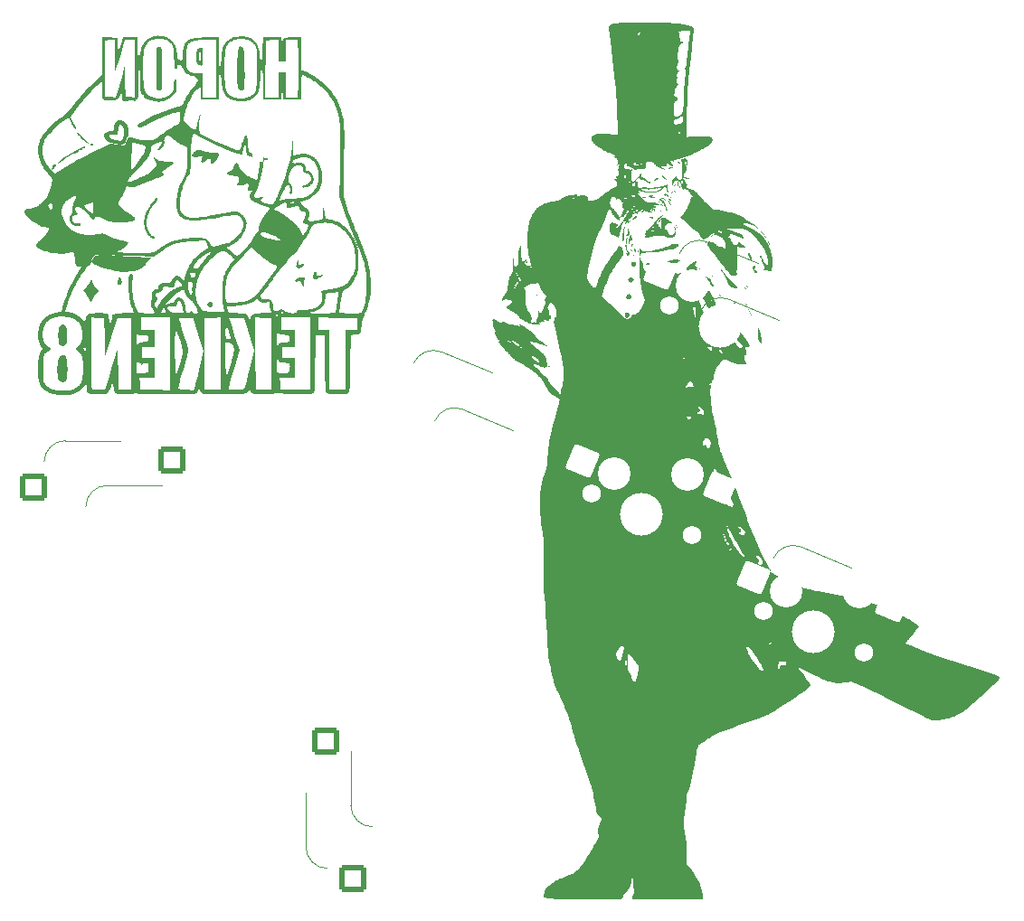
<source format=gbr>
%TF.GenerationSoftware,KiCad,Pcbnew,8.0.4*%
%TF.CreationDate,2024-07-29T01:22:02-07:00*%
%TF.ProjectId,panel_1,70616e65-6c5f-4312-9e6b-696361645f70,rev?*%
%TF.SameCoordinates,Original*%
%TF.FileFunction,Legend,Bot*%
%TF.FilePolarity,Positive*%
%FSLAX46Y46*%
G04 Gerber Fmt 4.6, Leading zero omitted, Abs format (unit mm)*
G04 Created by KiCad (PCBNEW 8.0.4) date 2024-07-29 01:22:02*
%MOMM*%
%LPD*%
G01*
G04 APERTURE LIST*
G04 Aperture macros list*
%AMRoundRect*
0 Rectangle with rounded corners*
0 $1 Rounding radius*
0 $2 $3 $4 $5 $6 $7 $8 $9 X,Y pos of 4 corners*
0 Add a 4 corners polygon primitive as box body*
4,1,4,$2,$3,$4,$5,$6,$7,$8,$9,$2,$3,0*
0 Add four circle primitives for the rounded corners*
1,1,$1+$1,$2,$3*
1,1,$1+$1,$4,$5*
1,1,$1+$1,$6,$7*
1,1,$1+$1,$8,$9*
0 Add four rect primitives between the rounded corners*
20,1,$1+$1,$2,$3,$4,$5,0*
20,1,$1+$1,$4,$5,$6,$7,0*
20,1,$1+$1,$6,$7,$8,$9,0*
20,1,$1+$1,$8,$9,$2,$3,0*%
G04 Aperture macros list end*
%ADD10C,0.000000*%
%ADD11C,0.120000*%
%ADD12C,0.500000*%
%ADD13R,1.000000X1.000000*%
%ADD14RoundRect,0.250000X-1.329660X-0.531629X0.564293X-1.316130X1.329660X0.531629X-0.564293X1.316130X0*%
%ADD15C,1.750000*%
%ADD16C,3.050000*%
%ADD17C,4.000000*%
%ADD18C,1.400000*%
%ADD19C,3.200000*%
%ADD20RoundRect,0.250000X-1.025000X-1.000000X1.025000X-1.000000X1.025000X1.000000X-1.025000X1.000000X0*%
%ADD21O,1.000000X1.700000*%
%ADD22O,1.000000X2.000000*%
%ADD23C,0.600000*%
%ADD24RoundRect,0.250000X1.000000X-1.025000X1.000000X1.025000X-1.000000X1.025000X-1.000000X-1.025000X0*%
%ADD25C,3.048000*%
%ADD26C,3.987800*%
G04 APERTURE END LIST*
D10*
G36*
X119521901Y-45201525D02*
G01*
X119529961Y-45202501D01*
X119538742Y-45204087D01*
X119548161Y-45206251D01*
X119558132Y-45208960D01*
X119568570Y-45212181D01*
X119579391Y-45215881D01*
X119590510Y-45220027D01*
X119601842Y-45224586D01*
X119613303Y-45229525D01*
X119624807Y-45234813D01*
X119636270Y-45240414D01*
X119647606Y-45246298D01*
X119658733Y-45252431D01*
X119669563Y-45258779D01*
X119680013Y-45265311D01*
X119685013Y-45268598D01*
X119689778Y-45271843D01*
X119694306Y-45275042D01*
X119698595Y-45278191D01*
X119702643Y-45281287D01*
X119706448Y-45284324D01*
X119710008Y-45287299D01*
X119713320Y-45290207D01*
X119716383Y-45293046D01*
X119719194Y-45295809D01*
X119721751Y-45298494D01*
X119724053Y-45301096D01*
X119726096Y-45303612D01*
X119727880Y-45306036D01*
X119729401Y-45308365D01*
X119730658Y-45310595D01*
X119731648Y-45312722D01*
X119732370Y-45314741D01*
X119732821Y-45316649D01*
X119732999Y-45318441D01*
X119732902Y-45320114D01*
X119732750Y-45320904D01*
X119732529Y-45321662D01*
X119732237Y-45322389D01*
X119731876Y-45323083D01*
X119731444Y-45323744D01*
X119730941Y-45324371D01*
X119730368Y-45324965D01*
X119729724Y-45325523D01*
X119728221Y-45326535D01*
X119726430Y-45327403D01*
X119724349Y-45328122D01*
X119721977Y-45328688D01*
X119719310Y-45329098D01*
X119716348Y-45329347D01*
X119713087Y-45329431D01*
X119705834Y-45329098D01*
X119697774Y-45328122D01*
X119688993Y-45326536D01*
X119679574Y-45324371D01*
X119669603Y-45321663D01*
X119659165Y-45318442D01*
X119648344Y-45314742D01*
X119637225Y-45310596D01*
X119625893Y-45306037D01*
X119614432Y-45301097D01*
X119602928Y-45295810D01*
X119591465Y-45290208D01*
X119580128Y-45284325D01*
X119569002Y-45278192D01*
X119558172Y-45271843D01*
X119547721Y-45265311D01*
X119542722Y-45262025D01*
X119537957Y-45258780D01*
X119533429Y-45255581D01*
X119529140Y-45252431D01*
X119525092Y-45249336D01*
X119521287Y-45246299D01*
X119517727Y-45243324D01*
X119514415Y-45240415D01*
X119511352Y-45237577D01*
X119508541Y-45234813D01*
X119505983Y-45232128D01*
X119503682Y-45229526D01*
X119501638Y-45227011D01*
X119499855Y-45224587D01*
X119498334Y-45222257D01*
X119497077Y-45220027D01*
X119496087Y-45217901D01*
X119495365Y-45215881D01*
X119494914Y-45213974D01*
X119494736Y-45212181D01*
X119494832Y-45210509D01*
X119494985Y-45209719D01*
X119495206Y-45208960D01*
X119495498Y-45208234D01*
X119495859Y-45207540D01*
X119496291Y-45206879D01*
X119496793Y-45206252D01*
X119497367Y-45205658D01*
X119498011Y-45205099D01*
X119499514Y-45204087D01*
X119501305Y-45203220D01*
X119503386Y-45202501D01*
X119505758Y-45201934D01*
X119508425Y-45201525D01*
X119511387Y-45201276D01*
X119514648Y-45201192D01*
X119521901Y-45201525D01*
G37*
G36*
X118937446Y-45649500D02*
G01*
X118978590Y-45662630D01*
X119018095Y-45677844D01*
X119055903Y-45695091D01*
X119091958Y-45714322D01*
X119126204Y-45735489D01*
X119158585Y-45758542D01*
X119189042Y-45783432D01*
X119217521Y-45810108D01*
X119243964Y-45838523D01*
X119268315Y-45868626D01*
X119290517Y-45900368D01*
X119310514Y-45933700D01*
X119328249Y-45968572D01*
X119343665Y-46004936D01*
X119356706Y-46042741D01*
X119374588Y-46102022D01*
X119380683Y-46125367D01*
X119382831Y-46135476D01*
X119384307Y-46144548D01*
X119385058Y-46152585D01*
X119385031Y-46159591D01*
X119384170Y-46165569D01*
X119382422Y-46170522D01*
X119379734Y-46174453D01*
X119376052Y-46177366D01*
X119371322Y-46179263D01*
X119365490Y-46180149D01*
X119358502Y-46180025D01*
X119350305Y-46178896D01*
X119340845Y-46176764D01*
X119330067Y-46173633D01*
X119317919Y-46169506D01*
X119304346Y-46164386D01*
X119272712Y-46151180D01*
X119234733Y-46134040D01*
X119189980Y-46112993D01*
X119078430Y-46059278D01*
X119021606Y-46032703D01*
X118965072Y-46007911D01*
X118910320Y-45985444D01*
X118858837Y-45965846D01*
X118812115Y-45949659D01*
X118771641Y-45937424D01*
X118754214Y-45932959D01*
X118738907Y-45929686D01*
X118725908Y-45927672D01*
X118715402Y-45926986D01*
X118705991Y-45926687D01*
X118696203Y-45925810D01*
X118686117Y-45924386D01*
X118675810Y-45922442D01*
X118665361Y-45920011D01*
X118654848Y-45917120D01*
X118644348Y-45913799D01*
X118633940Y-45910079D01*
X118623702Y-45905989D01*
X118613712Y-45901559D01*
X118604048Y-45896819D01*
X118594787Y-45891797D01*
X118586008Y-45886524D01*
X118577790Y-45881030D01*
X118570209Y-45875344D01*
X118563345Y-45869496D01*
X118553251Y-45861171D01*
X118541477Y-45853027D01*
X118513453Y-45837372D01*
X118480400Y-45822703D01*
X118443449Y-45809192D01*
X118403728Y-45797010D01*
X118362368Y-45786330D01*
X118320498Y-45777325D01*
X118279246Y-45770165D01*
X118239743Y-45765024D01*
X118203117Y-45762072D01*
X118170499Y-45761483D01*
X118143017Y-45763428D01*
X118131555Y-45765405D01*
X118121801Y-45768079D01*
X118113895Y-45771474D01*
X118107980Y-45775609D01*
X118104196Y-45780507D01*
X118102684Y-45786189D01*
X118103586Y-45792676D01*
X118107042Y-45799991D01*
X118109085Y-45803677D01*
X118110785Y-45807557D01*
X118112147Y-45811619D01*
X118113176Y-45815855D01*
X118113877Y-45820252D01*
X118114256Y-45824801D01*
X118114317Y-45829491D01*
X118114066Y-45834312D01*
X118113507Y-45839254D01*
X118112646Y-45844306D01*
X118111488Y-45849457D01*
X118110039Y-45854698D01*
X118108302Y-45860018D01*
X118106283Y-45865406D01*
X118103988Y-45870852D01*
X118101421Y-45876346D01*
X118095493Y-45887436D01*
X118088541Y-45898592D01*
X118080604Y-45909730D01*
X118071724Y-45920768D01*
X118061942Y-45931623D01*
X118051298Y-45942211D01*
X118039834Y-45952450D01*
X118027589Y-45962255D01*
X118007657Y-45977451D01*
X117990362Y-45990906D01*
X117975699Y-46002729D01*
X117963659Y-46013028D01*
X117954234Y-46021910D01*
X117950501Y-46025854D01*
X117947418Y-46029485D01*
X117944985Y-46032815D01*
X117943201Y-46035859D01*
X117942066Y-46038630D01*
X117941578Y-46041142D01*
X117941735Y-46043408D01*
X117942539Y-46045441D01*
X117943986Y-46047256D01*
X117946077Y-46048865D01*
X117948810Y-46050282D01*
X117952185Y-46051522D01*
X117956200Y-46052596D01*
X117960855Y-46053519D01*
X117972079Y-46054966D01*
X117985850Y-46055970D01*
X118002160Y-46056639D01*
X118021001Y-46057082D01*
X118027351Y-46057346D01*
X118033572Y-46057900D01*
X118039661Y-46058739D01*
X118045612Y-46059859D01*
X118051420Y-46061252D01*
X118057081Y-46062916D01*
X118062590Y-46064843D01*
X118067942Y-46067030D01*
X118073132Y-46069469D01*
X118078155Y-46072158D01*
X118083007Y-46075089D01*
X118087683Y-46078258D01*
X118092178Y-46081659D01*
X118096486Y-46085287D01*
X118100604Y-46089138D01*
X118104527Y-46093205D01*
X118108249Y-46097483D01*
X118111766Y-46101968D01*
X118115072Y-46106653D01*
X118118164Y-46111533D01*
X118121037Y-46116604D01*
X118123685Y-46121860D01*
X118126103Y-46127296D01*
X118128288Y-46132906D01*
X118130233Y-46138685D01*
X118131935Y-46144628D01*
X118133388Y-46150729D01*
X118134588Y-46156984D01*
X118135529Y-46163387D01*
X118136208Y-46169933D01*
X118136619Y-46176616D01*
X118136757Y-46183431D01*
X118137271Y-46196510D01*
X118138782Y-46210061D01*
X118141237Y-46223978D01*
X118144586Y-46238156D01*
X118148777Y-46252488D01*
X118153761Y-46266869D01*
X118159487Y-46281191D01*
X118165902Y-46295350D01*
X118172957Y-46309239D01*
X118180601Y-46322753D01*
X118188782Y-46335784D01*
X118197451Y-46348228D01*
X118206555Y-46359978D01*
X118216044Y-46370929D01*
X118225868Y-46380973D01*
X118235975Y-46390006D01*
X118246082Y-46398825D01*
X118255906Y-46408242D01*
X118265395Y-46418172D01*
X118274499Y-46428530D01*
X118283167Y-46439232D01*
X118291349Y-46450192D01*
X118298992Y-46461327D01*
X118306048Y-46472550D01*
X118312463Y-46483778D01*
X118318188Y-46494925D01*
X118323172Y-46505907D01*
X118327364Y-46516639D01*
X118330713Y-46527036D01*
X118333168Y-46537014D01*
X118334679Y-46546487D01*
X118335064Y-46551008D01*
X118335193Y-46555371D01*
X118335645Y-46568236D01*
X118336985Y-46580760D01*
X118339192Y-46592930D01*
X118342243Y-46604736D01*
X118346118Y-46616166D01*
X118350795Y-46627207D01*
X118356251Y-46637850D01*
X118362465Y-46648082D01*
X118369416Y-46657891D01*
X118377081Y-46667265D01*
X118385439Y-46676195D01*
X118394467Y-46684667D01*
X118404145Y-46692670D01*
X118414451Y-46700192D01*
X118425362Y-46707223D01*
X118436858Y-46713750D01*
X118448915Y-46719762D01*
X118461513Y-46725247D01*
X118474630Y-46730194D01*
X118488244Y-46734591D01*
X118502333Y-46738426D01*
X118516875Y-46741688D01*
X118531850Y-46744366D01*
X118547234Y-46746447D01*
X118563007Y-46747921D01*
X118579146Y-46748775D01*
X118595629Y-46748998D01*
X118612436Y-46748579D01*
X118629544Y-46747505D01*
X118646932Y-46745765D01*
X118664577Y-46743349D01*
X118682459Y-46740243D01*
X118700988Y-46736211D01*
X118718998Y-46731359D01*
X118736396Y-46725753D01*
X118753087Y-46719457D01*
X118768979Y-46712537D01*
X118783978Y-46705057D01*
X118797992Y-46697082D01*
X118810926Y-46688677D01*
X118822688Y-46679908D01*
X118833184Y-46670839D01*
X118842322Y-46661535D01*
X118850007Y-46652061D01*
X118856147Y-46642482D01*
X118858608Y-46637674D01*
X118860648Y-46632864D01*
X118862255Y-46628060D01*
X118863417Y-46623270D01*
X118864123Y-46618503D01*
X118864360Y-46613767D01*
X118864810Y-46599761D01*
X118866158Y-46587018D01*
X118868403Y-46575536D01*
X118871545Y-46565316D01*
X118873452Y-46560678D01*
X118875582Y-46556356D01*
X118877936Y-46552349D01*
X118880514Y-46548657D01*
X118883315Y-46545280D01*
X118886339Y-46542218D01*
X118889586Y-46539471D01*
X118893056Y-46537039D01*
X118896749Y-46534921D01*
X118900665Y-46533119D01*
X118904803Y-46531631D01*
X118909164Y-46530457D01*
X118913747Y-46529599D01*
X118918552Y-46529055D01*
X118923580Y-46528825D01*
X118928829Y-46528910D01*
X118939993Y-46530023D01*
X118952044Y-46532393D01*
X118964980Y-46536020D01*
X118978800Y-46540904D01*
X118993503Y-46547044D01*
X119009089Y-46554439D01*
X119025556Y-46563090D01*
X119042904Y-46572995D01*
X119061131Y-46584155D01*
X119080236Y-46596569D01*
X119100218Y-46610237D01*
X119121077Y-46625158D01*
X119142811Y-46641332D01*
X119165419Y-46658758D01*
X119188900Y-46677436D01*
X119213254Y-46697367D01*
X119238479Y-46718548D01*
X119264575Y-46740980D01*
X119291539Y-46764663D01*
X119319372Y-46789596D01*
X119609018Y-47051465D01*
X119372081Y-47051465D01*
X119347073Y-47051066D01*
X119321048Y-47049897D01*
X119294214Y-47047995D01*
X119266780Y-47045401D01*
X119210942Y-47038294D01*
X119155196Y-47028890D01*
X119101208Y-47017503D01*
X119075392Y-47011165D01*
X119050640Y-47004449D01*
X119027159Y-46997395D01*
X119005156Y-46990042D01*
X118984841Y-46982429D01*
X118966421Y-46974597D01*
X118949043Y-46966952D01*
X118931784Y-46959887D01*
X118914749Y-46953424D01*
X118898044Y-46947584D01*
X118881773Y-46942388D01*
X118866042Y-46937857D01*
X118850956Y-46934013D01*
X118836619Y-46930875D01*
X118823138Y-46928466D01*
X118810616Y-46926807D01*
X118799159Y-46925918D01*
X118788871Y-46925821D01*
X118779859Y-46926537D01*
X118772227Y-46928086D01*
X118766080Y-46930491D01*
X118763597Y-46932021D01*
X118761524Y-46933772D01*
X118759745Y-46936331D01*
X118758138Y-46940258D01*
X118755428Y-46952067D01*
X118753384Y-46968903D01*
X118751996Y-46990470D01*
X118751251Y-47016472D01*
X118751139Y-47046614D01*
X118752772Y-47118133D01*
X118756807Y-47202659D01*
X118763157Y-47297825D01*
X118771735Y-47401264D01*
X118782453Y-47510610D01*
X118793042Y-47622674D01*
X118800574Y-47727311D01*
X118805049Y-47822517D01*
X118806471Y-47906288D01*
X118804842Y-47976618D01*
X118800165Y-48031506D01*
X118796685Y-48052532D01*
X118792443Y-48068945D01*
X118787440Y-48080495D01*
X118781677Y-48086932D01*
X118778737Y-48089446D01*
X118775870Y-48093284D01*
X118773078Y-48098412D01*
X118770364Y-48104793D01*
X118765184Y-48121170D01*
X118760352Y-48142129D01*
X118755890Y-48167383D01*
X118751821Y-48196646D01*
X118748168Y-48229629D01*
X118744954Y-48266047D01*
X118742201Y-48305612D01*
X118739932Y-48348038D01*
X118738169Y-48393037D01*
X118736936Y-48440322D01*
X118736255Y-48489607D01*
X118736149Y-48540604D01*
X118736641Y-48593027D01*
X118737753Y-48646588D01*
X118739744Y-48752632D01*
X118740078Y-48853086D01*
X118738857Y-48945643D01*
X118736181Y-49027996D01*
X118732151Y-49097836D01*
X118726868Y-49152858D01*
X118720434Y-49190753D01*
X118716816Y-49202557D01*
X118712947Y-49209214D01*
X118711041Y-49211395D01*
X118709308Y-49213941D01*
X118707749Y-49216840D01*
X118706360Y-49220081D01*
X118705142Y-49223650D01*
X118704092Y-49227536D01*
X118703210Y-49231727D01*
X118702495Y-49236210D01*
X118701559Y-49246003D01*
X118701274Y-49256820D01*
X118701630Y-49268562D01*
X118702618Y-49281131D01*
X118704228Y-49294431D01*
X118706449Y-49308363D01*
X118709271Y-49322830D01*
X118712686Y-49337734D01*
X118716683Y-49352978D01*
X118721253Y-49368464D01*
X118726384Y-49384094D01*
X118732069Y-49399772D01*
X118739798Y-49420985D01*
X118746168Y-49440492D01*
X118751152Y-49458381D01*
X118754725Y-49474740D01*
X118756862Y-49489658D01*
X118757383Y-49496605D01*
X118757536Y-49503223D01*
X118757316Y-49509526D01*
X118756721Y-49515523D01*
X118755748Y-49521227D01*
X118754393Y-49526647D01*
X118752654Y-49531795D01*
X118750526Y-49536682D01*
X118748007Y-49541319D01*
X118745093Y-49545717D01*
X118741782Y-49549887D01*
X118738070Y-49553840D01*
X118733954Y-49557588D01*
X118729430Y-49561140D01*
X118724496Y-49564509D01*
X118719149Y-49567705D01*
X118713384Y-49570739D01*
X118707200Y-49573622D01*
X118693557Y-49578981D01*
X118678196Y-49583869D01*
X118653562Y-49591255D01*
X118626299Y-49599919D01*
X118597309Y-49609545D01*
X118567494Y-49619815D01*
X118537759Y-49630412D01*
X118509005Y-49641020D01*
X118482135Y-49651320D01*
X118458053Y-49660997D01*
X118441861Y-49666296D01*
X118424648Y-49669178D01*
X118406365Y-49669596D01*
X118386967Y-49667502D01*
X118366405Y-49662848D01*
X118344631Y-49655587D01*
X118321599Y-49645671D01*
X118297261Y-49633053D01*
X118271569Y-49617684D01*
X118244476Y-49599518D01*
X118215934Y-49578506D01*
X118185895Y-49554601D01*
X118154314Y-49527755D01*
X118121141Y-49497921D01*
X118086329Y-49465050D01*
X118049831Y-49429096D01*
X117971587Y-49347746D01*
X117886028Y-49253490D01*
X117792775Y-49145946D01*
X117691448Y-49024733D01*
X117581666Y-48889470D01*
X117463050Y-48739776D01*
X117335220Y-48575270D01*
X117197795Y-48395570D01*
X116485053Y-47453392D01*
X116266910Y-47157329D01*
X116122272Y-46949697D01*
X116073147Y-46872420D01*
X116037152Y-46809304D01*
X116012540Y-46757700D01*
X115997562Y-46714960D01*
X115990471Y-46678435D01*
X115989518Y-46645476D01*
X115999031Y-46579660D01*
X116004119Y-46555106D01*
X116009547Y-46533001D01*
X116015412Y-46513268D01*
X116021808Y-46495828D01*
X116025236Y-46487944D01*
X116028832Y-46480604D01*
X116032610Y-46473799D01*
X116036581Y-46467518D01*
X116040756Y-46461753D01*
X116045149Y-46456493D01*
X116049770Y-46451728D01*
X116054633Y-46447450D01*
X116059748Y-46443648D01*
X116065128Y-46440312D01*
X116070785Y-46437433D01*
X116076732Y-46435002D01*
X116082979Y-46433008D01*
X116089539Y-46431441D01*
X116096424Y-46430292D01*
X116103646Y-46429552D01*
X116111216Y-46429210D01*
X116119148Y-46429257D01*
X116127453Y-46429684D01*
X116136142Y-46430479D01*
X116154724Y-46433140D01*
X116174989Y-46437162D01*
X116248824Y-46454054D01*
X116317406Y-46470930D01*
X116380887Y-46487865D01*
X116439420Y-46504931D01*
X116493155Y-46522202D01*
X116542246Y-46539754D01*
X116586844Y-46557660D01*
X116627102Y-46575994D01*
X116663170Y-46594830D01*
X116695202Y-46614242D01*
X116723348Y-46634305D01*
X116747762Y-46655091D01*
X116768595Y-46676676D01*
X116785998Y-46699134D01*
X116800125Y-46722538D01*
X116811126Y-46746963D01*
X116815221Y-46757292D01*
X116819489Y-46767172D01*
X116823949Y-46776614D01*
X116828619Y-46785626D01*
X116833517Y-46794216D01*
X116838661Y-46802395D01*
X116844068Y-46810170D01*
X116849757Y-46817550D01*
X116855746Y-46824545D01*
X116862052Y-46831164D01*
X116868695Y-46837416D01*
X116875690Y-46843309D01*
X116883058Y-46848852D01*
X116890815Y-46854055D01*
X116898980Y-46858926D01*
X116907570Y-46863474D01*
X116916604Y-46867709D01*
X116926100Y-46871638D01*
X116936075Y-46875272D01*
X116946547Y-46878619D01*
X116957535Y-46881688D01*
X116969056Y-46884489D01*
X116981129Y-46887029D01*
X116993772Y-46889318D01*
X117007001Y-46891365D01*
X117020836Y-46893178D01*
X117050395Y-46896142D01*
X117082590Y-46898280D01*
X117117567Y-46899665D01*
X117144906Y-46900938D01*
X117171897Y-46903170D01*
X117198419Y-46906322D01*
X117224352Y-46910351D01*
X117249575Y-46915216D01*
X117273969Y-46920877D01*
X117297413Y-46927293D01*
X117319788Y-46934422D01*
X117340972Y-46942222D01*
X117360846Y-46950654D01*
X117379289Y-46959676D01*
X117396182Y-46969246D01*
X117411404Y-46979324D01*
X117424834Y-46989868D01*
X117436354Y-47000837D01*
X117445842Y-47012191D01*
X117453964Y-47022900D01*
X117462239Y-47033036D01*
X117470651Y-47042595D01*
X117479184Y-47051575D01*
X117487824Y-47059974D01*
X117496553Y-47067788D01*
X117505356Y-47075015D01*
X117514218Y-47081652D01*
X117523122Y-47087696D01*
X117532054Y-47093145D01*
X117540996Y-47097996D01*
X117549933Y-47102246D01*
X117558849Y-47105892D01*
X117567729Y-47108933D01*
X117576557Y-47111364D01*
X117585317Y-47113184D01*
X117593993Y-47114389D01*
X117602569Y-47114977D01*
X117611029Y-47114945D01*
X117619359Y-47114291D01*
X117627541Y-47113012D01*
X117635560Y-47111104D01*
X117643401Y-47108566D01*
X117651047Y-47105394D01*
X117658483Y-47101587D01*
X117665693Y-47097140D01*
X117672661Y-47092052D01*
X117679371Y-47086319D01*
X117685808Y-47079940D01*
X117691955Y-47072910D01*
X117697798Y-47065229D01*
X117703319Y-47056892D01*
X117707568Y-47047477D01*
X117710719Y-47034965D01*
X117713924Y-47001535D01*
X117713329Y-46958385D01*
X117709332Y-46907297D01*
X117702328Y-46850054D01*
X117692715Y-46788437D01*
X117680889Y-46724229D01*
X117667247Y-46659213D01*
X117652184Y-46595171D01*
X117636097Y-46533885D01*
X117619383Y-46477138D01*
X117602438Y-46426711D01*
X117585659Y-46384388D01*
X117569442Y-46351950D01*
X117561669Y-46339995D01*
X117554184Y-46331180D01*
X117547038Y-46325728D01*
X117540281Y-46323861D01*
X117537347Y-46323696D01*
X117534347Y-46323206D01*
X117531287Y-46322400D01*
X117528172Y-46321284D01*
X117525010Y-46319869D01*
X117521806Y-46318161D01*
X117518566Y-46316168D01*
X117515297Y-46313900D01*
X117512004Y-46311363D01*
X117508695Y-46308566D01*
X117505374Y-46305517D01*
X117502049Y-46302225D01*
X117498725Y-46298697D01*
X117495408Y-46294941D01*
X117488823Y-46286779D01*
X117482342Y-46277803D01*
X117476014Y-46268079D01*
X117469889Y-46257671D01*
X117464017Y-46246644D01*
X117458445Y-46235063D01*
X117453225Y-46222993D01*
X117448405Y-46210497D01*
X117444034Y-46197642D01*
X117437861Y-46182404D01*
X117428935Y-46166638D01*
X117417419Y-46150422D01*
X117403471Y-46133832D01*
X117387252Y-46116945D01*
X117368922Y-46099838D01*
X117326572Y-46065271D01*
X117277700Y-46030745D01*
X117223588Y-45996875D01*
X117165519Y-45964275D01*
X117104774Y-45933560D01*
X117042634Y-45905345D01*
X116980381Y-45880244D01*
X116919296Y-45858872D01*
X116860661Y-45841842D01*
X116805757Y-45829771D01*
X116780105Y-45825786D01*
X116755866Y-45823271D01*
X116733201Y-45822303D01*
X116712270Y-45822959D01*
X116693233Y-45825315D01*
X116676250Y-45829448D01*
X116660526Y-45834115D01*
X116645894Y-45837807D01*
X116632349Y-45840553D01*
X116619888Y-45842382D01*
X116608509Y-45843323D01*
X116598207Y-45843405D01*
X116588981Y-45842657D01*
X116580825Y-45841107D01*
X116573737Y-45838786D01*
X116567715Y-45835721D01*
X116562753Y-45831942D01*
X116558850Y-45827478D01*
X116556002Y-45822357D01*
X116554206Y-45816609D01*
X116553457Y-45810263D01*
X116553754Y-45803347D01*
X116555093Y-45795891D01*
X116557470Y-45787923D01*
X116560882Y-45779473D01*
X116565327Y-45770569D01*
X116570800Y-45761241D01*
X116577298Y-45751517D01*
X116584818Y-45741426D01*
X116593358Y-45730998D01*
X116602913Y-45720261D01*
X116613480Y-45709244D01*
X116625056Y-45697976D01*
X116637637Y-45686487D01*
X116651222Y-45674805D01*
X116665805Y-45662958D01*
X116681384Y-45650977D01*
X116697956Y-45638890D01*
X116740151Y-45608549D01*
X116756857Y-45596176D01*
X116770653Y-45585601D01*
X116781551Y-45576776D01*
X116789567Y-45569652D01*
X116794713Y-45564180D01*
X116796214Y-45562048D01*
X116797002Y-45560310D01*
X116797080Y-45558961D01*
X116796449Y-45557993D01*
X116795110Y-45557402D01*
X116793066Y-45557181D01*
X116790317Y-45557323D01*
X116786867Y-45557823D01*
X116777865Y-45559872D01*
X116766075Y-45563277D01*
X116751509Y-45567990D01*
X116714103Y-45581142D01*
X116661256Y-45601529D01*
X116608899Y-45624107D01*
X116557491Y-45648533D01*
X116507489Y-45674466D01*
X116459348Y-45701563D01*
X116413527Y-45729482D01*
X116370481Y-45757879D01*
X116330669Y-45786414D01*
X116294546Y-45814743D01*
X116262571Y-45842524D01*
X116235199Y-45869415D01*
X116212887Y-45895073D01*
X116196094Y-45919157D01*
X116189909Y-45930501D01*
X116185274Y-45941323D01*
X116182248Y-45951580D01*
X116180887Y-45961229D01*
X116181247Y-45970228D01*
X116183387Y-45978534D01*
X116186557Y-45987484D01*
X116188933Y-45995707D01*
X116189828Y-45999539D01*
X116190531Y-46003182D01*
X116191043Y-46006633D01*
X116191367Y-46009889D01*
X116191504Y-46012949D01*
X116191457Y-46015810D01*
X116191226Y-46018469D01*
X116190816Y-46020923D01*
X116190226Y-46023172D01*
X116189461Y-46025211D01*
X116188520Y-46027038D01*
X116187407Y-46028652D01*
X116186123Y-46030049D01*
X116184670Y-46031228D01*
X116183051Y-46032184D01*
X116181266Y-46032918D01*
X116179320Y-46033424D01*
X116177212Y-46033703D01*
X116174946Y-46033750D01*
X116172522Y-46033563D01*
X116169944Y-46033140D01*
X116167213Y-46032479D01*
X116164332Y-46031576D01*
X116161301Y-46030430D01*
X116158123Y-46029038D01*
X116154801Y-46027398D01*
X116151336Y-46025507D01*
X116147729Y-46023362D01*
X116143848Y-46021391D01*
X116139355Y-46019883D01*
X116134270Y-46018829D01*
X116128615Y-46018223D01*
X116122410Y-46018055D01*
X116115676Y-46018317D01*
X116100705Y-46020102D01*
X116083868Y-46023512D01*
X116065332Y-46028481D01*
X116045262Y-46034946D01*
X116023824Y-46042842D01*
X116001186Y-46052102D01*
X115977514Y-46062664D01*
X115952974Y-46074461D01*
X115927731Y-46087428D01*
X115901954Y-46101502D01*
X115875807Y-46116617D01*
X115849458Y-46132708D01*
X115823072Y-46149711D01*
X115671791Y-46249705D01*
X115671791Y-45486676D01*
X116915262Y-45486676D01*
X116916124Y-45489766D01*
X116918034Y-45492995D01*
X116921000Y-45496384D01*
X116925033Y-45499954D01*
X116930142Y-45503728D01*
X116936336Y-45507727D01*
X116943624Y-45511972D01*
X116961524Y-45521290D01*
X116983917Y-45531852D01*
X117010878Y-45543834D01*
X117078809Y-45572743D01*
X117132454Y-45594728D01*
X117180965Y-45613422D01*
X117224319Y-45628828D01*
X117262494Y-45640951D01*
X117295465Y-45649796D01*
X117323209Y-45655366D01*
X117345702Y-45657666D01*
X117354973Y-45657591D01*
X117362922Y-45656701D01*
X117369546Y-45654995D01*
X117374844Y-45652474D01*
X117378811Y-45649138D01*
X117381445Y-45644989D01*
X117382742Y-45640027D01*
X117382701Y-45634252D01*
X117381318Y-45627665D01*
X117378590Y-45620266D01*
X117374514Y-45612056D01*
X117369087Y-45603035D01*
X117354169Y-45582565D01*
X117333813Y-45558858D01*
X117307994Y-45531921D01*
X117295386Y-45519721D01*
X117282768Y-45508332D01*
X117270130Y-45497750D01*
X117257460Y-45487970D01*
X117244748Y-45478990D01*
X117231982Y-45470805D01*
X117219152Y-45463413D01*
X117206247Y-45456809D01*
X117193255Y-45450990D01*
X117180165Y-45445952D01*
X117166967Y-45441692D01*
X117153650Y-45438205D01*
X117140202Y-45435489D01*
X117126612Y-45433539D01*
X117112870Y-45432353D01*
X117098964Y-45431926D01*
X117089597Y-45432058D01*
X117080148Y-45432519D01*
X117070614Y-45433311D01*
X117060993Y-45434433D01*
X117051282Y-45435888D01*
X117041478Y-45437677D01*
X117031578Y-45439801D01*
X117021579Y-45442262D01*
X116995060Y-45449285D01*
X116972199Y-45455652D01*
X116953074Y-45461537D01*
X116937759Y-45467111D01*
X116931554Y-45469836D01*
X116926331Y-45472549D01*
X116922098Y-45475270D01*
X116918865Y-45478022D01*
X116916642Y-45480826D01*
X116915438Y-45483703D01*
X116915262Y-45486676D01*
X115671791Y-45486676D01*
X115671791Y-42778857D01*
X115831730Y-42778857D01*
X115854725Y-42804179D01*
X116450037Y-43476102D01*
X116864353Y-43477782D01*
X116949923Y-43479317D01*
X117034285Y-43483032D01*
X117115267Y-43488685D01*
X117190699Y-43496031D01*
X117258410Y-43504827D01*
X117316232Y-43514827D01*
X117340755Y-43520203D01*
X117361992Y-43525789D01*
X117379670Y-43531555D01*
X117393520Y-43537469D01*
X117408104Y-43543918D01*
X117427938Y-43551252D01*
X117481980Y-43568241D01*
X117552895Y-43587771D01*
X117637931Y-43609171D01*
X117734339Y-43631774D01*
X117839367Y-43654912D01*
X117950264Y-43677917D01*
X118064279Y-43700120D01*
X118176053Y-43722570D01*
X118285432Y-43747392D01*
X118392414Y-43774588D01*
X118496997Y-43804154D01*
X118599178Y-43836091D01*
X118698954Y-43870396D01*
X118796323Y-43907069D01*
X118891283Y-43946109D01*
X118983831Y-43987514D01*
X119073965Y-44031284D01*
X119161682Y-44077417D01*
X119246980Y-44125912D01*
X119329856Y-44176768D01*
X119410308Y-44229984D01*
X119488334Y-44285559D01*
X119563930Y-44343492D01*
X119622503Y-44387962D01*
X119692499Y-44437633D01*
X119771290Y-44490834D01*
X119856245Y-44545890D01*
X119944733Y-44601129D01*
X120034126Y-44654879D01*
X120121793Y-44705466D01*
X120205104Y-44751218D01*
X120288252Y-44798982D01*
X120374932Y-44855256D01*
X120464322Y-44919203D01*
X120555599Y-44989985D01*
X120647939Y-45066764D01*
X120740519Y-45148702D01*
X120832516Y-45234962D01*
X120923108Y-45324706D01*
X121011470Y-45417096D01*
X121096779Y-45511294D01*
X121178213Y-45606463D01*
X121254948Y-45701765D01*
X121326162Y-45796362D01*
X121391030Y-45889416D01*
X121448729Y-45980090D01*
X121498438Y-46067546D01*
X121550443Y-46167330D01*
X121568547Y-46204005D01*
X121581084Y-46231542D01*
X121587827Y-46249696D01*
X121588955Y-46255178D01*
X121588550Y-46258223D01*
X121587763Y-46258821D01*
X121586582Y-46258799D01*
X121583026Y-46256876D01*
X121577850Y-46252424D01*
X121571029Y-46245412D01*
X121552332Y-46223585D01*
X121526710Y-46191151D01*
X121493936Y-46147865D01*
X121453784Y-46093481D01*
X121350438Y-45950441D01*
X121214862Y-45760072D01*
X121168361Y-45697560D01*
X121114441Y-45630245D01*
X121054542Y-45559514D01*
X120990101Y-45486753D01*
X120853341Y-45340691D01*
X120715659Y-45203153D01*
X120650067Y-45141047D01*
X120588557Y-45085233D01*
X120532566Y-45037096D01*
X120483532Y-44998025D01*
X120442892Y-44969404D01*
X120412084Y-44952622D01*
X120400817Y-44949104D01*
X120392546Y-44949065D01*
X120387451Y-44952680D01*
X120385713Y-44960120D01*
X120385346Y-44961710D01*
X120384255Y-44962950D01*
X120382459Y-44963845D01*
X120379976Y-44964403D01*
X120376823Y-44964627D01*
X120373020Y-44964526D01*
X120363532Y-44963367D01*
X120351655Y-44960975D01*
X120337534Y-44957396D01*
X120321313Y-44952678D01*
X120303135Y-44946869D01*
X120283146Y-44940017D01*
X120261489Y-44932169D01*
X120238309Y-44923374D01*
X120213749Y-44913678D01*
X120187953Y-44903129D01*
X120161066Y-44891775D01*
X120133232Y-44879664D01*
X120104595Y-44866843D01*
X120048077Y-44842754D01*
X119990163Y-44821021D01*
X119931445Y-44801699D01*
X119872516Y-44784847D01*
X119813968Y-44770521D01*
X119756393Y-44758778D01*
X119700383Y-44749675D01*
X119646530Y-44743268D01*
X119595428Y-44739615D01*
X119547668Y-44738772D01*
X119503842Y-44740796D01*
X119464543Y-44745745D01*
X119430362Y-44753675D01*
X119401893Y-44764642D01*
X119389986Y-44771283D01*
X119379728Y-44778705D01*
X119371194Y-44786914D01*
X119364458Y-44795919D01*
X119363412Y-44799383D01*
X119364049Y-44803610D01*
X119366330Y-44808577D01*
X119370216Y-44814258D01*
X119375668Y-44820631D01*
X119382647Y-44827672D01*
X119401030Y-44843661D01*
X119425054Y-44862034D01*
X119454407Y-44882602D01*
X119488777Y-44905174D01*
X119527852Y-44929559D01*
X119571320Y-44955568D01*
X119618871Y-44983009D01*
X119670191Y-45011693D01*
X119724970Y-45041429D01*
X119782895Y-45072026D01*
X119843656Y-45103295D01*
X119906939Y-45135045D01*
X119972433Y-45167085D01*
X120141117Y-45249914D01*
X120296572Y-45329199D01*
X120439536Y-45405538D01*
X120570744Y-45479525D01*
X120690933Y-45551759D01*
X120800841Y-45622834D01*
X120901204Y-45693348D01*
X120992758Y-45763897D01*
X121076241Y-45835077D01*
X121152388Y-45907486D01*
X121221938Y-45981718D01*
X121285626Y-46058371D01*
X121344190Y-46138041D01*
X121398365Y-46221325D01*
X121448890Y-46308818D01*
X121496500Y-46401118D01*
X121611441Y-46641550D01*
X121710212Y-46860394D01*
X121794388Y-47062093D01*
X121865544Y-47251092D01*
X121925258Y-47431836D01*
X121975106Y-47608769D01*
X122016662Y-47786336D01*
X122051504Y-47968980D01*
X122067244Y-48067030D01*
X122079516Y-48159399D01*
X122088046Y-48247555D01*
X122092562Y-48332963D01*
X122092793Y-48417092D01*
X122088465Y-48501407D01*
X122079307Y-48587376D01*
X122065047Y-48676466D01*
X122045412Y-48770142D01*
X122020129Y-48869873D01*
X121988927Y-48977124D01*
X121951534Y-49093363D01*
X121907676Y-49220057D01*
X121857082Y-49358671D01*
X121734598Y-49677531D01*
X121689629Y-49795482D01*
X121648950Y-49908853D01*
X121613362Y-50014924D01*
X121583665Y-50110973D01*
X121560658Y-50194280D01*
X121545141Y-50262125D01*
X121540441Y-50289398D01*
X121537914Y-50311785D01*
X121537660Y-50328946D01*
X121539777Y-50340541D01*
X121541314Y-50344864D01*
X121542588Y-50349133D01*
X121543603Y-50353342D01*
X121544364Y-50357485D01*
X121544874Y-50361557D01*
X121545137Y-50365552D01*
X121545157Y-50369466D01*
X121544939Y-50373293D01*
X121544485Y-50377027D01*
X121543801Y-50380663D01*
X121542889Y-50384195D01*
X121541755Y-50387619D01*
X121540401Y-50390929D01*
X121538832Y-50394119D01*
X121537051Y-50397183D01*
X121535064Y-50400118D01*
X121532873Y-50402916D01*
X121530482Y-50405573D01*
X121527896Y-50408083D01*
X121525119Y-50410442D01*
X121522154Y-50412642D01*
X121519005Y-50414680D01*
X121515676Y-50416549D01*
X121512172Y-50418245D01*
X121508496Y-50419761D01*
X121504652Y-50421093D01*
X121500644Y-50422234D01*
X121496476Y-50423181D01*
X121492152Y-50423926D01*
X121487676Y-50424465D01*
X121483051Y-50424793D01*
X121478283Y-50424903D01*
X121473381Y-50425054D01*
X121468363Y-50425504D01*
X121463238Y-50426243D01*
X121458016Y-50427265D01*
X121447327Y-50430130D01*
X121436377Y-50434037D01*
X121425252Y-50438927D01*
X121414033Y-50444741D01*
X121402805Y-50451421D01*
X121391652Y-50458905D01*
X121380656Y-50467136D01*
X121369901Y-50476054D01*
X121359471Y-50485599D01*
X121349450Y-50495712D01*
X121339920Y-50506334D01*
X121330965Y-50517405D01*
X121322669Y-50528866D01*
X121315115Y-50540658D01*
X121303482Y-50559801D01*
X121292943Y-50576357D01*
X121283296Y-50590311D01*
X121278743Y-50596308D01*
X121274336Y-50601648D01*
X121270050Y-50606331D01*
X121265860Y-50610353D01*
X121261740Y-50613713D01*
X121257665Y-50616410D01*
X121253608Y-50618440D01*
X121249546Y-50619803D01*
X121245453Y-50620497D01*
X121241302Y-50620519D01*
X121237069Y-50619867D01*
X121232728Y-50618541D01*
X121228254Y-50616537D01*
X121223621Y-50613854D01*
X121218803Y-50610490D01*
X121213777Y-50606443D01*
X121208515Y-50601712D01*
X121202993Y-50596294D01*
X121197185Y-50590187D01*
X121191066Y-50583389D01*
X121177792Y-50567715D01*
X121162968Y-50549256D01*
X121146391Y-50527997D01*
X121122464Y-50495714D01*
X121102061Y-50465129D01*
X121093191Y-50450398D01*
X121085214Y-50436001D01*
X121078132Y-50421908D01*
X121071951Y-50408090D01*
X121066675Y-50394514D01*
X121062306Y-50381153D01*
X121058849Y-50367975D01*
X121056308Y-50354950D01*
X121054686Y-50342049D01*
X121053988Y-50329240D01*
X121054218Y-50316495D01*
X121055378Y-50303782D01*
X121057474Y-50291071D01*
X121060509Y-50278333D01*
X121064486Y-50265538D01*
X121069410Y-50252654D01*
X121075285Y-50239652D01*
X121082115Y-50226502D01*
X121089902Y-50213174D01*
X121098652Y-50199638D01*
X121108368Y-50185862D01*
X121119053Y-50171818D01*
X121143350Y-50142803D01*
X121171572Y-50112351D01*
X121203752Y-50080220D01*
X121220096Y-50063620D01*
X121236744Y-50045198D01*
X121253578Y-50025145D01*
X121270478Y-50003654D01*
X121287326Y-49980920D01*
X121304003Y-49957134D01*
X121320390Y-49932490D01*
X121336369Y-49907180D01*
X121351822Y-49881397D01*
X121366628Y-49855335D01*
X121380671Y-49829186D01*
X121393830Y-49803142D01*
X121405987Y-49777398D01*
X121417024Y-49752145D01*
X121426822Y-49727577D01*
X121435262Y-49703887D01*
X121461634Y-49621300D01*
X121481819Y-49550715D01*
X121495944Y-49492084D01*
X121504133Y-49445361D01*
X121506042Y-49426450D01*
X121506513Y-49410499D01*
X121505564Y-49397501D01*
X121503209Y-49387451D01*
X121499464Y-49380344D01*
X121494346Y-49376172D01*
X121487869Y-49374931D01*
X121480050Y-49376614D01*
X121470903Y-49381216D01*
X121460446Y-49388731D01*
X121448693Y-49399153D01*
X121435660Y-49412475D01*
X121405817Y-49447801D01*
X121371044Y-49494662D01*
X121331464Y-49553010D01*
X121287205Y-49622800D01*
X121238391Y-49703985D01*
X121185148Y-49796517D01*
X121150515Y-49856361D01*
X121116936Y-49911386D01*
X121084575Y-49961446D01*
X121053595Y-50006398D01*
X121024157Y-50046097D01*
X120996425Y-50080399D01*
X120970561Y-50109160D01*
X120946729Y-50132234D01*
X120925091Y-50149479D01*
X120915146Y-50155869D01*
X120905810Y-50160749D01*
X120897105Y-50164098D01*
X120889049Y-50165900D01*
X120881664Y-50166135D01*
X120874970Y-50164787D01*
X120868988Y-50161838D01*
X120863737Y-50157268D01*
X120859238Y-50151060D01*
X120855511Y-50143196D01*
X120852577Y-50133658D01*
X120850456Y-50122428D01*
X120849169Y-50109488D01*
X120848735Y-50094819D01*
X120852565Y-50068696D01*
X120863458Y-50027012D01*
X120902844Y-49905980D01*
X120959720Y-49749761D01*
X121026915Y-49576392D01*
X121097255Y-49403909D01*
X121163569Y-49250348D01*
X121218684Y-49133747D01*
X121239801Y-49094943D01*
X121255428Y-49072143D01*
X121263725Y-49062150D01*
X121271316Y-49051504D01*
X121278205Y-49040230D01*
X121284394Y-49028350D01*
X121289887Y-49015891D01*
X121294687Y-49002876D01*
X121298798Y-48989331D01*
X121302222Y-48975279D01*
X121304963Y-48960746D01*
X121307024Y-48945755D01*
X121308408Y-48930332D01*
X121309118Y-48914500D01*
X121309158Y-48898285D01*
X121308531Y-48881711D01*
X121305289Y-48847584D01*
X121299416Y-48812315D01*
X121290939Y-48776100D01*
X121279883Y-48739136D01*
X121266275Y-48701620D01*
X121250140Y-48663747D01*
X121231503Y-48625714D01*
X121210390Y-48587717D01*
X121186828Y-48549953D01*
X121174348Y-48530197D01*
X121162522Y-48509836D01*
X121151397Y-48489023D01*
X121141023Y-48467914D01*
X121131448Y-48446663D01*
X121122719Y-48425425D01*
X121114886Y-48404354D01*
X121107997Y-48383605D01*
X121102099Y-48363334D01*
X121097242Y-48343693D01*
X121093473Y-48324839D01*
X121090841Y-48306926D01*
X121089394Y-48290108D01*
X121089180Y-48274541D01*
X121090249Y-48260378D01*
X121092647Y-48247775D01*
X121094041Y-48241811D01*
X121095149Y-48235699D01*
X121096522Y-48223084D01*
X121096806Y-48210031D01*
X121096037Y-48196644D01*
X121094254Y-48183026D01*
X121091496Y-48169280D01*
X121087800Y-48155509D01*
X121083204Y-48141815D01*
X121077746Y-48128301D01*
X121071465Y-48115071D01*
X121064399Y-48102227D01*
X121056586Y-48089871D01*
X121048063Y-48078108D01*
X121038869Y-48067040D01*
X121029043Y-48056769D01*
X121018621Y-48047399D01*
X121006688Y-48036917D01*
X120995501Y-48025935D01*
X120985063Y-48014508D01*
X120975374Y-48002690D01*
X120966436Y-47990537D01*
X120958248Y-47978102D01*
X120950813Y-47965440D01*
X120944132Y-47952606D01*
X120938205Y-47939654D01*
X120933033Y-47926640D01*
X120928618Y-47913617D01*
X120924961Y-47900640D01*
X120922062Y-47887764D01*
X120919924Y-47875043D01*
X120918546Y-47862533D01*
X120917930Y-47850287D01*
X120918076Y-47838360D01*
X120918987Y-47826807D01*
X120920663Y-47815682D01*
X120923105Y-47805040D01*
X120926314Y-47794936D01*
X120930291Y-47785424D01*
X120935038Y-47776559D01*
X120940555Y-47768395D01*
X120946843Y-47760987D01*
X120953904Y-47754390D01*
X120961739Y-47748657D01*
X120970348Y-47743845D01*
X120979732Y-47740007D01*
X120989893Y-47737198D01*
X121000832Y-47735473D01*
X121012550Y-47734885D01*
X121018888Y-47735017D01*
X121024923Y-47735415D01*
X121030657Y-47736083D01*
X121036090Y-47737024D01*
X121041224Y-47738242D01*
X121046060Y-47739741D01*
X121050600Y-47741523D01*
X121054845Y-47743592D01*
X121058796Y-47745952D01*
X121062455Y-47748607D01*
X121065823Y-47751560D01*
X121068901Y-47754814D01*
X121071691Y-47758373D01*
X121074194Y-47762240D01*
X121076411Y-47766420D01*
X121078344Y-47770915D01*
X121079995Y-47775729D01*
X121081364Y-47780865D01*
X121082452Y-47786328D01*
X121083262Y-47792121D01*
X121083794Y-47798246D01*
X121084050Y-47804708D01*
X121084031Y-47811511D01*
X121083739Y-47818657D01*
X121083175Y-47826151D01*
X121082340Y-47833995D01*
X121081235Y-47842193D01*
X121079862Y-47850750D01*
X121078223Y-47859667D01*
X121076318Y-47868950D01*
X121071718Y-47888623D01*
X121067433Y-47907380D01*
X121064222Y-47925235D01*
X121062084Y-47942189D01*
X121061018Y-47958242D01*
X121061026Y-47973391D01*
X121062106Y-47987638D01*
X121064260Y-48000982D01*
X121067486Y-48013421D01*
X121071785Y-48024957D01*
X121074337Y-48030385D01*
X121077157Y-48035587D01*
X121080246Y-48040563D01*
X121083602Y-48045313D01*
X121087227Y-48049835D01*
X121091120Y-48054132D01*
X121095282Y-48058202D01*
X121099711Y-48062045D01*
X121104409Y-48065662D01*
X121109375Y-48069052D01*
X121120112Y-48075151D01*
X121131921Y-48080342D01*
X121137036Y-48082533D01*
X121142183Y-48085184D01*
X121147354Y-48088282D01*
X121152540Y-48091812D01*
X121157733Y-48095759D01*
X121162924Y-48100109D01*
X121168104Y-48104847D01*
X121173264Y-48109959D01*
X121178396Y-48115430D01*
X121183490Y-48121246D01*
X121193533Y-48133855D01*
X121203322Y-48147668D01*
X121212788Y-48162571D01*
X121221860Y-48178447D01*
X121230469Y-48195179D01*
X121238545Y-48212653D01*
X121246017Y-48230752D01*
X121252817Y-48249359D01*
X121258873Y-48268359D01*
X121264116Y-48287635D01*
X121268476Y-48307073D01*
X121273198Y-48327654D01*
X121279016Y-48347804D01*
X121285870Y-48367441D01*
X121293697Y-48386484D01*
X121302438Y-48404850D01*
X121312030Y-48422459D01*
X121322412Y-48439227D01*
X121333524Y-48455073D01*
X121345303Y-48469916D01*
X121357690Y-48483673D01*
X121370623Y-48496263D01*
X121384040Y-48507605D01*
X121397881Y-48517615D01*
X121412085Y-48526212D01*
X121426589Y-48533315D01*
X121441333Y-48538842D01*
X121455087Y-48543699D01*
X121468454Y-48549383D01*
X121481367Y-48555825D01*
X121493755Y-48562954D01*
X121505550Y-48570699D01*
X121516683Y-48578991D01*
X121527083Y-48587758D01*
X121536683Y-48596930D01*
X121545412Y-48606437D01*
X121553202Y-48616207D01*
X121559983Y-48626172D01*
X121565687Y-48636259D01*
X121568113Y-48641327D01*
X121570244Y-48646399D01*
X121572070Y-48651467D01*
X121573584Y-48656522D01*
X121574776Y-48661554D01*
X121575639Y-48666556D01*
X121576163Y-48671517D01*
X121576339Y-48676431D01*
X121576707Y-48686085D01*
X121577787Y-48695469D01*
X121579543Y-48704535D01*
X121581937Y-48713235D01*
X121584934Y-48721518D01*
X121588497Y-48729338D01*
X121592590Y-48736644D01*
X121597177Y-48743388D01*
X121602220Y-48749521D01*
X121604902Y-48752344D01*
X121607685Y-48754995D01*
X121610563Y-48757470D01*
X121613533Y-48759761D01*
X121616590Y-48761863D01*
X121619729Y-48763769D01*
X121622946Y-48765474D01*
X121626237Y-48766972D01*
X121629596Y-48768256D01*
X121633019Y-48769320D01*
X121636502Y-48770158D01*
X121640041Y-48770764D01*
X121643629Y-48771132D01*
X121647264Y-48771257D01*
X121651574Y-48770883D01*
X121655662Y-48769763D01*
X121659530Y-48767897D01*
X121663178Y-48765285D01*
X121666604Y-48761928D01*
X121669810Y-48757825D01*
X121672795Y-48752978D01*
X121675559Y-48747387D01*
X121678103Y-48741051D01*
X121680426Y-48733973D01*
X121682528Y-48726151D01*
X121684409Y-48717586D01*
X121686070Y-48708279D01*
X121687510Y-48698231D01*
X121688729Y-48687440D01*
X121689728Y-48675909D01*
X121690505Y-48663636D01*
X121691062Y-48650623D01*
X121691514Y-48622378D01*
X121691084Y-48591176D01*
X121689770Y-48557020D01*
X121687573Y-48519913D01*
X121684494Y-48479858D01*
X121680532Y-48436859D01*
X121675687Y-48390918D01*
X121656726Y-48239452D01*
X121634113Y-48095927D01*
X121607093Y-47958845D01*
X121574910Y-47826710D01*
X121536809Y-47698023D01*
X121492036Y-47571289D01*
X121439834Y-47445009D01*
X121379450Y-47317685D01*
X121310127Y-47187822D01*
X121231110Y-47053922D01*
X121141645Y-46914486D01*
X121040976Y-46768019D01*
X120928348Y-46613023D01*
X120803006Y-46448000D01*
X120664194Y-46271453D01*
X120511158Y-46081885D01*
X120416264Y-45969253D01*
X120322721Y-45865907D01*
X120229890Y-45771523D01*
X120137135Y-45685779D01*
X120043819Y-45608353D01*
X119949305Y-45538920D01*
X119852957Y-45477158D01*
X119803897Y-45449052D01*
X119754138Y-45422744D01*
X119703603Y-45398192D01*
X119652211Y-45375355D01*
X119599884Y-45354194D01*
X119546540Y-45334668D01*
X119436487Y-45300361D01*
X119321416Y-45272109D01*
X119200690Y-45249591D01*
X119073672Y-45232483D01*
X118939725Y-45220463D01*
X118798214Y-45213206D01*
X118679197Y-45210597D01*
X118556420Y-45210595D01*
X118433410Y-45213026D01*
X118313695Y-45217716D01*
X118200801Y-45224490D01*
X118098256Y-45233175D01*
X118009586Y-45243596D01*
X117938318Y-45255580D01*
X117840914Y-45275861D01*
X117770585Y-45291213D01*
X117745358Y-45297289D01*
X117726641Y-45302432D01*
X117714347Y-45306740D01*
X117710582Y-45308613D01*
X117708390Y-45310315D01*
X117707761Y-45311858D01*
X117708684Y-45313255D01*
X117711148Y-45314518D01*
X117715142Y-45315660D01*
X117727678Y-45317630D01*
X117746205Y-45319265D01*
X117800890Y-45321925D01*
X117878503Y-45324439D01*
X117903904Y-45325766D01*
X117930885Y-45328210D01*
X117959207Y-45331710D01*
X117988634Y-45336203D01*
X118018929Y-45341628D01*
X118049854Y-45347923D01*
X118081171Y-45355026D01*
X118112644Y-45362875D01*
X118144034Y-45371409D01*
X118175105Y-45380564D01*
X118205618Y-45390281D01*
X118235338Y-45400496D01*
X118264025Y-45411147D01*
X118291444Y-45422174D01*
X118317356Y-45433513D01*
X118341524Y-45445104D01*
X118421580Y-45485195D01*
X118486321Y-45516471D01*
X118514853Y-45529471D01*
X118541845Y-45541067D01*
X118568057Y-45551527D01*
X118594252Y-45561116D01*
X118621194Y-45570102D01*
X118649644Y-45578751D01*
X118680364Y-45587329D01*
X118714119Y-45596104D01*
X118793777Y-45615311D01*
X118894720Y-45638503D01*
X118900640Y-45640027D01*
X118937446Y-45649500D01*
G37*
G36*
X116407659Y-49630594D02*
G01*
X116409293Y-49630851D01*
X116411009Y-49631273D01*
X116412803Y-49631858D01*
X116414669Y-49632599D01*
X116416603Y-49633494D01*
X116418601Y-49634538D01*
X116420658Y-49635727D01*
X116424932Y-49638521D01*
X116429389Y-49641844D01*
X116433993Y-49645661D01*
X116438708Y-49649938D01*
X116443499Y-49654641D01*
X116448329Y-49659737D01*
X116453163Y-49665191D01*
X116457965Y-49670970D01*
X116462698Y-49677039D01*
X116467328Y-49683366D01*
X116471817Y-49689915D01*
X116476131Y-49696652D01*
X116478135Y-49700043D01*
X116479932Y-49703390D01*
X116481524Y-49706691D01*
X116482913Y-49709939D01*
X116484100Y-49713132D01*
X116485088Y-49716266D01*
X116485878Y-49719334D01*
X116486473Y-49722335D01*
X116486874Y-49725263D01*
X116487083Y-49728114D01*
X116487102Y-49730884D01*
X116486933Y-49733568D01*
X116486578Y-49736163D01*
X116486038Y-49738664D01*
X116485316Y-49741067D01*
X116484413Y-49743367D01*
X116483331Y-49745561D01*
X116482073Y-49747644D01*
X116480639Y-49749612D01*
X116479032Y-49751461D01*
X116477255Y-49753186D01*
X116475307Y-49754783D01*
X116473193Y-49756249D01*
X116470913Y-49757578D01*
X116468469Y-49758767D01*
X116465863Y-49759811D01*
X116463097Y-49760706D01*
X116460173Y-49761447D01*
X116457093Y-49762032D01*
X116453859Y-49762454D01*
X116450473Y-49762711D01*
X116446935Y-49762797D01*
X116443345Y-49762711D01*
X116439800Y-49762454D01*
X116436305Y-49762032D01*
X116432865Y-49761447D01*
X116429484Y-49760706D01*
X116426167Y-49759811D01*
X116422918Y-49758767D01*
X116419741Y-49757578D01*
X116416641Y-49756249D01*
X116413623Y-49754783D01*
X116410691Y-49753186D01*
X116407849Y-49751461D01*
X116405102Y-49749612D01*
X116402455Y-49747644D01*
X116399912Y-49745561D01*
X116397477Y-49743367D01*
X116395154Y-49741067D01*
X116392950Y-49738664D01*
X116390867Y-49736163D01*
X116388910Y-49733568D01*
X116387084Y-49730884D01*
X116385393Y-49728114D01*
X116383843Y-49725263D01*
X116382436Y-49722335D01*
X116381178Y-49719334D01*
X116380073Y-49716266D01*
X116379126Y-49713132D01*
X116378341Y-49709939D01*
X116377723Y-49706691D01*
X116377276Y-49703390D01*
X116377004Y-49700043D01*
X116376913Y-49696652D01*
X116377064Y-49689915D01*
X116377509Y-49683366D01*
X116378232Y-49677039D01*
X116379218Y-49670970D01*
X116380452Y-49665191D01*
X116381919Y-49659737D01*
X116383604Y-49654641D01*
X116385493Y-49649938D01*
X116387569Y-49645661D01*
X116389819Y-49641844D01*
X116392226Y-49638521D01*
X116394777Y-49635727D01*
X116397456Y-49633494D01*
X116398838Y-49632599D01*
X116400248Y-49631858D01*
X116401681Y-49631273D01*
X116403137Y-49630851D01*
X116404614Y-49630594D01*
X116406110Y-49630508D01*
X116407659Y-49630594D01*
G37*
G36*
X111349958Y-40507944D02*
G01*
X111359384Y-40509404D01*
X111368041Y-40511693D01*
X111375860Y-40514840D01*
X111382772Y-40518877D01*
X111388710Y-40523833D01*
X111390162Y-40525658D01*
X111391112Y-40527715D01*
X111391569Y-40529994D01*
X111391544Y-40532487D01*
X111391046Y-40535186D01*
X111390085Y-40538083D01*
X111386814Y-40544436D01*
X111381809Y-40551477D01*
X111375149Y-40559140D01*
X111366914Y-40567357D01*
X111357181Y-40576061D01*
X111346031Y-40585185D01*
X111333542Y-40594661D01*
X111319792Y-40604423D01*
X111304860Y-40614401D01*
X111288826Y-40624531D01*
X111271769Y-40634743D01*
X111253766Y-40644971D01*
X111234897Y-40655148D01*
X111234893Y-40655148D01*
X111098637Y-40726573D01*
X111033519Y-40760378D01*
X111032827Y-40760611D01*
X111032240Y-40760591D01*
X111031755Y-40760323D01*
X111031373Y-40759814D01*
X111030909Y-40758092D01*
X111030836Y-40755472D01*
X111031141Y-40752000D01*
X111031814Y-40747721D01*
X111034214Y-40736928D01*
X111037942Y-40723461D01*
X111042907Y-40707688D01*
X111049014Y-40689976D01*
X111056171Y-40670694D01*
X111060353Y-40661269D01*
X111065623Y-40651852D01*
X111071914Y-40642473D01*
X111079155Y-40633163D01*
X111087279Y-40623952D01*
X111096216Y-40614872D01*
X111105898Y-40605951D01*
X111116256Y-40597220D01*
X111138724Y-40580453D01*
X111163070Y-40564811D01*
X111188743Y-40550540D01*
X111215193Y-40537880D01*
X111241869Y-40527077D01*
X111268222Y-40518373D01*
X111293700Y-40512010D01*
X111305939Y-40509783D01*
X111317753Y-40508232D01*
X111329074Y-40507389D01*
X111339831Y-40507283D01*
X111349958Y-40507944D01*
G37*
G36*
X111649866Y-44296195D02*
G01*
X111655608Y-44297859D01*
X111660415Y-44301269D01*
X111661740Y-44302967D01*
X111662731Y-44305068D01*
X111663395Y-44307559D01*
X111663737Y-44310427D01*
X111663482Y-44317249D01*
X111662012Y-44325433D01*
X111659377Y-44334882D01*
X111655624Y-44345496D01*
X111650800Y-44357176D01*
X111644953Y-44369824D01*
X111638132Y-44383341D01*
X111630385Y-44397628D01*
X111621758Y-44412586D01*
X111612300Y-44428117D01*
X111602059Y-44444122D01*
X111591083Y-44460501D01*
X111579419Y-44477157D01*
X111567115Y-44493989D01*
X111554541Y-44510340D01*
X111542081Y-44525582D01*
X111529811Y-44539665D01*
X111517805Y-44552537D01*
X111511925Y-44558503D01*
X111506139Y-44564147D01*
X111500456Y-44569462D01*
X111494886Y-44574443D01*
X111489438Y-44579083D01*
X111484121Y-44583375D01*
X111478945Y-44587314D01*
X111473920Y-44590891D01*
X111469053Y-44594103D01*
X111464356Y-44596941D01*
X111459836Y-44599399D01*
X111455504Y-44601471D01*
X111451369Y-44603151D01*
X111447440Y-44604433D01*
X111443726Y-44605309D01*
X111440237Y-44605773D01*
X111436982Y-44605820D01*
X111433970Y-44605442D01*
X111431212Y-44604633D01*
X111428715Y-44603387D01*
X111426489Y-44601698D01*
X111424545Y-44599558D01*
X111422890Y-44596962D01*
X111421535Y-44593904D01*
X111419816Y-44586710D01*
X111419454Y-44578455D01*
X111420372Y-44569232D01*
X111422493Y-44559134D01*
X111425742Y-44548255D01*
X111430041Y-44536688D01*
X111435316Y-44524528D01*
X111441488Y-44511867D01*
X111456221Y-44485420D01*
X111473630Y-44458094D01*
X111493103Y-44430640D01*
X111514029Y-44403805D01*
X111535798Y-44378338D01*
X111557797Y-44354987D01*
X111579416Y-44334503D01*
X111589892Y-44325569D01*
X111600044Y-44317633D01*
X111609795Y-44310787D01*
X111619069Y-44305125D01*
X111627789Y-44300742D01*
X111635880Y-44297730D01*
X111643264Y-44296183D01*
X111649866Y-44296195D01*
G37*
G36*
X61094091Y-49996976D02*
G01*
X61109261Y-50027316D01*
X61122659Y-50056908D01*
X61134283Y-50085730D01*
X61144132Y-50113759D01*
X61152206Y-50140973D01*
X61158502Y-50167348D01*
X61163020Y-50192862D01*
X61165758Y-50217492D01*
X61166715Y-50241216D01*
X61165890Y-50264012D01*
X61163281Y-50285855D01*
X61158888Y-50306724D01*
X61152709Y-50326596D01*
X61144742Y-50345448D01*
X61134988Y-50363258D01*
X61123443Y-50380003D01*
X61100374Y-50408165D01*
X61077409Y-50432561D01*
X61054629Y-50453305D01*
X61032113Y-50470511D01*
X61009945Y-50484293D01*
X60988203Y-50494764D01*
X60966971Y-50502040D01*
X60946327Y-50506234D01*
X60926355Y-50507460D01*
X60907134Y-50505831D01*
X60888745Y-50501463D01*
X60871271Y-50494470D01*
X60854790Y-50484964D01*
X60839386Y-50473060D01*
X60825138Y-50458873D01*
X60812128Y-50442517D01*
X60800436Y-50424104D01*
X60790144Y-50403750D01*
X60781333Y-50381568D01*
X60774084Y-50357673D01*
X60768477Y-50332179D01*
X60764594Y-50305199D01*
X60762516Y-50276847D01*
X60762324Y-50247238D01*
X60764098Y-50216486D01*
X60767921Y-50184704D01*
X60773872Y-50152008D01*
X60782033Y-50118510D01*
X60792485Y-50084325D01*
X60805309Y-50049566D01*
X60820586Y-50014349D01*
X60838397Y-49978786D01*
X60962834Y-49746243D01*
X61094091Y-49996976D01*
G37*
G36*
X72204321Y-45767778D02*
G01*
X72204318Y-45767780D01*
X72204317Y-45767777D01*
X72204321Y-45767778D01*
G37*
G36*
X117065811Y-51366928D02*
G01*
X117067015Y-51367115D01*
X117068310Y-51367419D01*
X117069697Y-51367838D01*
X117071175Y-51368373D01*
X117072745Y-51369023D01*
X117074409Y-51369789D01*
X117078020Y-51371664D01*
X117082013Y-51373997D01*
X117086392Y-51376783D01*
X117091165Y-51380022D01*
X117096335Y-51383711D01*
X117101910Y-51387847D01*
X117107894Y-51392428D01*
X117114294Y-51397452D01*
X117121114Y-51402915D01*
X117136039Y-51415153D01*
X117156276Y-51432454D01*
X117175158Y-51449576D01*
X117192270Y-51466076D01*
X117200034Y-51473953D01*
X117207200Y-51481508D01*
X117213717Y-51488685D01*
X117219533Y-51495428D01*
X117224596Y-51501683D01*
X117228854Y-51507392D01*
X117232257Y-51512502D01*
X117234751Y-51516955D01*
X117236285Y-51520698D01*
X117236677Y-51522285D01*
X117236808Y-51523673D01*
X117236451Y-51530217D01*
X117235405Y-51535965D01*
X117233708Y-51540940D01*
X117231401Y-51545161D01*
X117228522Y-51548649D01*
X117225109Y-51551423D01*
X117221203Y-51553505D01*
X117216842Y-51554915D01*
X117212064Y-51555673D01*
X117206910Y-51555800D01*
X117201417Y-51555315D01*
X117195625Y-51554240D01*
X117189573Y-51552594D01*
X117183300Y-51550399D01*
X117176845Y-51547674D01*
X117170246Y-51544440D01*
X117163543Y-51540717D01*
X117156775Y-51536526D01*
X117149981Y-51531887D01*
X117143199Y-51526820D01*
X117136470Y-51521346D01*
X117129830Y-51515485D01*
X117123321Y-51509258D01*
X117116980Y-51502684D01*
X117110846Y-51495785D01*
X117104959Y-51488581D01*
X117099358Y-51481092D01*
X117094081Y-51473338D01*
X117089168Y-51465340D01*
X117084657Y-51457118D01*
X117080588Y-51448693D01*
X117076999Y-51440085D01*
X117070997Y-51424077D01*
X117066081Y-51410082D01*
X117062297Y-51398083D01*
X117060842Y-51392825D01*
X117059687Y-51388059D01*
X117058837Y-51383782D01*
X117058298Y-51379993D01*
X117058074Y-51376688D01*
X117058171Y-51373865D01*
X117058595Y-51371523D01*
X117059352Y-51369657D01*
X117059856Y-51368903D01*
X117060446Y-51368268D01*
X117061121Y-51367750D01*
X117061884Y-51367351D01*
X117062733Y-51367069D01*
X117063670Y-51366905D01*
X117064696Y-51366858D01*
X117065811Y-51366928D01*
G37*
G36*
X77081745Y-38905769D02*
G01*
X77080706Y-38908950D01*
X77079801Y-38912149D01*
X77079030Y-38915364D01*
X77078393Y-38918593D01*
X77077891Y-38921834D01*
X77077524Y-38925084D01*
X77077293Y-38928342D01*
X77077197Y-38931606D01*
X77077264Y-38938310D01*
X77077475Y-38944808D01*
X77077878Y-38951104D01*
X77078526Y-38957200D01*
X77079467Y-38963100D01*
X77080752Y-38968807D01*
X77082432Y-38974325D01*
X77084556Y-38979655D01*
X77085801Y-38982252D01*
X77087175Y-38984803D01*
X77088686Y-38987308D01*
X77090339Y-38989770D01*
X77092140Y-38992187D01*
X77094097Y-38994560D01*
X77096215Y-38996890D01*
X77098501Y-38999176D01*
X77100961Y-39001420D01*
X77103600Y-39003622D01*
X77106427Y-39005782D01*
X77109445Y-39007901D01*
X77112663Y-39009978D01*
X77116086Y-39012015D01*
X77119721Y-39014012D01*
X77123573Y-39015968D01*
X77122998Y-39022824D01*
X77123510Y-39029412D01*
X77125103Y-39035729D01*
X77127771Y-39041773D01*
X77131505Y-39047541D01*
X77136300Y-39053030D01*
X77142147Y-39058237D01*
X77149042Y-39063160D01*
X77156975Y-39067796D01*
X77165942Y-39072141D01*
X77175934Y-39076193D01*
X77186944Y-39079950D01*
X77198967Y-39083409D01*
X77211995Y-39086566D01*
X77226021Y-39089419D01*
X77241038Y-39091965D01*
X77257040Y-39094202D01*
X77274019Y-39096126D01*
X77291968Y-39097736D01*
X77310881Y-39099027D01*
X77330751Y-39099997D01*
X77351571Y-39100644D01*
X77396033Y-39100956D01*
X77444212Y-39099940D01*
X77496053Y-39097575D01*
X77551500Y-39093837D01*
X77610498Y-39088704D01*
X77690364Y-39081471D01*
X77762525Y-39076008D01*
X77827571Y-39072473D01*
X77886092Y-39071027D01*
X77938679Y-39071830D01*
X77985922Y-39075044D01*
X78028410Y-39080826D01*
X78066736Y-39089339D01*
X78101488Y-39100742D01*
X78133257Y-39115195D01*
X78162633Y-39132859D01*
X78190206Y-39153893D01*
X78216568Y-39178459D01*
X78242307Y-39206716D01*
X78268015Y-39238824D01*
X78294281Y-39274944D01*
X78310820Y-39299734D01*
X78326321Y-39325318D01*
X78340730Y-39351503D01*
X78353990Y-39378091D01*
X78366045Y-39404887D01*
X78376841Y-39431695D01*
X78386320Y-39458320D01*
X78394428Y-39484564D01*
X78401108Y-39510233D01*
X78406305Y-39535131D01*
X78409963Y-39559062D01*
X78412026Y-39581829D01*
X78412438Y-39603237D01*
X78411144Y-39623091D01*
X78408089Y-39641194D01*
X78403215Y-39657350D01*
X78400049Y-39666176D01*
X78397426Y-39674740D01*
X78395343Y-39683041D01*
X78393800Y-39691077D01*
X78392794Y-39698848D01*
X78392325Y-39706351D01*
X78392391Y-39713587D01*
X78392991Y-39720554D01*
X78394124Y-39727250D01*
X78395788Y-39733675D01*
X78397981Y-39739827D01*
X78400703Y-39745705D01*
X78403952Y-39751308D01*
X78407727Y-39756635D01*
X78412027Y-39761684D01*
X78416849Y-39766454D01*
X78422193Y-39770945D01*
X78428057Y-39775154D01*
X78434440Y-39779081D01*
X78441341Y-39782725D01*
X78448758Y-39786084D01*
X78456690Y-39789157D01*
X78465136Y-39791943D01*
X78474093Y-39794441D01*
X78483562Y-39796650D01*
X78493540Y-39798567D01*
X78504026Y-39800194D01*
X78515019Y-39801527D01*
X78526518Y-39802566D01*
X78538520Y-39803309D01*
X78551025Y-39803756D01*
X78564032Y-39803905D01*
X78604436Y-39806450D01*
X78643964Y-39813906D01*
X78682527Y-39826010D01*
X78720034Y-39842497D01*
X78756395Y-39863105D01*
X78791520Y-39887568D01*
X78825319Y-39915624D01*
X78857703Y-39947006D01*
X78888580Y-39981452D01*
X78917861Y-40018698D01*
X78945456Y-40058479D01*
X78971275Y-40100532D01*
X78995228Y-40144591D01*
X79017225Y-40190394D01*
X79037175Y-40237676D01*
X79054989Y-40286173D01*
X79070577Y-40335621D01*
X79083848Y-40385756D01*
X79094713Y-40436314D01*
X79103081Y-40487031D01*
X79108863Y-40537642D01*
X79111968Y-40587884D01*
X79112306Y-40637492D01*
X79109788Y-40686203D01*
X79104323Y-40733753D01*
X79095821Y-40779877D01*
X79084193Y-40824311D01*
X79069347Y-40866791D01*
X79051195Y-40907054D01*
X79029646Y-40944834D01*
X79004610Y-40979869D01*
X78975996Y-41011893D01*
X78912450Y-41070631D01*
X78843661Y-41125600D01*
X78770918Y-41176416D01*
X78695511Y-41222699D01*
X78618728Y-41264068D01*
X78541859Y-41300139D01*
X78466193Y-41330533D01*
X78393019Y-41354866D01*
X78323625Y-41372757D01*
X78259302Y-41383826D01*
X78201338Y-41387689D01*
X78175143Y-41386799D01*
X78151022Y-41383965D01*
X78129135Y-41379139D01*
X78109643Y-41372273D01*
X78092708Y-41363320D01*
X78078491Y-41352231D01*
X78067152Y-41338960D01*
X78058854Y-41323458D01*
X78053757Y-41305677D01*
X78052022Y-41285571D01*
X78052222Y-41280146D01*
X78052816Y-41274790D01*
X78053794Y-41269509D01*
X78055147Y-41264311D01*
X78056863Y-41259202D01*
X78058934Y-41254189D01*
X78061350Y-41249279D01*
X78064101Y-41244478D01*
X78067176Y-41239793D01*
X78070567Y-41235232D01*
X78074263Y-41230800D01*
X78078254Y-41226505D01*
X78082531Y-41222353D01*
X78087084Y-41218352D01*
X78091903Y-41214507D01*
X78096978Y-41210827D01*
X78102299Y-41207316D01*
X78107857Y-41203984D01*
X78113642Y-41200835D01*
X78119643Y-41197877D01*
X78125851Y-41195116D01*
X78132256Y-41192561D01*
X78138848Y-41190216D01*
X78145618Y-41188089D01*
X78152556Y-41186188D01*
X78159651Y-41184517D01*
X78166894Y-41183085D01*
X78174275Y-41181899D01*
X78181784Y-41180964D01*
X78189412Y-41180288D01*
X78197149Y-41179877D01*
X78204984Y-41179739D01*
X78213204Y-41179407D01*
X78222082Y-41178425D01*
X78241699Y-41174569D01*
X78263606Y-41168302D01*
X78287574Y-41159753D01*
X78313373Y-41149051D01*
X78340774Y-41136326D01*
X78369549Y-41121708D01*
X78399467Y-41105325D01*
X78430301Y-41087308D01*
X78461820Y-41067787D01*
X78493796Y-41046890D01*
X78525999Y-41024748D01*
X78558200Y-41001490D01*
X78590170Y-40977246D01*
X78621681Y-40952145D01*
X78652502Y-40926316D01*
X78698380Y-40886238D01*
X78738890Y-40849299D01*
X78774210Y-40814982D01*
X78789979Y-40798643D01*
X78804517Y-40782765D01*
X78817846Y-40767281D01*
X78829988Y-40752128D01*
X78840965Y-40737239D01*
X78850800Y-40722551D01*
X78859514Y-40707998D01*
X78867129Y-40693515D01*
X78873669Y-40679037D01*
X78879154Y-40664499D01*
X78883608Y-40649836D01*
X78887052Y-40634983D01*
X78889508Y-40619875D01*
X78890999Y-40604447D01*
X78891546Y-40588634D01*
X78891172Y-40572371D01*
X78889899Y-40555593D01*
X78887749Y-40538235D01*
X78884745Y-40520233D01*
X78880907Y-40501520D01*
X78870823Y-40461704D01*
X78857674Y-40418268D01*
X78841638Y-40370692D01*
X78827114Y-40331812D01*
X78811642Y-40295623D01*
X78795146Y-40262063D01*
X78777551Y-40231065D01*
X78758781Y-40202567D01*
X78738761Y-40176503D01*
X78728259Y-40164364D01*
X78717415Y-40152809D01*
X78706222Y-40141831D01*
X78694669Y-40131422D01*
X78682747Y-40121573D01*
X78670447Y-40112276D01*
X78657759Y-40103524D01*
X78644674Y-40095308D01*
X78631182Y-40087620D01*
X78617274Y-40080452D01*
X78602940Y-40073797D01*
X78588172Y-40067646D01*
X78557292Y-40056823D01*
X78524560Y-40047922D01*
X78489900Y-40040875D01*
X78453237Y-40035621D01*
X78411733Y-40030057D01*
X78374128Y-40023317D01*
X78356720Y-40019429D01*
X78340208Y-40015152D01*
X78324563Y-40010456D01*
X78309760Y-40005310D01*
X78295772Y-39999682D01*
X78282571Y-39993541D01*
X78270133Y-39986856D01*
X78258429Y-39979594D01*
X78247433Y-39971726D01*
X78237118Y-39963219D01*
X78227459Y-39954043D01*
X78218427Y-39944165D01*
X78209997Y-39933555D01*
X78202142Y-39922181D01*
X78194835Y-39910012D01*
X78188049Y-39897016D01*
X78181759Y-39883163D01*
X78175936Y-39868420D01*
X78170555Y-39852758D01*
X78165589Y-39836143D01*
X78161012Y-39818546D01*
X78156795Y-39799934D01*
X78149341Y-39759541D01*
X78143013Y-39714715D01*
X78137598Y-39665205D01*
X78131967Y-39612738D01*
X78125559Y-39565755D01*
X78118031Y-39523919D01*
X78109040Y-39486890D01*
X78103888Y-39470072D01*
X78098243Y-39454331D01*
X78092060Y-39439622D01*
X78085298Y-39425904D01*
X78077912Y-39413135D01*
X78069861Y-39401272D01*
X78061100Y-39390273D01*
X78051589Y-39380096D01*
X78041283Y-39370699D01*
X78030140Y-39362039D01*
X78018117Y-39354074D01*
X78005170Y-39346762D01*
X77991258Y-39340062D01*
X77976337Y-39333929D01*
X77960365Y-39328323D01*
X77943298Y-39323201D01*
X77905710Y-39314240D01*
X77863229Y-39306708D01*
X77815514Y-39300268D01*
X77762220Y-39294581D01*
X77720572Y-39291730D01*
X77679519Y-39291260D01*
X77639079Y-39293152D01*
X77599270Y-39297387D01*
X77560109Y-39303948D01*
X77521614Y-39312815D01*
X77483802Y-39323971D01*
X77446690Y-39337398D01*
X77410296Y-39353077D01*
X77374638Y-39370989D01*
X77339732Y-39391117D01*
X77305597Y-39413442D01*
X77272250Y-39437947D01*
X77239709Y-39464611D01*
X77207990Y-39493418D01*
X77177111Y-39524349D01*
X77147090Y-39557386D01*
X77117944Y-39592510D01*
X77089691Y-39629703D01*
X77062348Y-39668947D01*
X77035932Y-39710224D01*
X77010462Y-39753514D01*
X76985954Y-39798801D01*
X76962427Y-39846065D01*
X76939896Y-39895288D01*
X76918381Y-39946453D01*
X76897898Y-39999540D01*
X76878465Y-40054531D01*
X76842818Y-40170154D01*
X76811581Y-40293175D01*
X76778327Y-40445079D01*
X76765924Y-40509229D01*
X76756475Y-40566439D01*
X76750083Y-40617409D01*
X76746850Y-40662835D01*
X76746881Y-40703414D01*
X76750278Y-40739844D01*
X76757144Y-40772822D01*
X76761911Y-40788234D01*
X76767583Y-40803045D01*
X76781697Y-40831211D01*
X76799589Y-40858017D01*
X76821363Y-40884161D01*
X76847122Y-40910339D01*
X76876969Y-40937249D01*
X76911006Y-40965589D01*
X76933996Y-40986199D01*
X76955937Y-41009809D01*
X76976805Y-41036195D01*
X76996579Y-41065132D01*
X77015236Y-41096396D01*
X77032753Y-41129763D01*
X77064280Y-41201904D01*
X77090978Y-41279761D01*
X77112669Y-41361536D01*
X77129172Y-41445435D01*
X77140308Y-41529662D01*
X77145895Y-41612419D01*
X77145756Y-41691912D01*
X77139709Y-41766345D01*
X77127575Y-41833920D01*
X77119169Y-41864576D01*
X77109173Y-41892844D01*
X77097566Y-41918499D01*
X77084324Y-41941318D01*
X77069426Y-41961076D01*
X77052848Y-41977549D01*
X77034569Y-41990511D01*
X77014566Y-41999738D01*
X77006154Y-42002435D01*
X76998049Y-42004548D01*
X76990249Y-42006078D01*
X76982755Y-42007025D01*
X76975567Y-42007389D01*
X76968687Y-42007172D01*
X76962114Y-42006373D01*
X76955848Y-42004994D01*
X76949890Y-42003035D01*
X76944240Y-42000496D01*
X76938899Y-41997378D01*
X76933866Y-41993681D01*
X76929143Y-41989406D01*
X76924729Y-41984553D01*
X76920626Y-41979123D01*
X76916832Y-41973117D01*
X76913349Y-41966535D01*
X76910177Y-41959377D01*
X76907316Y-41951644D01*
X76904767Y-41943337D01*
X76902530Y-41934455D01*
X76900605Y-41925001D01*
X76898992Y-41914973D01*
X76897693Y-41904373D01*
X76896706Y-41893201D01*
X76896034Y-41881457D01*
X76895675Y-41869143D01*
X76895631Y-41856258D01*
X76895902Y-41842804D01*
X76896487Y-41828780D01*
X76897388Y-41814188D01*
X76898604Y-41799027D01*
X76904649Y-41723465D01*
X76908807Y-41653389D01*
X76911036Y-41588620D01*
X76911295Y-41528978D01*
X76909539Y-41474284D01*
X76905728Y-41424356D01*
X76899818Y-41379016D01*
X76891768Y-41338083D01*
X76881535Y-41301378D01*
X76869077Y-41268720D01*
X76854351Y-41239930D01*
X76837315Y-41214827D01*
X76817928Y-41193233D01*
X76796145Y-41174966D01*
X76771926Y-41159847D01*
X76745228Y-41147697D01*
X76735968Y-41144953D01*
X76726161Y-41143621D01*
X76715820Y-41143710D01*
X76704958Y-41145229D01*
X76693586Y-41148187D01*
X76681718Y-41152593D01*
X76669366Y-41158457D01*
X76656543Y-41165786D01*
X76643260Y-41174591D01*
X76629531Y-41184880D01*
X76615368Y-41196662D01*
X76600783Y-41209947D01*
X76585790Y-41224743D01*
X76570400Y-41241059D01*
X76554625Y-41258905D01*
X76538480Y-41278288D01*
X76521975Y-41299220D01*
X76505124Y-41321708D01*
X76487939Y-41345761D01*
X76470433Y-41371389D01*
X76452617Y-41398600D01*
X76434505Y-41427404D01*
X76416109Y-41457810D01*
X76397442Y-41489826D01*
X76359343Y-41558726D01*
X76320309Y-41634177D01*
X76280438Y-41716251D01*
X76239833Y-41805021D01*
X76233596Y-41803008D01*
X76227903Y-41801017D01*
X76222730Y-41799051D01*
X76218054Y-41797113D01*
X76213853Y-41795207D01*
X76210103Y-41793335D01*
X76206781Y-41791500D01*
X76203866Y-41789707D01*
X76201334Y-41787957D01*
X76199163Y-41786255D01*
X76197329Y-41784603D01*
X76195810Y-41783005D01*
X76194583Y-41781463D01*
X76193625Y-41779982D01*
X76192913Y-41778564D01*
X76192426Y-41777212D01*
X76192139Y-41775929D01*
X76192029Y-41774719D01*
X76192076Y-41773585D01*
X76192254Y-41772530D01*
X76192917Y-41770670D01*
X76193836Y-41769164D01*
X76194829Y-41768039D01*
X76195713Y-41767318D01*
X76196211Y-41767074D01*
X76153789Y-41743134D01*
X76125947Y-41726760D01*
X76116168Y-41720523D01*
X76108399Y-41715089D01*
X76102080Y-41710086D01*
X76096647Y-41705140D01*
X76091539Y-41699879D01*
X76086192Y-41693930D01*
X76072536Y-41678477D01*
X76063101Y-41668227D01*
X76051179Y-41655799D01*
X76036208Y-41640818D01*
X76017624Y-41622913D01*
X76144508Y-41311677D01*
X76281083Y-40969719D01*
X76351267Y-40786695D01*
X76421786Y-40595361D01*
X76491947Y-40395509D01*
X76561054Y-40186929D01*
X76618422Y-40004777D01*
X76670922Y-39831818D01*
X76763134Y-39512173D01*
X76841330Y-39225376D01*
X76909146Y-38968811D01*
X76935810Y-38961447D01*
X76960510Y-38953796D01*
X76983502Y-38945930D01*
X77005040Y-38937915D01*
X77025378Y-38929822D01*
X77044772Y-38921720D01*
X77081745Y-38905766D01*
X77081745Y-38905769D01*
G37*
G36*
X112034399Y-41217238D02*
G01*
X112045484Y-41217934D01*
X112055875Y-41219182D01*
X112065633Y-41220981D01*
X112074821Y-41223329D01*
X112083498Y-41226228D01*
X112091726Y-41229676D01*
X112099565Y-41233672D01*
X112107078Y-41238215D01*
X112114325Y-41243306D01*
X112121368Y-41248943D01*
X112128267Y-41255125D01*
X112135083Y-41261853D01*
X112141878Y-41269124D01*
X112148713Y-41276940D01*
X112155649Y-41285298D01*
X112167993Y-41300707D01*
X112178488Y-41314306D01*
X112187098Y-41326140D01*
X112193786Y-41336254D01*
X112198515Y-41344691D01*
X112200134Y-41348294D01*
X112201250Y-41351495D01*
X112201857Y-41354299D01*
X112201953Y-41356712D01*
X112201531Y-41358738D01*
X112200587Y-41360384D01*
X112199118Y-41361655D01*
X112197117Y-41362557D01*
X112194582Y-41363094D01*
X112191506Y-41363274D01*
X112187886Y-41363100D01*
X112183717Y-41362579D01*
X112173714Y-41360517D01*
X112161460Y-41357132D01*
X112146918Y-41352468D01*
X112130052Y-41346570D01*
X112110826Y-41339480D01*
X112102106Y-41336382D01*
X112093510Y-41333689D01*
X112085029Y-41331406D01*
X112076653Y-41329539D01*
X112068372Y-41328091D01*
X112060178Y-41327067D01*
X112052058Y-41326471D01*
X112044005Y-41326309D01*
X112036009Y-41326585D01*
X112028059Y-41327303D01*
X112020146Y-41328468D01*
X112012260Y-41330085D01*
X112004391Y-41332158D01*
X111996531Y-41334691D01*
X111988668Y-41337690D01*
X111980793Y-41341158D01*
X111972897Y-41345101D01*
X111964970Y-41349523D01*
X111957002Y-41354429D01*
X111948983Y-41359823D01*
X111940903Y-41365709D01*
X111932754Y-41372093D01*
X111916205Y-41386370D01*
X111899258Y-41402692D01*
X111881836Y-41421095D01*
X111863861Y-41441615D01*
X111845254Y-41464289D01*
X111829181Y-41482767D01*
X111809966Y-41501927D01*
X111787848Y-41521627D01*
X111763066Y-41541726D01*
X111735858Y-41562082D01*
X111706463Y-41582552D01*
X111675119Y-41602994D01*
X111642064Y-41623267D01*
X111607537Y-41643229D01*
X111571776Y-41662738D01*
X111535020Y-41681652D01*
X111497507Y-41699828D01*
X111459475Y-41717126D01*
X111421163Y-41733402D01*
X111382809Y-41748516D01*
X111344652Y-41762325D01*
X111344646Y-41762322D01*
X111306143Y-41775047D01*
X111265690Y-41787352D01*
X111180286Y-41810456D01*
X111091144Y-41831148D01*
X111000973Y-41848938D01*
X110912482Y-41863340D01*
X110828380Y-41873863D01*
X110788821Y-41877519D01*
X110751375Y-41880022D01*
X110716381Y-41881311D01*
X110684177Y-41881326D01*
X110594263Y-41879137D01*
X110531961Y-41876538D01*
X110511479Y-41874914D01*
X110498276Y-41872985D01*
X110494444Y-41871884D01*
X110492479Y-41870682D01*
X110492397Y-41869369D01*
X110494213Y-41867937D01*
X110503604Y-41864684D01*
X110520776Y-41860854D01*
X110578970Y-41851192D01*
X110669798Y-41838411D01*
X110794265Y-41821968D01*
X110874097Y-41810575D01*
X110950745Y-41797616D01*
X111024194Y-41783099D01*
X111094430Y-41767028D01*
X111161438Y-41749411D01*
X111225202Y-41730254D01*
X111285709Y-41709562D01*
X111342942Y-41687343D01*
X111396887Y-41663601D01*
X111447529Y-41638344D01*
X111494854Y-41611577D01*
X111538845Y-41583306D01*
X111579489Y-41553539D01*
X111616770Y-41522280D01*
X111650673Y-41489536D01*
X111681184Y-41455314D01*
X111696256Y-41436824D01*
X111709052Y-41420569D01*
X111719486Y-41406471D01*
X111727467Y-41394454D01*
X111732909Y-41384441D01*
X111734650Y-41380161D01*
X111735723Y-41376354D01*
X111736116Y-41373009D01*
X111735819Y-41370117D01*
X111734821Y-41367668D01*
X111733110Y-41365653D01*
X111730676Y-41364062D01*
X111727507Y-41362885D01*
X111723593Y-41362112D01*
X111718922Y-41361735D01*
X111713484Y-41361744D01*
X111707266Y-41362128D01*
X111692451Y-41363985D01*
X111674389Y-41367230D01*
X111652990Y-41371787D01*
X111599830Y-41384524D01*
X111562037Y-41394211D01*
X111521970Y-41404980D01*
X111439895Y-41428326D01*
X111400330Y-41440184D01*
X111363374Y-41451685D01*
X111330248Y-41462470D01*
X111302173Y-41472180D01*
X111295708Y-41474458D01*
X111289489Y-41476550D01*
X111283521Y-41478458D01*
X111277807Y-41480182D01*
X111272350Y-41481723D01*
X111267153Y-41483081D01*
X111262220Y-41484259D01*
X111257554Y-41485255D01*
X111253159Y-41486071D01*
X111249037Y-41486709D01*
X111245193Y-41487168D01*
X111241629Y-41487449D01*
X111238348Y-41487553D01*
X111235355Y-41487481D01*
X111232653Y-41487233D01*
X111230244Y-41486811D01*
X111228133Y-41486215D01*
X111226322Y-41485446D01*
X111224815Y-41484504D01*
X111224177Y-41483969D01*
X111223615Y-41483391D01*
X111223132Y-41482770D01*
X111222726Y-41482107D01*
X111222399Y-41481401D01*
X111222151Y-41480653D01*
X111221982Y-41479862D01*
X111221893Y-41479029D01*
X111221956Y-41477237D01*
X111222343Y-41475277D01*
X111223057Y-41473150D01*
X111224101Y-41470857D01*
X111225480Y-41468398D01*
X111227196Y-41465775D01*
X111229252Y-41462987D01*
X111231653Y-41460036D01*
X111234401Y-41456923D01*
X111241949Y-41450340D01*
X111253277Y-41442850D01*
X111268155Y-41434537D01*
X111286355Y-41425486D01*
X111331807Y-41405515D01*
X111387801Y-41383619D01*
X111452509Y-41360481D01*
X111524099Y-41336784D01*
X111600742Y-41313210D01*
X111680606Y-41290444D01*
X111743329Y-41273441D01*
X111799366Y-41258687D01*
X111849206Y-41246177D01*
X111893337Y-41235905D01*
X111913415Y-41231607D01*
X111932249Y-41227866D01*
X111949901Y-41224683D01*
X111966431Y-41222055D01*
X111981901Y-41219983D01*
X111996371Y-41218466D01*
X112009904Y-41217503D01*
X112022559Y-41217094D01*
X112034399Y-41217238D01*
G37*
G36*
X109973220Y-43564171D02*
G01*
X109975734Y-43564247D01*
X109978225Y-43564384D01*
X109980694Y-43564585D01*
X109983139Y-43564849D01*
X109985559Y-43565178D01*
X109987954Y-43565573D01*
X109990321Y-43566034D01*
X109992661Y-43566564D01*
X109994972Y-43567162D01*
X109997254Y-43567829D01*
X109999505Y-43568567D01*
X110001724Y-43569377D01*
X110007378Y-43571648D01*
X110012615Y-43573966D01*
X110017433Y-43576335D01*
X110021832Y-43578759D01*
X110025810Y-43581243D01*
X110029365Y-43583791D01*
X110032497Y-43586408D01*
X110035205Y-43589099D01*
X110037486Y-43591868D01*
X110039341Y-43594719D01*
X110040768Y-43597657D01*
X110041765Y-43600687D01*
X110042331Y-43603813D01*
X110042466Y-43607039D01*
X110042168Y-43610371D01*
X110041435Y-43613812D01*
X110040267Y-43617367D01*
X110038663Y-43621040D01*
X110036621Y-43624837D01*
X110034140Y-43628762D01*
X110031218Y-43632819D01*
X110027855Y-43637012D01*
X110024050Y-43641347D01*
X110019800Y-43645827D01*
X110015106Y-43650457D01*
X110009965Y-43655243D01*
X110004377Y-43660187D01*
X109998341Y-43665296D01*
X109991854Y-43670572D01*
X109984917Y-43676022D01*
X109977527Y-43681649D01*
X109969684Y-43687457D01*
X109957511Y-43696011D01*
X109945173Y-43704015D01*
X109932756Y-43711439D01*
X109920345Y-43718257D01*
X109908027Y-43724438D01*
X109895886Y-43729955D01*
X109884007Y-43734780D01*
X109872477Y-43738884D01*
X109861381Y-43742239D01*
X109850804Y-43744816D01*
X109840831Y-43746587D01*
X109831548Y-43747524D01*
X109823041Y-43747599D01*
X109815395Y-43746783D01*
X109811922Y-43746032D01*
X109808696Y-43745047D01*
X109805727Y-43743826D01*
X109803028Y-43742364D01*
X109797115Y-43738106D01*
X109792339Y-43733388D01*
X109788657Y-43728246D01*
X109786025Y-43722718D01*
X109784401Y-43716843D01*
X109783740Y-43710657D01*
X109784000Y-43704200D01*
X109785137Y-43697507D01*
X109787108Y-43690617D01*
X109789869Y-43683568D01*
X109793378Y-43676397D01*
X109797590Y-43669143D01*
X109802464Y-43661842D01*
X109807954Y-43654532D01*
X109814019Y-43647252D01*
X109820614Y-43640038D01*
X109827697Y-43632929D01*
X109835223Y-43625962D01*
X109843151Y-43619175D01*
X109851436Y-43612606D01*
X109860034Y-43606292D01*
X109868904Y-43600271D01*
X109878001Y-43594580D01*
X109887283Y-43589258D01*
X109896705Y-43584342D01*
X109906225Y-43579870D01*
X109915799Y-43575880D01*
X109925384Y-43572408D01*
X109934936Y-43569493D01*
X109944413Y-43567173D01*
X109953771Y-43565485D01*
X109962967Y-43564468D01*
X109962967Y-43564469D01*
X109965558Y-43564307D01*
X109968131Y-43564202D01*
X109970686Y-43564157D01*
X109973220Y-43564171D01*
G37*
G36*
X113024190Y-44877363D02*
G01*
X113024932Y-44877611D01*
X113025802Y-44878059D01*
X113026800Y-44878707D01*
X113027926Y-44879553D01*
X113029181Y-44880597D01*
X113032079Y-44883276D01*
X113035498Y-44886739D01*
X113039441Y-44890980D01*
X113043911Y-44895993D01*
X113048912Y-44901772D01*
X113054448Y-44908312D01*
X113060522Y-44915608D01*
X113067137Y-44923654D01*
X113082004Y-44941972D01*
X113099077Y-44963222D01*
X113109555Y-44976637D01*
X113119740Y-44990334D01*
X113129577Y-45004215D01*
X113139014Y-45018181D01*
X113147999Y-45032131D01*
X113156478Y-45045967D01*
X113164400Y-45059589D01*
X113171712Y-45072900D01*
X113178360Y-45085798D01*
X113184293Y-45098186D01*
X113189458Y-45109964D01*
X113193801Y-45121032D01*
X113197271Y-45131293D01*
X113199815Y-45140645D01*
X113201380Y-45148992D01*
X113201913Y-45156232D01*
X113201823Y-45163753D01*
X113201547Y-45170555D01*
X113201078Y-45176628D01*
X113200412Y-45181965D01*
X113199540Y-45186559D01*
X113198457Y-45190400D01*
X113197156Y-45193482D01*
X113195630Y-45195795D01*
X113194782Y-45196662D01*
X113193874Y-45197333D01*
X113192908Y-45197809D01*
X113191881Y-45198088D01*
X113190793Y-45198168D01*
X113189644Y-45198050D01*
X113188432Y-45197732D01*
X113187156Y-45197213D01*
X113184412Y-45195568D01*
X113181405Y-45193108D01*
X113178128Y-45189824D01*
X113174576Y-45185709D01*
X113170740Y-45180754D01*
X113166616Y-45174952D01*
X113162197Y-45168295D01*
X113157475Y-45160774D01*
X113152445Y-45152383D01*
X113147101Y-45143112D01*
X113135441Y-45121900D01*
X113122445Y-45097077D01*
X113108060Y-45068578D01*
X113092235Y-45036340D01*
X113074918Y-45000299D01*
X113050654Y-44948959D01*
X113041250Y-44928575D01*
X113033706Y-44911659D01*
X113028051Y-44898167D01*
X113024316Y-44888060D01*
X113023178Y-44884261D01*
X113022531Y-44881293D01*
X113022379Y-44879150D01*
X113022726Y-44877826D01*
X113023087Y-44877470D01*
X113023576Y-44877315D01*
X113024190Y-44877363D01*
G37*
G36*
X114004527Y-41111427D02*
G01*
X114002930Y-41112944D01*
X114001641Y-41114843D01*
X114000657Y-41117129D01*
X113999975Y-41119803D01*
X113999594Y-41122870D01*
X113999510Y-41126332D01*
X113999721Y-41130192D01*
X114000225Y-41134453D01*
X114001018Y-41139118D01*
X114002099Y-41144191D01*
X114003464Y-41149674D01*
X114007040Y-41161883D01*
X114011724Y-41175769D01*
X114017498Y-41191358D01*
X114022010Y-41203666D01*
X114026397Y-41216699D01*
X114034700Y-41244482D01*
X114042226Y-41273802D01*
X114048791Y-41303754D01*
X114054214Y-41333431D01*
X114058313Y-41361928D01*
X114059809Y-41375451D01*
X114060906Y-41388339D01*
X114061581Y-41400479D01*
X114061811Y-41411759D01*
X114062006Y-41422243D01*
X114062580Y-41432052D01*
X114063511Y-41441150D01*
X114064781Y-41449504D01*
X114066371Y-41457077D01*
X114068261Y-41463837D01*
X114070432Y-41469749D01*
X114072865Y-41474777D01*
X114074173Y-41476949D01*
X114075539Y-41478887D01*
X114076961Y-41480588D01*
X114078436Y-41482046D01*
X114079962Y-41483257D01*
X114081536Y-41484217D01*
X114083156Y-41484923D01*
X114084820Y-41485368D01*
X114086524Y-41485549D01*
X114088268Y-41485463D01*
X114090048Y-41485103D01*
X114091861Y-41484467D01*
X114093706Y-41483550D01*
X114095580Y-41482347D01*
X114097480Y-41480854D01*
X114099405Y-41479067D01*
X114103086Y-41475917D01*
X114107426Y-41473155D01*
X114112406Y-41470774D01*
X114118009Y-41468767D01*
X114124217Y-41467127D01*
X114131013Y-41465848D01*
X114138380Y-41464923D01*
X114146299Y-41464345D01*
X114163725Y-41464202D01*
X114183152Y-41465365D01*
X114204437Y-41467779D01*
X114227442Y-41471390D01*
X114252025Y-41476143D01*
X114278046Y-41481984D01*
X114305363Y-41488858D01*
X114333838Y-41496710D01*
X114363328Y-41505487D01*
X114393694Y-41515133D01*
X114424794Y-41525594D01*
X114456489Y-41536815D01*
X114456489Y-41628153D01*
X113984296Y-41628153D01*
X113973688Y-41604962D01*
X113963879Y-41581673D01*
X113955048Y-41558375D01*
X113951054Y-41546751D01*
X113947370Y-41535160D01*
X113944019Y-41523612D01*
X113941022Y-41512119D01*
X113938401Y-41500693D01*
X113936179Y-41489345D01*
X113934377Y-41478086D01*
X113933018Y-41466928D01*
X113932123Y-41455881D01*
X113931715Y-41444959D01*
X113931136Y-41429798D01*
X113929860Y-41415063D01*
X113927922Y-41400829D01*
X113925361Y-41387172D01*
X113922213Y-41374170D01*
X113918515Y-41361898D01*
X113914306Y-41350432D01*
X113909621Y-41339850D01*
X113904498Y-41330226D01*
X113898974Y-41321639D01*
X113893087Y-41314163D01*
X113886873Y-41307875D01*
X113883656Y-41305200D01*
X113880370Y-41302851D01*
X113877022Y-41300838D01*
X113873616Y-41299169D01*
X113870155Y-41297854D01*
X113866646Y-41296903D01*
X113863092Y-41296326D01*
X113859499Y-41296131D01*
X113855956Y-41296210D01*
X113852555Y-41296442D01*
X113849298Y-41296825D01*
X113846186Y-41297355D01*
X113843222Y-41298027D01*
X113840409Y-41298839D01*
X113837747Y-41299786D01*
X113835239Y-41300863D01*
X113832887Y-41302069D01*
X113830693Y-41303398D01*
X113828660Y-41304847D01*
X113826789Y-41306412D01*
X113825083Y-41308089D01*
X113823543Y-41309875D01*
X113822172Y-41311766D01*
X113820971Y-41313757D01*
X113819944Y-41315845D01*
X113819091Y-41318026D01*
X113818415Y-41320297D01*
X113817918Y-41322653D01*
X113817603Y-41325090D01*
X113817470Y-41327606D01*
X113817523Y-41330196D01*
X113817764Y-41332856D01*
X113818194Y-41335582D01*
X113818815Y-41338371D01*
X113819630Y-41341219D01*
X113820641Y-41344121D01*
X113821849Y-41347075D01*
X113823258Y-41350076D01*
X113824868Y-41353121D01*
X113826683Y-41356205D01*
X113828535Y-41359429D01*
X113830257Y-41362890D01*
X113833313Y-41370474D01*
X113835852Y-41378874D01*
X113837876Y-41388002D01*
X113839388Y-41397774D01*
X113840389Y-41408104D01*
X113840883Y-41418907D01*
X113840870Y-41430095D01*
X113840354Y-41441585D01*
X113839335Y-41453290D01*
X113837817Y-41465125D01*
X113835802Y-41477004D01*
X113833291Y-41488841D01*
X113830287Y-41500552D01*
X113826791Y-41512049D01*
X113822807Y-41523249D01*
X113816650Y-41537706D01*
X113810022Y-41550299D01*
X113802957Y-41561062D01*
X113795489Y-41570033D01*
X113787650Y-41577247D01*
X113779475Y-41582741D01*
X113770997Y-41586550D01*
X113762249Y-41588711D01*
X113753266Y-41589259D01*
X113744081Y-41588231D01*
X113734728Y-41585662D01*
X113725239Y-41581590D01*
X113715649Y-41576049D01*
X113705992Y-41569076D01*
X113696300Y-41560707D01*
X113686608Y-41550979D01*
X113676949Y-41539926D01*
X113667356Y-41527586D01*
X113657864Y-41513994D01*
X113648505Y-41499186D01*
X113639314Y-41483199D01*
X113630324Y-41466068D01*
X113621569Y-41447830D01*
X113613082Y-41428520D01*
X113604896Y-41408176D01*
X113597046Y-41386831D01*
X113589565Y-41364524D01*
X113582486Y-41341290D01*
X113575844Y-41317165D01*
X113569672Y-41292184D01*
X113564002Y-41266385D01*
X113558870Y-41239803D01*
X113549657Y-41192572D01*
X113539514Y-41147998D01*
X113528472Y-41106136D01*
X113516563Y-41067038D01*
X113503821Y-41030759D01*
X113490276Y-40997353D01*
X113475961Y-40966873D01*
X113460909Y-40939373D01*
X113445152Y-40914907D01*
X113428721Y-40893528D01*
X113411649Y-40875291D01*
X113393968Y-40860249D01*
X113380535Y-40851573D01*
X113555033Y-40851573D01*
X113555300Y-40864373D01*
X113555928Y-40877538D01*
X113556925Y-40891037D01*
X113558297Y-40904841D01*
X113560054Y-40918921D01*
X113562202Y-40933246D01*
X113564749Y-40947788D01*
X113567703Y-40962515D01*
X113571071Y-40977399D01*
X113574862Y-40992409D01*
X113579082Y-41007517D01*
X113583740Y-41022692D01*
X113588842Y-41037904D01*
X113594398Y-41053125D01*
X113608607Y-41088638D01*
X113623233Y-41121776D01*
X113637858Y-41151810D01*
X113645039Y-41165437D01*
X113652063Y-41178014D01*
X113658877Y-41189453D01*
X113665430Y-41199661D01*
X113671669Y-41208549D01*
X113677542Y-41216024D01*
X113682997Y-41221996D01*
X113687981Y-41226374D01*
X113692442Y-41229068D01*
X113694461Y-41229755D01*
X113696329Y-41229986D01*
X113701603Y-41228956D01*
X113706409Y-41225940D01*
X113710753Y-41221051D01*
X113714643Y-41214400D01*
X113718086Y-41206100D01*
X113721088Y-41196264D01*
X113725800Y-41172429D01*
X113728834Y-41143794D01*
X113730247Y-41111257D01*
X113730094Y-41075715D01*
X113728433Y-41038066D01*
X113725317Y-40999209D01*
X113720804Y-40960040D01*
X113714950Y-40921458D01*
X113707811Y-40884360D01*
X113699442Y-40849645D01*
X113689900Y-40818211D01*
X113679241Y-40790954D01*
X113673510Y-40779174D01*
X113667520Y-40768774D01*
X113662955Y-40761783D01*
X113658452Y-40755336D01*
X113654013Y-40749425D01*
X113649641Y-40744041D01*
X113645338Y-40739175D01*
X113641105Y-40734818D01*
X113636946Y-40730962D01*
X113632862Y-40727599D01*
X113628856Y-40724718D01*
X113624930Y-40722312D01*
X113621087Y-40720372D01*
X113617328Y-40718889D01*
X113613656Y-40717855D01*
X113610073Y-40717261D01*
X113606581Y-40717097D01*
X113603183Y-40717356D01*
X113598267Y-40718516D01*
X113593573Y-40720575D01*
X113589109Y-40723504D01*
X113584884Y-40727273D01*
X113580905Y-40731851D01*
X113577179Y-40737210D01*
X113573715Y-40743320D01*
X113570519Y-40750151D01*
X113567599Y-40757673D01*
X113564964Y-40765856D01*
X113562621Y-40774671D01*
X113560577Y-40784088D01*
X113558840Y-40794078D01*
X113557419Y-40804611D01*
X113556319Y-40815656D01*
X113555550Y-40827185D01*
X113555119Y-40839167D01*
X113555033Y-40851573D01*
X113380535Y-40851573D01*
X113375711Y-40848457D01*
X113356909Y-40839966D01*
X113347314Y-40836977D01*
X113337594Y-40834833D01*
X113327755Y-40833542D01*
X113317800Y-40833110D01*
X113314296Y-40833351D01*
X113310950Y-40834069D01*
X113307763Y-40835254D01*
X113304736Y-40836896D01*
X113301872Y-40838985D01*
X113299171Y-40841512D01*
X113296634Y-40844467D01*
X113294264Y-40847840D01*
X113292061Y-40851622D01*
X113290026Y-40855802D01*
X113288162Y-40860371D01*
X113286469Y-40865319D01*
X113284949Y-40870638D01*
X113283603Y-40876315D01*
X113282432Y-40882343D01*
X113281438Y-40888712D01*
X113280622Y-40895411D01*
X113279985Y-40902431D01*
X113279530Y-40909762D01*
X113279256Y-40917395D01*
X113279166Y-40925319D01*
X113279261Y-40933526D01*
X113279542Y-40942005D01*
X113280010Y-40950746D01*
X113280668Y-40959740D01*
X113281515Y-40968978D01*
X113283786Y-40988143D01*
X113286834Y-41008165D01*
X113290670Y-41028964D01*
X113294368Y-41049099D01*
X113297385Y-41069028D01*
X113299729Y-41088631D01*
X113301411Y-41107790D01*
X113302438Y-41126387D01*
X113302820Y-41144303D01*
X113302565Y-41161419D01*
X113301683Y-41177618D01*
X113300182Y-41192781D01*
X113298071Y-41206789D01*
X113295360Y-41219524D01*
X113292056Y-41230868D01*
X113288169Y-41240701D01*
X113283709Y-41248906D01*
X113278682Y-41255365D01*
X113275960Y-41257902D01*
X113273100Y-41259957D01*
X113270153Y-41261455D01*
X113267174Y-41262334D01*
X113264168Y-41262609D01*
X113261141Y-41262291D01*
X113258098Y-41261393D01*
X113255043Y-41259928D01*
X113251984Y-41257908D01*
X113248924Y-41255346D01*
X113245870Y-41252255D01*
X113242826Y-41248646D01*
X113239798Y-41244534D01*
X113236791Y-41239929D01*
X113233812Y-41234846D01*
X113230864Y-41229296D01*
X113227953Y-41223292D01*
X113225086Y-41216847D01*
X113222266Y-41209973D01*
X113219500Y-41202683D01*
X113216793Y-41194989D01*
X113214149Y-41186904D01*
X113209077Y-41169612D01*
X113204325Y-41150907D01*
X113199937Y-41130890D01*
X113195956Y-41109662D01*
X113192424Y-41087323D01*
X113189384Y-41063974D01*
X113186931Y-41040446D01*
X113185122Y-41017580D01*
X113183943Y-40995495D01*
X113183379Y-40974307D01*
X113183415Y-40954136D01*
X113184035Y-40935100D01*
X113185226Y-40917316D01*
X113186971Y-40900903D01*
X113189255Y-40885978D01*
X113192064Y-40872660D01*
X113195383Y-40861067D01*
X113199197Y-40851318D01*
X113203490Y-40843529D01*
X113208248Y-40837819D01*
X113210796Y-40835781D01*
X113213455Y-40834307D01*
X113216223Y-40833412D01*
X113219097Y-40833110D01*
X113221961Y-40833035D01*
X113224697Y-40832813D01*
X113227304Y-40832447D01*
X113229781Y-40831941D01*
X113232126Y-40831299D01*
X113234338Y-40830524D01*
X113236415Y-40829620D01*
X113238356Y-40828591D01*
X113240160Y-40827441D01*
X113241825Y-40826172D01*
X113243349Y-40824789D01*
X113244733Y-40823296D01*
X113245973Y-40821696D01*
X113247069Y-40819992D01*
X113248019Y-40818190D01*
X113248823Y-40816291D01*
X113249478Y-40814300D01*
X113249983Y-40812221D01*
X113250336Y-40810056D01*
X113250537Y-40807811D01*
X113250585Y-40805488D01*
X113250476Y-40803092D01*
X113250211Y-40800625D01*
X113249788Y-40798092D01*
X113249205Y-40795496D01*
X113248462Y-40792842D01*
X113247556Y-40790132D01*
X113246486Y-40787370D01*
X113245252Y-40784560D01*
X113243850Y-40781706D01*
X113242281Y-40778811D01*
X113240543Y-40775879D01*
X113233289Y-40765584D01*
X113224988Y-40756393D01*
X113215707Y-40748285D01*
X113205516Y-40741240D01*
X113194481Y-40735239D01*
X113182673Y-40730262D01*
X113170158Y-40726290D01*
X113157005Y-40723302D01*
X113143283Y-40721278D01*
X113129060Y-40720199D01*
X113114404Y-40720046D01*
X113099382Y-40720798D01*
X113084065Y-40722435D01*
X113068519Y-40724938D01*
X113052813Y-40728287D01*
X113037016Y-40732463D01*
X113021196Y-40737445D01*
X113005420Y-40743214D01*
X112989758Y-40749749D01*
X112974277Y-40757032D01*
X112959046Y-40765043D01*
X112944133Y-40773760D01*
X112929607Y-40783166D01*
X112915535Y-40793240D01*
X112901986Y-40803962D01*
X112889028Y-40815313D01*
X112876730Y-40827273D01*
X112865159Y-40839821D01*
X112854384Y-40852939D01*
X112844474Y-40866606D01*
X112835497Y-40880803D01*
X112827520Y-40895510D01*
X112810312Y-40932129D01*
X112796577Y-40965924D01*
X112791006Y-40981753D01*
X112786297Y-40996865D01*
X112782447Y-41011256D01*
X112779455Y-41024923D01*
X112777318Y-41037861D01*
X112776035Y-41050068D01*
X112775603Y-41061538D01*
X112776020Y-41072270D01*
X112777283Y-41082259D01*
X112779392Y-41091501D01*
X112782344Y-41099992D01*
X112786136Y-41107730D01*
X112790766Y-41114710D01*
X112796234Y-41120929D01*
X112802535Y-41126382D01*
X112809669Y-41131067D01*
X112817633Y-41134980D01*
X112826425Y-41138116D01*
X112836043Y-41140473D01*
X112846484Y-41142046D01*
X112857748Y-41142832D01*
X112869831Y-41142827D01*
X112882731Y-41142028D01*
X112896447Y-41140431D01*
X112910976Y-41138032D01*
X112926317Y-41134827D01*
X112942466Y-41130813D01*
X112959423Y-41125986D01*
X112979012Y-41120237D01*
X112996410Y-41115482D01*
X113011649Y-41111735D01*
X113024759Y-41109016D01*
X113035770Y-41107340D01*
X113044713Y-41106723D01*
X113048418Y-41106818D01*
X113051618Y-41107184D01*
X113054316Y-41107823D01*
X113056517Y-41108738D01*
X113058223Y-41109930D01*
X113059439Y-41111402D01*
X113060168Y-41113156D01*
X113060415Y-41115193D01*
X113060183Y-41117517D01*
X113059476Y-41120128D01*
X113058298Y-41123030D01*
X113056652Y-41126224D01*
X113051974Y-41133497D01*
X113045472Y-41141964D01*
X113037178Y-41151642D01*
X113027120Y-41162547D01*
X113017510Y-41171882D01*
X113007248Y-41180358D01*
X112996394Y-41187988D01*
X112985010Y-41194784D01*
X112973157Y-41200758D01*
X112960896Y-41205923D01*
X112948289Y-41210291D01*
X112935397Y-41213874D01*
X112922280Y-41216685D01*
X112909000Y-41218735D01*
X112895619Y-41220038D01*
X112882197Y-41220606D01*
X112868795Y-41220450D01*
X112855476Y-41219584D01*
X112842300Y-41218020D01*
X112829327Y-41215770D01*
X112816621Y-41212846D01*
X112804241Y-41209260D01*
X112792249Y-41205026D01*
X112780705Y-41200155D01*
X112769673Y-41194659D01*
X112759211Y-41188552D01*
X112749382Y-41181845D01*
X112740247Y-41174550D01*
X112731868Y-41166681D01*
X112724304Y-41158249D01*
X112717618Y-41149266D01*
X112711870Y-41139746D01*
X112707123Y-41129700D01*
X112703436Y-41119140D01*
X112700872Y-41108080D01*
X112699491Y-41096531D01*
X112698595Y-41085976D01*
X112697244Y-41074621D01*
X112695464Y-41062572D01*
X112693283Y-41049935D01*
X112687830Y-41023316D01*
X112681104Y-40995606D01*
X112673325Y-40967650D01*
X112664714Y-40940290D01*
X112655492Y-40914369D01*
X112650720Y-40902211D01*
X112645877Y-40890730D01*
X112643130Y-40883745D01*
X112640906Y-40876522D01*
X112639208Y-40869058D01*
X112638037Y-40861351D01*
X112637394Y-40853399D01*
X112637280Y-40845198D01*
X112637697Y-40836746D01*
X112638647Y-40828041D01*
X112640130Y-40819080D01*
X112642148Y-40809860D01*
X112644702Y-40800379D01*
X112647793Y-40790634D01*
X112651423Y-40780623D01*
X112655594Y-40770343D01*
X112660306Y-40759791D01*
X112665561Y-40748965D01*
X112677704Y-40726480D01*
X112692035Y-40702868D01*
X112708563Y-40678107D01*
X112727300Y-40652178D01*
X112748257Y-40625059D01*
X112771443Y-40596730D01*
X112796870Y-40567170D01*
X112824548Y-40536358D01*
X112894422Y-40460979D01*
X112923452Y-40430708D01*
X112948939Y-40405219D01*
X112971180Y-40384388D01*
X112990472Y-40368092D01*
X112999106Y-40361606D01*
X113007113Y-40356208D01*
X113014532Y-40351882D01*
X113021399Y-40348613D01*
X113027752Y-40346385D01*
X113033628Y-40345183D01*
X113039063Y-40344992D01*
X113044095Y-40345795D01*
X113048761Y-40347579D01*
X113053098Y-40350326D01*
X113057144Y-40354023D01*
X113060934Y-40358653D01*
X113064508Y-40364201D01*
X113067900Y-40370652D01*
X113074293Y-40386200D01*
X113080410Y-40405174D01*
X113086547Y-40427450D01*
X113088621Y-40434616D01*
X113091119Y-40441897D01*
X113097332Y-40456746D01*
X113105078Y-40471887D01*
X113114249Y-40487207D01*
X113124739Y-40502596D01*
X113136439Y-40517942D01*
X113149243Y-40533133D01*
X113163041Y-40548057D01*
X113177728Y-40562604D01*
X113193195Y-40576662D01*
X113209334Y-40590119D01*
X113226038Y-40602864D01*
X113243200Y-40614785D01*
X113260712Y-40625771D01*
X113278465Y-40635710D01*
X113296354Y-40644491D01*
X113319204Y-40654460D01*
X113341090Y-40663089D01*
X113362025Y-40670365D01*
X113382020Y-40676270D01*
X113401086Y-40680791D01*
X113419235Y-40683909D01*
X113436479Y-40685611D01*
X113452829Y-40685880D01*
X113468296Y-40684701D01*
X113482892Y-40682058D01*
X113496629Y-40677936D01*
X113509518Y-40672318D01*
X113521571Y-40665189D01*
X113532800Y-40656533D01*
X113543215Y-40646335D01*
X113552829Y-40634578D01*
X113561652Y-40621248D01*
X113569698Y-40606329D01*
X113576976Y-40589804D01*
X113583499Y-40571658D01*
X113589278Y-40551876D01*
X113594325Y-40530442D01*
X113598651Y-40507340D01*
X113602268Y-40482554D01*
X113605187Y-40456069D01*
X113607420Y-40427869D01*
X113608979Y-40397939D01*
X113609875Y-40366262D01*
X113609724Y-40297607D01*
X113607059Y-40221778D01*
X113600275Y-40072528D01*
X113595652Y-39941982D01*
X113593234Y-39825269D01*
X113593069Y-39717517D01*
X113595202Y-39613854D01*
X113599678Y-39509408D01*
X113606543Y-39399308D01*
X113615842Y-39278682D01*
X113617852Y-39248653D01*
X113618903Y-39219023D01*
X113619014Y-39189886D01*
X113618205Y-39161341D01*
X113616493Y-39133483D01*
X113613896Y-39106409D01*
X113610434Y-39080216D01*
X113606125Y-39054999D01*
X113600987Y-39030857D01*
X113595039Y-39007884D01*
X113588298Y-38986178D01*
X113580785Y-38965835D01*
X113572517Y-38946951D01*
X113563512Y-38929624D01*
X113553789Y-38913950D01*
X113543367Y-38900024D01*
X113528646Y-38881826D01*
X113516196Y-38865389D01*
X113510849Y-38857775D01*
X113506101Y-38850532D01*
X113501962Y-38843639D01*
X113498444Y-38837072D01*
X113495557Y-38830809D01*
X113493312Y-38824827D01*
X113491718Y-38819103D01*
X113490786Y-38813614D01*
X113490528Y-38808337D01*
X113490953Y-38803250D01*
X113492072Y-38798330D01*
X113493895Y-38793554D01*
X113496433Y-38788900D01*
X113499697Y-38784343D01*
X113503697Y-38779863D01*
X113508444Y-38775435D01*
X113513948Y-38771037D01*
X113520219Y-38766647D01*
X113527269Y-38762241D01*
X113535107Y-38757796D01*
X113543745Y-38753291D01*
X113553192Y-38748701D01*
X113574558Y-38739179D01*
X113599289Y-38729047D01*
X113627470Y-38718124D01*
X113690049Y-38694746D01*
X113717440Y-38685049D01*
X113742533Y-38676740D01*
X113765557Y-38669866D01*
X113786739Y-38664473D01*
X113796711Y-38662345D01*
X113806307Y-38660605D01*
X113815556Y-38659257D01*
X113824487Y-38658308D01*
X113824487Y-38658309D01*
X113830277Y-38657903D01*
X113835945Y-38657681D01*
X113841499Y-38657644D01*
X113846950Y-38657792D01*
X113852306Y-38658127D01*
X113857576Y-38658647D01*
X113862769Y-38659353D01*
X113867895Y-38660247D01*
X113872961Y-38661330D01*
X113877974Y-38662607D01*
X113882943Y-38664080D01*
X113887876Y-38665750D01*
X113897669Y-38669687D01*
X113907419Y-38674432D01*
X113917194Y-38679999D01*
X113927061Y-38686399D01*
X113937088Y-38693647D01*
X113947343Y-38701754D01*
X113957893Y-38710734D01*
X113968805Y-38720600D01*
X113980146Y-38731365D01*
X113991985Y-38743041D01*
X114004389Y-38755643D01*
X114017424Y-38769182D01*
X114045662Y-38799126D01*
X114065676Y-38821191D01*
X114083506Y-38842370D01*
X114099210Y-38862901D01*
X114112842Y-38883024D01*
X114118900Y-38893006D01*
X114124461Y-38902976D01*
X114129532Y-38912963D01*
X114134121Y-38922997D01*
X114138235Y-38933107D01*
X114141880Y-38943325D01*
X114145064Y-38953678D01*
X114147794Y-38964198D01*
X114150077Y-38974914D01*
X114151919Y-38985855D01*
X114153329Y-38997053D01*
X114154312Y-39008536D01*
X114154877Y-39020334D01*
X114155029Y-39032478D01*
X114154127Y-39057920D01*
X114151661Y-39085102D01*
X114147689Y-39114260D01*
X114142266Y-39145635D01*
X114135450Y-39179464D01*
X114086099Y-39410975D01*
X114037006Y-39158020D01*
X114029673Y-39121531D01*
X114022563Y-39088957D01*
X114015588Y-39060184D01*
X114008656Y-39035100D01*
X114001680Y-39013594D01*
X113994571Y-38995551D01*
X113987237Y-38980861D01*
X113983459Y-38974737D01*
X113979591Y-38969409D01*
X113975623Y-38964862D01*
X113971543Y-38961084D01*
X113967340Y-38958058D01*
X113963004Y-38955773D01*
X113958522Y-38954212D01*
X113953884Y-38953363D01*
X113949078Y-38953211D01*
X113944093Y-38953743D01*
X113938919Y-38954943D01*
X113933544Y-38956798D01*
X113922146Y-38962418D01*
X113909809Y-38970489D01*
X113896446Y-38980899D01*
X113889481Y-38986832D01*
X113883004Y-38992685D01*
X113877020Y-38998485D01*
X113871531Y-39004259D01*
X113866542Y-39010036D01*
X113862055Y-39015841D01*
X113858074Y-39021704D01*
X113854603Y-39027651D01*
X113851645Y-39033710D01*
X113849204Y-39039908D01*
X113847283Y-39046272D01*
X113845885Y-39052830D01*
X113845015Y-39059610D01*
X113844675Y-39066638D01*
X113844869Y-39073942D01*
X113845601Y-39081550D01*
X113846874Y-39089489D01*
X113848691Y-39097786D01*
X113851056Y-39106469D01*
X113853973Y-39115565D01*
X113857445Y-39125102D01*
X113861476Y-39135107D01*
X113866068Y-39145607D01*
X113871226Y-39156630D01*
X113876953Y-39168204D01*
X113883252Y-39180355D01*
X113897582Y-39206500D01*
X113914244Y-39235284D01*
X113933265Y-39266928D01*
X113963576Y-39319404D01*
X113989544Y-39370358D01*
X114011164Y-39419881D01*
X114028433Y-39468065D01*
X114041346Y-39515001D01*
X114046167Y-39538030D01*
X114049897Y-39560782D01*
X114052535Y-39583267D01*
X114054082Y-39605498D01*
X114054536Y-39627485D01*
X114053897Y-39649241D01*
X114052163Y-39670776D01*
X114049336Y-39692103D01*
X114045413Y-39713232D01*
X114040395Y-39734175D01*
X114034281Y-39754943D01*
X114027070Y-39775549D01*
X114018761Y-39796003D01*
X114009355Y-39816316D01*
X113998850Y-39836501D01*
X113987246Y-39856569D01*
X113960738Y-39896398D01*
X113929827Y-39935896D01*
X113894508Y-39975153D01*
X113870538Y-40000698D01*
X113849174Y-40024664D01*
X113830349Y-40047257D01*
X113813996Y-40068682D01*
X113800050Y-40089145D01*
X113793958Y-40099080D01*
X113788442Y-40108852D01*
X113783495Y-40118485D01*
X113779108Y-40128007D01*
X113775272Y-40137442D01*
X113771979Y-40146816D01*
X113769221Y-40156156D01*
X113766990Y-40165486D01*
X113765277Y-40174832D01*
X113764074Y-40184220D01*
X113763372Y-40193676D01*
X113763164Y-40203225D01*
X113763440Y-40212893D01*
X113764193Y-40222706D01*
X113765414Y-40232689D01*
X113767096Y-40242868D01*
X113771804Y-40263918D01*
X113778253Y-40286060D01*
X113786375Y-40309500D01*
X113792528Y-40325655D01*
X113798769Y-40341127D01*
X113805053Y-40355843D01*
X113811338Y-40369735D01*
X113817581Y-40382732D01*
X113823737Y-40394765D01*
X113829763Y-40405761D01*
X113835616Y-40415653D01*
X113841253Y-40424369D01*
X113846629Y-40431839D01*
X113851702Y-40437994D01*
X113856429Y-40442762D01*
X113860765Y-40446074D01*
X113862773Y-40447162D01*
X113864667Y-40447860D01*
X113866442Y-40448158D01*
X113868092Y-40448049D01*
X113869612Y-40447523D01*
X113870996Y-40446571D01*
X113877263Y-40442550D01*
X113885789Y-40439484D01*
X113896414Y-40437331D01*
X113908975Y-40436050D01*
X113939263Y-40435933D01*
X113975364Y-40438795D01*
X114015988Y-40444300D01*
X114059845Y-40452110D01*
X114105647Y-40461889D01*
X114152103Y-40473299D01*
X114197923Y-40486004D01*
X114241818Y-40499666D01*
X114282498Y-40513948D01*
X114318674Y-40528514D01*
X114349056Y-40543026D01*
X114372354Y-40557147D01*
X114380943Y-40563956D01*
X114387278Y-40570540D01*
X114391197Y-40576859D01*
X114392540Y-40582869D01*
X114392392Y-40586255D01*
X114391955Y-40589469D01*
X114391234Y-40592509D01*
X114390236Y-40595374D01*
X114388968Y-40598063D01*
X114387436Y-40600575D01*
X114385647Y-40602909D01*
X114383608Y-40605064D01*
X114381325Y-40607039D01*
X114378805Y-40608833D01*
X114376055Y-40610445D01*
X114373080Y-40611874D01*
X114369889Y-40613119D01*
X114366487Y-40614179D01*
X114362880Y-40615053D01*
X114359077Y-40615739D01*
X114355082Y-40616238D01*
X114350904Y-40616547D01*
X114346548Y-40616666D01*
X114342021Y-40616593D01*
X114337330Y-40616329D01*
X114332481Y-40615871D01*
X114327482Y-40615219D01*
X114322338Y-40614372D01*
X114317056Y-40613328D01*
X114311643Y-40612087D01*
X114306106Y-40610647D01*
X114300451Y-40609008D01*
X114294684Y-40607169D01*
X114288814Y-40605128D01*
X114282845Y-40602885D01*
X114276785Y-40600438D01*
X114264111Y-40595444D01*
X114250063Y-40590451D01*
X114218431Y-40580600D01*
X114183059Y-40571137D01*
X114145121Y-40562318D01*
X114105788Y-40554396D01*
X114066232Y-40547626D01*
X114027627Y-40542261D01*
X113991144Y-40538555D01*
X113973402Y-40536905D01*
X113955294Y-40534769D01*
X113918504Y-40529173D01*
X113881819Y-40522037D01*
X113846282Y-40513629D01*
X113812938Y-40504219D01*
X113797414Y-40499222D01*
X113782831Y-40494076D01*
X113769318Y-40488814D01*
X113757006Y-40483469D01*
X113746026Y-40478076D01*
X113736507Y-40472668D01*
X113724999Y-40465811D01*
X113719831Y-40462944D01*
X113715054Y-40460459D01*
X113710668Y-40458360D01*
X113706674Y-40456654D01*
X113703072Y-40455346D01*
X113699861Y-40454442D01*
X113697043Y-40453948D01*
X113694617Y-40453869D01*
X113692583Y-40454210D01*
X113691714Y-40454541D01*
X113690943Y-40454978D01*
X113690271Y-40455524D01*
X113689696Y-40456178D01*
X113689220Y-40456942D01*
X113688842Y-40457816D01*
X113688383Y-40459897D01*
X113688316Y-40462427D01*
X113688645Y-40465411D01*
X113689367Y-40468855D01*
X113690484Y-40472765D01*
X113691996Y-40477146D01*
X113693903Y-40482004D01*
X113696206Y-40487345D01*
X113698904Y-40493174D01*
X113701998Y-40499496D01*
X113709375Y-40513645D01*
X113718338Y-40529837D01*
X113728890Y-40548116D01*
X113741031Y-40568527D01*
X113824270Y-40707698D01*
X113899032Y-40834016D01*
X113914811Y-40859983D01*
X113933344Y-40888903D01*
X113953953Y-40919807D01*
X113975959Y-40951726D01*
X113998685Y-40983692D01*
X114021452Y-41014735D01*
X114043582Y-41043886D01*
X114064397Y-41070177D01*
X114090743Y-41103144D01*
X114101117Y-41116640D01*
X114109627Y-41128205D01*
X114116276Y-41137883D01*
X114121066Y-41145719D01*
X114122764Y-41148960D01*
X114123998Y-41151757D01*
X114124768Y-41154116D01*
X114125074Y-41156043D01*
X114124917Y-41157542D01*
X114124297Y-41158619D01*
X114123214Y-41159281D01*
X114121668Y-41159533D01*
X114119659Y-41159379D01*
X114117188Y-41158827D01*
X114110861Y-41156547D01*
X114102687Y-41152737D01*
X114092669Y-41147442D01*
X114080809Y-41140707D01*
X114067108Y-41132576D01*
X114054425Y-41125185D01*
X114043115Y-41119155D01*
X114037968Y-41116659D01*
X114033156Y-41114513D01*
X114028677Y-41112719D01*
X114024529Y-41111280D01*
X114020708Y-41110201D01*
X114017213Y-41109483D01*
X114014040Y-41109130D01*
X114011188Y-41109145D01*
X114008653Y-41109531D01*
X114006433Y-41110291D01*
X114004812Y-41111257D01*
X114004527Y-41111427D01*
G37*
G36*
X108251142Y-45038869D02*
G01*
X108253623Y-45040049D01*
X108255909Y-45041896D01*
X108257991Y-45044234D01*
X108259872Y-45046872D01*
X108261551Y-45049799D01*
X108263031Y-45053003D01*
X108265400Y-45060202D01*
X108266991Y-45068382D01*
X108267818Y-45077456D01*
X108267894Y-45087337D01*
X108267231Y-45097939D01*
X108265844Y-45109174D01*
X108263745Y-45120955D01*
X108260948Y-45133196D01*
X108257465Y-45145809D01*
X108253310Y-45158708D01*
X108248496Y-45171806D01*
X108243036Y-45185016D01*
X108236944Y-45198250D01*
X108230232Y-45211423D01*
X108223285Y-45227477D01*
X108216504Y-45249165D01*
X108203583Y-45307958D01*
X108191757Y-45384830D01*
X108181314Y-45476806D01*
X108172544Y-45580914D01*
X108165734Y-45694180D01*
X108161174Y-45813633D01*
X108159153Y-45936297D01*
X108159149Y-45936297D01*
X108158524Y-46008514D01*
X108157406Y-46075520D01*
X108155795Y-46137318D01*
X108153691Y-46193910D01*
X108151094Y-46245299D01*
X108148003Y-46291486D01*
X108144418Y-46332475D01*
X108140339Y-46368266D01*
X108135765Y-46398863D01*
X108133293Y-46412214D01*
X108130697Y-46424267D01*
X108127977Y-46435023D01*
X108125133Y-46444482D01*
X108122165Y-46452643D01*
X108119074Y-46459508D01*
X108115858Y-46465076D01*
X108112519Y-46469349D01*
X108109056Y-46472325D01*
X108105468Y-46474006D01*
X108101757Y-46474391D01*
X108097921Y-46473482D01*
X108093962Y-46471277D01*
X108089878Y-46467778D01*
X108081528Y-46456971D01*
X108073861Y-46442089D01*
X108060547Y-46401029D01*
X108049880Y-46346448D01*
X108041804Y-46280196D01*
X108036264Y-46204122D01*
X108033203Y-46120078D01*
X108032566Y-46029911D01*
X108034298Y-45935473D01*
X108044640Y-45741181D01*
X108053140Y-45645027D01*
X108063784Y-45552001D01*
X108076517Y-45463953D01*
X108091283Y-45382732D01*
X108108026Y-45310188D01*
X108126690Y-45248172D01*
X108135757Y-45223062D01*
X108145001Y-45199088D01*
X108154356Y-45176356D01*
X108163755Y-45154970D01*
X108173133Y-45135036D01*
X108182423Y-45116662D01*
X108191559Y-45099951D01*
X108200474Y-45085010D01*
X108204829Y-45078237D01*
X108209103Y-45071945D01*
X108213289Y-45066150D01*
X108217379Y-45060862D01*
X108221363Y-45056097D01*
X108225235Y-45051866D01*
X108228985Y-45048184D01*
X108232606Y-45045063D01*
X108236088Y-45042517D01*
X108239425Y-45040559D01*
X108242607Y-45039202D01*
X108245626Y-45038459D01*
X108248474Y-45038344D01*
X108251142Y-45038869D01*
G37*
G36*
X109496940Y-47249821D02*
G01*
X109500287Y-47250221D01*
X109503588Y-47250880D01*
X109506837Y-47251791D01*
X109510030Y-47252947D01*
X109513163Y-47254343D01*
X109516232Y-47255970D01*
X109519233Y-47257823D01*
X109522161Y-47259896D01*
X109525012Y-47262180D01*
X109530466Y-47267360D01*
X109535562Y-47273311D01*
X109540265Y-47279979D01*
X109544542Y-47287311D01*
X109548359Y-47295256D01*
X109551682Y-47303759D01*
X109554476Y-47312769D01*
X109556709Y-47322231D01*
X109558346Y-47332094D01*
X109559353Y-47342304D01*
X109559696Y-47352809D01*
X109559609Y-47358042D01*
X109559353Y-47363102D01*
X109558930Y-47367987D01*
X109558346Y-47372691D01*
X109557604Y-47377211D01*
X109556709Y-47381543D01*
X109555665Y-47385682D01*
X109554476Y-47389626D01*
X109553147Y-47393369D01*
X109551682Y-47396908D01*
X109550084Y-47400239D01*
X109548359Y-47403358D01*
X109546510Y-47406261D01*
X109544542Y-47408943D01*
X109542459Y-47411402D01*
X109540265Y-47413633D01*
X109537965Y-47415631D01*
X109535562Y-47417394D01*
X109533061Y-47418916D01*
X109530466Y-47420195D01*
X109527781Y-47421225D01*
X109525012Y-47422004D01*
X109522161Y-47422526D01*
X109519233Y-47422789D01*
X109516232Y-47422787D01*
X109513163Y-47422518D01*
X109510030Y-47421977D01*
X109506837Y-47421159D01*
X109503588Y-47420062D01*
X109500287Y-47418681D01*
X109496940Y-47417012D01*
X109493549Y-47415052D01*
X109486811Y-47410564D01*
X109480261Y-47405569D01*
X109473935Y-47400119D01*
X109467865Y-47394267D01*
X109462086Y-47388066D01*
X109456632Y-47381569D01*
X109451536Y-47374828D01*
X109446833Y-47367896D01*
X109442556Y-47360827D01*
X109438739Y-47353673D01*
X109435416Y-47346487D01*
X109432622Y-47339322D01*
X109430389Y-47332231D01*
X109428752Y-47325266D01*
X109427745Y-47318481D01*
X109427489Y-47315173D01*
X109427402Y-47311929D01*
X109427489Y-47308738D01*
X109427745Y-47305588D01*
X109428168Y-47302483D01*
X109428752Y-47299426D01*
X109429494Y-47296421D01*
X109430389Y-47293473D01*
X109431433Y-47290585D01*
X109432622Y-47287761D01*
X109433951Y-47285006D01*
X109435416Y-47282323D01*
X109437014Y-47279717D01*
X109438739Y-47277191D01*
X109440588Y-47274749D01*
X109442556Y-47272396D01*
X109444639Y-47270135D01*
X109446833Y-47267970D01*
X109449133Y-47265906D01*
X109451536Y-47263946D01*
X109454037Y-47262094D01*
X109456632Y-47260354D01*
X109459317Y-47258730D01*
X109462086Y-47257227D01*
X109464937Y-47255848D01*
X109467865Y-47254598D01*
X109470866Y-47253479D01*
X109473935Y-47252497D01*
X109477068Y-47251655D01*
X109480261Y-47250957D01*
X109483510Y-47250407D01*
X109486811Y-47250009D01*
X109490158Y-47249768D01*
X109493549Y-47249686D01*
X109496940Y-47249821D01*
G37*
G36*
X57667201Y-37556079D02*
G01*
X57675016Y-37557059D01*
X57682273Y-37558555D01*
X57688984Y-37560569D01*
X57695158Y-37563101D01*
X57700808Y-37566155D01*
X57705943Y-37569731D01*
X57710575Y-37573832D01*
X57714715Y-37578459D01*
X57718372Y-37583614D01*
X57721559Y-37589299D01*
X57724286Y-37595515D01*
X57726563Y-37602265D01*
X57728402Y-37609550D01*
X57729814Y-37617372D01*
X57730808Y-37625733D01*
X57731397Y-37634634D01*
X57731591Y-37644078D01*
X57731407Y-37651149D01*
X57730859Y-37657990D01*
X57729958Y-37664596D01*
X57728711Y-37670962D01*
X57727129Y-37677081D01*
X57725220Y-37682948D01*
X57722993Y-37688558D01*
X57720457Y-37693905D01*
X57717622Y-37698985D01*
X57714495Y-37703791D01*
X57711088Y-37708318D01*
X57707407Y-37712560D01*
X57703463Y-37716512D01*
X57699265Y-37720170D01*
X57694821Y-37723526D01*
X57690141Y-37726576D01*
X57685233Y-37729314D01*
X57680107Y-37731735D01*
X57674772Y-37733833D01*
X57669236Y-37735603D01*
X57663509Y-37737040D01*
X57657600Y-37738137D01*
X57651518Y-37738890D01*
X57645272Y-37739293D01*
X57638871Y-37739341D01*
X57632324Y-37739027D01*
X57625640Y-37738347D01*
X57618828Y-37737296D01*
X57611897Y-37735867D01*
X57604856Y-37734055D01*
X57597714Y-37731855D01*
X57590481Y-37729262D01*
X57583248Y-37726654D01*
X57576107Y-37724412D01*
X57569066Y-37722531D01*
X57562135Y-37721007D01*
X57555323Y-37719833D01*
X57548639Y-37719007D01*
X57542092Y-37718522D01*
X57535691Y-37718374D01*
X57529445Y-37718559D01*
X57523363Y-37719072D01*
X57517454Y-37719907D01*
X57511727Y-37721060D01*
X57506192Y-37722527D01*
X57500856Y-37724302D01*
X57495730Y-37726381D01*
X57490822Y-37728759D01*
X57486142Y-37731432D01*
X57481698Y-37734394D01*
X57477500Y-37737640D01*
X57473556Y-37741167D01*
X57469875Y-37744969D01*
X57466467Y-37749041D01*
X57463341Y-37753379D01*
X57460505Y-37757978D01*
X57457970Y-37762833D01*
X57455743Y-37767940D01*
X57453833Y-37773293D01*
X57452251Y-37778888D01*
X57451004Y-37784720D01*
X57450103Y-37790785D01*
X57449555Y-37797077D01*
X57449371Y-37803592D01*
X57449163Y-37810103D01*
X57448548Y-37816373D01*
X57447535Y-37822399D01*
X57446134Y-37828175D01*
X57444355Y-37833697D01*
X57442209Y-37838961D01*
X57439705Y-37843964D01*
X57436855Y-37848699D01*
X57433667Y-37853163D01*
X57430152Y-37857353D01*
X57426320Y-37861262D01*
X57422182Y-37864888D01*
X57417747Y-37868226D01*
X57413026Y-37871271D01*
X57408029Y-37874020D01*
X57402765Y-37876467D01*
X57397245Y-37878609D01*
X57391480Y-37880441D01*
X57385479Y-37881959D01*
X57379252Y-37883159D01*
X57372810Y-37884036D01*
X57366162Y-37884586D01*
X57359319Y-37884804D01*
X57352291Y-37884688D01*
X57345088Y-37884231D01*
X57337721Y-37883430D01*
X57330198Y-37882280D01*
X57322531Y-37880777D01*
X57314730Y-37878918D01*
X57306805Y-37876697D01*
X57290621Y-37871152D01*
X57281782Y-37867936D01*
X57273136Y-37865141D01*
X57264687Y-37862764D01*
X57256442Y-37860801D01*
X57248407Y-37859250D01*
X57240587Y-37858106D01*
X57232989Y-37857367D01*
X57225617Y-37857030D01*
X57218479Y-37857091D01*
X57211578Y-37857547D01*
X57204923Y-37858395D01*
X57198517Y-37859631D01*
X57192368Y-37861252D01*
X57186480Y-37863255D01*
X57180860Y-37865636D01*
X57175514Y-37868393D01*
X57170446Y-37871521D01*
X57165664Y-37875019D01*
X57161172Y-37878882D01*
X57156977Y-37883107D01*
X57153084Y-37887691D01*
X57149499Y-37892631D01*
X57146228Y-37897923D01*
X57143277Y-37903564D01*
X57140651Y-37909551D01*
X57138357Y-37915880D01*
X57136399Y-37922549D01*
X57134785Y-37929554D01*
X57133519Y-37936891D01*
X57132608Y-37944558D01*
X57132057Y-37952551D01*
X57131872Y-37960867D01*
X57131426Y-37969157D01*
X57130099Y-37977453D01*
X57127908Y-37985745D01*
X57124868Y-37994023D01*
X57116308Y-38010500D01*
X57104550Y-38026807D01*
X57089724Y-38042865D01*
X57071961Y-38058598D01*
X57051391Y-38073928D01*
X57028145Y-38088778D01*
X57002352Y-38103071D01*
X56974143Y-38116727D01*
X56943649Y-38129672D01*
X56910999Y-38141826D01*
X56876325Y-38153112D01*
X56839756Y-38163454D01*
X56801423Y-38172772D01*
X56761456Y-38180991D01*
X56723722Y-38188521D01*
X56687047Y-38196725D01*
X56651619Y-38205522D01*
X56617630Y-38214832D01*
X56585268Y-38224575D01*
X56554724Y-38234672D01*
X56526188Y-38245041D01*
X56499849Y-38255603D01*
X56475898Y-38266277D01*
X56454524Y-38276983D01*
X56444863Y-38282323D01*
X56435917Y-38287641D01*
X56427711Y-38292927D01*
X56420268Y-38298171D01*
X56413611Y-38303363D01*
X56407765Y-38308493D01*
X56402753Y-38313550D01*
X56398600Y-38318525D01*
X56395328Y-38323409D01*
X56392961Y-38328190D01*
X56391524Y-38332858D01*
X56391039Y-38337405D01*
X56390764Y-38341948D01*
X56389945Y-38346607D01*
X56388596Y-38351372D01*
X56386732Y-38356233D01*
X56381510Y-38366204D01*
X56374387Y-38376441D01*
X56365470Y-38386865D01*
X56354869Y-38397397D01*
X56342692Y-38407958D01*
X56329045Y-38418470D01*
X56314039Y-38428853D01*
X56297781Y-38439029D01*
X56280378Y-38448919D01*
X56261941Y-38458443D01*
X56242576Y-38467523D01*
X56222391Y-38476080D01*
X56201496Y-38484035D01*
X56179998Y-38491309D01*
X56157811Y-38498787D01*
X56134892Y-38507340D01*
X56111419Y-38516868D01*
X56087568Y-38527274D01*
X56063515Y-38538457D01*
X56039436Y-38550319D01*
X56015508Y-38562760D01*
X55991907Y-38575683D01*
X55968810Y-38588987D01*
X55946393Y-38602573D01*
X55924831Y-38616343D01*
X55904303Y-38630197D01*
X55884983Y-38644037D01*
X55867049Y-38657764D01*
X55850676Y-38671277D01*
X55836041Y-38684480D01*
X55803940Y-38713478D01*
X55763554Y-38747587D01*
X55716512Y-38785555D01*
X55664446Y-38826131D01*
X55608985Y-38868064D01*
X55551760Y-38910103D01*
X55494402Y-38950997D01*
X55438540Y-38989495D01*
X55438534Y-38989496D01*
X55370991Y-39034698D01*
X55312120Y-39073092D01*
X55261895Y-39104620D01*
X55220292Y-39129223D01*
X55187286Y-39146843D01*
X55173998Y-39153017D01*
X55162851Y-39157423D01*
X55153840Y-39160054D01*
X55146962Y-39160903D01*
X55142215Y-39159963D01*
X55139596Y-39157226D01*
X55139100Y-39152685D01*
X55140726Y-39146332D01*
X55144469Y-39138162D01*
X55150328Y-39128165D01*
X55168377Y-39102666D01*
X55194847Y-39069775D01*
X55229715Y-39029436D01*
X55272955Y-38981590D01*
X55324542Y-38926179D01*
X55384451Y-38863144D01*
X55416457Y-38830570D01*
X55449800Y-38798213D01*
X55484213Y-38766271D01*
X55519426Y-38734940D01*
X55555172Y-38704418D01*
X55591184Y-38674902D01*
X55627194Y-38646589D01*
X55662932Y-38619677D01*
X55698133Y-38594362D01*
X55732527Y-38570843D01*
X55765847Y-38549315D01*
X55797826Y-38529977D01*
X55828194Y-38513025D01*
X55856684Y-38498658D01*
X55883029Y-38487071D01*
X55906961Y-38478462D01*
X55929594Y-38471131D01*
X55952132Y-38463290D01*
X55974434Y-38455011D01*
X55996361Y-38446366D01*
X56017773Y-38437425D01*
X56038530Y-38428259D01*
X56058493Y-38418939D01*
X56077521Y-38409537D01*
X56095477Y-38400123D01*
X56112218Y-38390769D01*
X56127607Y-38381545D01*
X56141504Y-38372523D01*
X56153768Y-38363773D01*
X56164260Y-38355368D01*
X56172840Y-38347377D01*
X56176370Y-38343559D01*
X56179370Y-38339872D01*
X56203069Y-38316306D01*
X56244362Y-38284071D01*
X56371198Y-38198444D01*
X56542820Y-38092700D01*
X56742170Y-37976548D01*
X56952191Y-37859697D01*
X57155824Y-37751855D01*
X57336013Y-37662731D01*
X57411984Y-37628222D01*
X57475698Y-37602034D01*
X57509936Y-37589443D01*
X57525986Y-37583883D01*
X57541337Y-37578815D01*
X57556001Y-37574241D01*
X57569988Y-37570163D01*
X57583308Y-37566583D01*
X57595974Y-37563503D01*
X57607995Y-37560924D01*
X57619383Y-37558848D01*
X57630149Y-37557277D01*
X57640302Y-37556213D01*
X57649855Y-37555658D01*
X57658818Y-37555612D01*
X57667201Y-37556079D01*
G37*
G36*
X112561719Y-39457080D02*
G01*
X112569521Y-39457543D01*
X112577498Y-39458422D01*
X112585670Y-39459714D01*
X112594056Y-39461417D01*
X112602675Y-39463528D01*
X112620686Y-39468962D01*
X112639856Y-39475997D01*
X112660337Y-39484611D01*
X112682279Y-39494784D01*
X112731907Y-39518866D01*
X112751301Y-39528630D01*
X112767029Y-39537027D01*
X112779054Y-39544170D01*
X112787338Y-39550172D01*
X112790064Y-39552780D01*
X112791841Y-39555146D01*
X112792663Y-39557282D01*
X112792526Y-39559204D01*
X112791424Y-39560926D01*
X112789353Y-39562461D01*
X112786309Y-39563824D01*
X112782285Y-39565028D01*
X112771284Y-39567020D01*
X112756310Y-39568548D01*
X112737325Y-39569726D01*
X112714291Y-39570668D01*
X112655922Y-39572291D01*
X112637563Y-39573114D01*
X112619275Y-39574631D01*
X112601172Y-39576804D01*
X112583367Y-39579596D01*
X112565973Y-39582968D01*
X112549106Y-39586881D01*
X112532877Y-39591297D01*
X112517401Y-39596177D01*
X112502791Y-39601482D01*
X112489161Y-39607176D01*
X112476625Y-39613218D01*
X112465296Y-39619570D01*
X112455288Y-39626195D01*
X112450814Y-39629597D01*
X112446714Y-39633053D01*
X112443000Y-39636557D01*
X112439688Y-39640105D01*
X112436791Y-39643693D01*
X112434324Y-39647315D01*
X112432038Y-39650880D01*
X112429680Y-39654299D01*
X112427255Y-39657569D01*
X112424769Y-39660689D01*
X112422226Y-39663657D01*
X112419633Y-39666470D01*
X112416993Y-39669127D01*
X112414314Y-39671626D01*
X112411599Y-39673964D01*
X112408855Y-39676139D01*
X112406086Y-39678151D01*
X112403298Y-39679995D01*
X112400496Y-39681671D01*
X112397685Y-39683177D01*
X112394872Y-39684510D01*
X112392060Y-39685668D01*
X112389256Y-39686650D01*
X112386464Y-39687453D01*
X112383690Y-39688076D01*
X112380940Y-39688516D01*
X112378218Y-39688771D01*
X112375530Y-39688840D01*
X112372881Y-39688720D01*
X112370276Y-39688409D01*
X112367721Y-39687905D01*
X112365221Y-39687207D01*
X112362782Y-39686312D01*
X112360408Y-39685217D01*
X112358105Y-39683923D01*
X112355878Y-39682425D01*
X112353733Y-39680722D01*
X112351675Y-39678813D01*
X112349816Y-39676669D01*
X112348263Y-39674270D01*
X112347011Y-39671625D01*
X112346056Y-39668744D01*
X112345393Y-39665637D01*
X112345019Y-39662312D01*
X112344928Y-39658780D01*
X112345115Y-39655050D01*
X112346309Y-39647033D01*
X112348565Y-39638338D01*
X112351847Y-39629039D01*
X112356119Y-39619214D01*
X112361345Y-39608938D01*
X112367489Y-39598288D01*
X112374516Y-39587338D01*
X112382389Y-39576164D01*
X112391074Y-39564844D01*
X112400533Y-39553452D01*
X112410731Y-39542065D01*
X112421632Y-39530758D01*
X112437586Y-39515355D01*
X112452875Y-39501804D01*
X112467653Y-39490084D01*
X112482071Y-39480174D01*
X112489192Y-39475891D01*
X112496280Y-39472052D01*
X112503354Y-39468655D01*
X112510433Y-39465698D01*
X112517536Y-39463178D01*
X112524682Y-39461091D01*
X112531890Y-39459437D01*
X112539179Y-39458211D01*
X112546567Y-39457411D01*
X112554074Y-39457035D01*
X112561719Y-39457080D01*
G37*
G36*
X121654499Y-46410419D02*
G01*
X121655905Y-46410676D01*
X121657422Y-46411169D01*
X121659046Y-46411895D01*
X121660776Y-46412851D01*
X121662609Y-46414036D01*
X121664541Y-46415446D01*
X121666572Y-46417078D01*
X121668697Y-46418929D01*
X121673223Y-46423281D01*
X121678098Y-46428480D01*
X121683303Y-46434504D01*
X121688816Y-46441331D01*
X121694617Y-46448941D01*
X121700686Y-46457311D01*
X121707002Y-46466420D01*
X121713545Y-46476247D01*
X121720294Y-46486770D01*
X121727229Y-46497967D01*
X121734330Y-46509817D01*
X121741575Y-46522298D01*
X121760566Y-46556867D01*
X121778285Y-46591726D01*
X121794345Y-46625926D01*
X121808356Y-46658518D01*
X121819930Y-46688551D01*
X121824682Y-46702312D01*
X121828678Y-46715077D01*
X121831871Y-46726728D01*
X121834212Y-46737146D01*
X121835652Y-46746212D01*
X121836143Y-46753808D01*
X121836019Y-46756982D01*
X121835652Y-46759688D01*
X121835048Y-46761932D01*
X121834659Y-46762883D01*
X121834212Y-46763721D01*
X121833709Y-46764446D01*
X121833151Y-46765059D01*
X121832538Y-46765562D01*
X121831871Y-46765955D01*
X121831151Y-46766239D01*
X121830378Y-46766414D01*
X121829554Y-46766482D01*
X121828678Y-46766443D01*
X121827753Y-46766299D01*
X121826777Y-46766049D01*
X121824682Y-46765236D01*
X121822397Y-46764012D01*
X121819930Y-46762384D01*
X121817286Y-46760357D01*
X121814472Y-46757938D01*
X121811493Y-46755133D01*
X121808356Y-46751949D01*
X121805067Y-46748391D01*
X121801631Y-46744467D01*
X121798055Y-46740183D01*
X121794345Y-46735545D01*
X121790507Y-46730559D01*
X121786547Y-46725232D01*
X121782471Y-46719570D01*
X121778285Y-46713579D01*
X121773996Y-46707266D01*
X121769609Y-46700638D01*
X121765130Y-46693700D01*
X121760566Y-46686458D01*
X121751205Y-46671092D01*
X121741575Y-46654590D01*
X121722590Y-46620022D01*
X121704885Y-46585163D01*
X121688847Y-46550962D01*
X121674859Y-46518370D01*
X121663309Y-46488337D01*
X121658568Y-46474576D01*
X121654581Y-46461811D01*
X121651396Y-46450160D01*
X121649062Y-46439742D01*
X121647626Y-46430675D01*
X121647136Y-46423080D01*
X121647166Y-46421433D01*
X121647256Y-46419904D01*
X121647405Y-46418491D01*
X121647612Y-46417195D01*
X121647877Y-46416014D01*
X121648200Y-46414947D01*
X121648581Y-46413994D01*
X121649018Y-46413154D01*
X121649258Y-46412776D01*
X121649511Y-46412427D01*
X121649779Y-46412105D01*
X121650060Y-46411811D01*
X121650356Y-46411544D01*
X121650665Y-46411306D01*
X121650987Y-46411095D01*
X121651324Y-46410911D01*
X121651674Y-46410755D01*
X121652037Y-46410626D01*
X121652414Y-46410524D01*
X121652805Y-46410449D01*
X121653208Y-46410401D01*
X121653625Y-46410380D01*
X121654499Y-46410419D01*
G37*
G36*
X113247713Y-38985410D02*
G01*
X113253418Y-38986029D01*
X113259764Y-38987100D01*
X113266766Y-38988617D01*
X113274440Y-38990572D01*
X113282800Y-38992958D01*
X113291862Y-38995766D01*
X113301643Y-38998990D01*
X113312156Y-39002621D01*
X113335446Y-39011078D01*
X113361854Y-39021077D01*
X113372513Y-39025474D01*
X113382873Y-39030348D01*
X113392881Y-39035650D01*
X113402482Y-39041327D01*
X113411625Y-39047331D01*
X113420253Y-39053609D01*
X113428315Y-39060110D01*
X113435757Y-39066784D01*
X113442523Y-39073581D01*
X113448562Y-39080448D01*
X113453819Y-39087335D01*
X113458241Y-39094192D01*
X113461773Y-39100968D01*
X113463189Y-39104309D01*
X113464363Y-39107610D01*
X113465287Y-39110866D01*
X113465956Y-39114070D01*
X113466362Y-39117215D01*
X113466499Y-39120296D01*
X113465977Y-39129168D01*
X113464449Y-39137280D01*
X113461975Y-39144644D01*
X113458615Y-39151270D01*
X113454426Y-39157168D01*
X113449468Y-39162349D01*
X113443801Y-39166824D01*
X113437482Y-39170603D01*
X113430572Y-39173697D01*
X113423129Y-39176117D01*
X113415213Y-39177873D01*
X113406882Y-39178976D01*
X113398195Y-39179436D01*
X113389212Y-39179265D01*
X113379992Y-39178472D01*
X113370593Y-39177069D01*
X113361075Y-39175066D01*
X113351497Y-39172473D01*
X113341918Y-39169302D01*
X113332396Y-39165562D01*
X113322992Y-39161266D01*
X113313764Y-39156422D01*
X113304771Y-39151042D01*
X113296072Y-39145136D01*
X113287727Y-39138716D01*
X113279793Y-39131791D01*
X113272332Y-39124373D01*
X113265400Y-39116471D01*
X113259059Y-39108097D01*
X113253365Y-39099261D01*
X113248380Y-39089974D01*
X113244161Y-39080247D01*
X113236825Y-39060674D01*
X113230862Y-39043510D01*
X113228435Y-39035812D01*
X113226399Y-39028693D01*
X113224769Y-39022144D01*
X113223561Y-39016159D01*
X113222791Y-39010729D01*
X113222475Y-39005847D01*
X113222627Y-39001505D01*
X113223265Y-38997694D01*
X113224404Y-38994408D01*
X113225166Y-38992959D01*
X113226060Y-38991638D01*
X113227086Y-38990445D01*
X113228247Y-38989377D01*
X113229546Y-38988435D01*
X113230983Y-38987617D01*
X113232562Y-38986921D01*
X113234283Y-38986348D01*
X113236148Y-38985895D01*
X113238160Y-38985562D01*
X113240321Y-38985349D01*
X113242632Y-38985252D01*
X113247713Y-38985410D01*
G37*
G36*
X116428054Y-45860927D02*
G01*
X116431243Y-45861184D01*
X116434282Y-45861607D01*
X116437168Y-45862191D01*
X116439902Y-45862933D01*
X116442480Y-45863828D01*
X116444901Y-45864872D01*
X116447165Y-45866060D01*
X116449268Y-45867389D01*
X116451210Y-45868855D01*
X116452990Y-45870452D01*
X116454604Y-45872177D01*
X116456053Y-45874026D01*
X116457334Y-45875994D01*
X116458445Y-45878077D01*
X116459386Y-45880271D01*
X116460154Y-45882572D01*
X116460749Y-45884975D01*
X116461167Y-45887476D01*
X116461409Y-45890070D01*
X116461472Y-45892755D01*
X116461354Y-45895525D01*
X116461054Y-45898375D01*
X116460571Y-45901303D01*
X116459903Y-45904304D01*
X116459048Y-45907373D01*
X116458005Y-45910506D01*
X116456771Y-45913699D01*
X116455347Y-45916948D01*
X116453729Y-45920248D01*
X116451917Y-45923595D01*
X116449909Y-45926986D01*
X116447727Y-45930376D01*
X116445402Y-45933724D01*
X116440349Y-45940273D01*
X116434805Y-45946599D01*
X116428824Y-45952669D01*
X116422462Y-45958448D01*
X116415773Y-45963902D01*
X116408812Y-45968998D01*
X116401634Y-45973701D01*
X116394292Y-45977979D01*
X116386842Y-45981795D01*
X116379339Y-45985118D01*
X116371838Y-45987913D01*
X116364392Y-45990146D01*
X116360707Y-45991041D01*
X116357057Y-45991783D01*
X116353448Y-45992367D01*
X116349887Y-45992789D01*
X116346381Y-45993046D01*
X116342937Y-45993133D01*
X116339599Y-45993046D01*
X116336409Y-45992789D01*
X116333368Y-45992367D01*
X116330479Y-45991783D01*
X116327743Y-45991041D01*
X116325161Y-45990146D01*
X116322736Y-45989102D01*
X116320468Y-45987913D01*
X116318360Y-45986584D01*
X116316412Y-45985118D01*
X116314628Y-45983521D01*
X116313007Y-45981795D01*
X116311553Y-45979947D01*
X116310266Y-45977979D01*
X116309149Y-45975895D01*
X116308202Y-45973701D01*
X116307428Y-45971401D01*
X116306828Y-45968998D01*
X116306403Y-45966497D01*
X116306156Y-45963902D01*
X116306088Y-45961217D01*
X116306200Y-45958448D01*
X116306495Y-45955597D01*
X116306974Y-45952669D01*
X116307638Y-45949668D01*
X116308489Y-45946599D01*
X116309529Y-45943466D01*
X116310759Y-45940273D01*
X116312182Y-45937024D01*
X116313798Y-45933724D01*
X116315609Y-45930376D01*
X116317617Y-45926986D01*
X116319799Y-45923595D01*
X116322125Y-45920248D01*
X116327182Y-45913699D01*
X116332732Y-45907373D01*
X116338721Y-45901303D01*
X116345092Y-45895525D01*
X116351792Y-45890070D01*
X116358765Y-45884975D01*
X116365955Y-45880271D01*
X116373309Y-45875994D01*
X116380770Y-45872177D01*
X116388284Y-45868855D01*
X116395796Y-45866060D01*
X116403250Y-45863828D01*
X116406938Y-45862933D01*
X116410592Y-45862191D01*
X116414203Y-45861607D01*
X116417765Y-45861184D01*
X116421272Y-45860927D01*
X116424717Y-45860841D01*
X116428054Y-45860927D01*
G37*
G36*
X111682748Y-40189067D02*
G01*
X111691541Y-40191458D01*
X111715134Y-40202199D01*
X111745676Y-40220024D01*
X111781902Y-40243900D01*
X111822542Y-40272794D01*
X111866328Y-40305673D01*
X111911992Y-40341503D01*
X111958266Y-40379251D01*
X112003881Y-40417883D01*
X112047570Y-40456367D01*
X112088065Y-40493668D01*
X112124096Y-40528754D01*
X112154397Y-40560591D01*
X112177698Y-40588146D01*
X112192732Y-40610385D01*
X112196752Y-40619189D01*
X112198230Y-40626276D01*
X112198231Y-40628819D01*
X112198112Y-40631330D01*
X112197876Y-40633805D01*
X112197526Y-40636241D01*
X112197064Y-40638636D01*
X112196493Y-40640986D01*
X112195817Y-40643288D01*
X112195038Y-40645538D01*
X112194159Y-40647734D01*
X112193183Y-40649873D01*
X112192113Y-40651950D01*
X112190952Y-40653963D01*
X112189703Y-40655910D01*
X112188368Y-40657785D01*
X112186950Y-40659587D01*
X112185453Y-40661313D01*
X112183879Y-40662958D01*
X112182231Y-40664521D01*
X112180512Y-40665997D01*
X112178725Y-40667383D01*
X112176872Y-40668677D01*
X112174957Y-40669876D01*
X112172983Y-40670975D01*
X112170952Y-40671972D01*
X112168867Y-40672863D01*
X112166732Y-40673646D01*
X112164548Y-40674317D01*
X112162320Y-40674874D01*
X112160049Y-40675312D01*
X112157739Y-40675629D01*
X112155393Y-40675821D01*
X112153013Y-40675886D01*
X112145684Y-40674701D01*
X112136458Y-40671237D01*
X112112875Y-40658029D01*
X112083382Y-40637373D01*
X112049094Y-40610378D01*
X112011130Y-40578156D01*
X111970606Y-40541816D01*
X111928639Y-40502469D01*
X111886347Y-40461225D01*
X111844847Y-40419193D01*
X111805256Y-40377485D01*
X111768691Y-40337211D01*
X111736269Y-40299480D01*
X111709107Y-40265403D01*
X111688323Y-40236091D01*
X111675033Y-40212653D01*
X111671547Y-40203484D01*
X111670354Y-40196199D01*
X111670377Y-40195413D01*
X111670446Y-40194671D01*
X111670561Y-40193973D01*
X111670635Y-40193640D01*
X111670721Y-40193319D01*
X111670818Y-40193008D01*
X111670926Y-40192708D01*
X111671046Y-40192419D01*
X111671178Y-40192141D01*
X111671320Y-40191874D01*
X111671474Y-40191618D01*
X111671639Y-40191372D01*
X111671816Y-40191138D01*
X111672004Y-40190914D01*
X111672203Y-40190701D01*
X111672413Y-40190498D01*
X111672635Y-40190307D01*
X111672867Y-40190126D01*
X111673112Y-40189955D01*
X111673367Y-40189796D01*
X111673633Y-40189647D01*
X111673911Y-40189508D01*
X111674200Y-40189380D01*
X111674500Y-40189263D01*
X111674812Y-40189157D01*
X111675468Y-40188975D01*
X111676168Y-40188835D01*
X111682748Y-40189067D01*
G37*
G36*
X111337677Y-40461037D02*
G01*
X111346473Y-40462591D01*
X111348844Y-40463213D01*
X111351150Y-40463916D01*
X111353389Y-40464701D01*
X111355560Y-40465567D01*
X111357661Y-40466517D01*
X111359691Y-40467550D01*
X111361650Y-40468667D01*
X111363534Y-40469869D01*
X111365344Y-40471157D01*
X111367077Y-40472530D01*
X111368733Y-40473991D01*
X111370310Y-40475538D01*
X111371806Y-40477174D01*
X111373221Y-40478898D01*
X111374552Y-40480712D01*
X111375799Y-40482616D01*
X111380074Y-40489790D01*
X111383994Y-40496885D01*
X111387549Y-40503861D01*
X111390730Y-40510673D01*
X111393524Y-40517282D01*
X111395923Y-40523645D01*
X111397914Y-40529720D01*
X111399489Y-40535465D01*
X111400637Y-40540838D01*
X111401346Y-40545797D01*
X111401607Y-40550301D01*
X111401410Y-40554308D01*
X111400743Y-40557775D01*
X111400231Y-40559294D01*
X111399597Y-40560662D01*
X111398841Y-40561874D01*
X111397961Y-40562925D01*
X111396956Y-40563809D01*
X111395824Y-40564523D01*
X111321195Y-40605312D01*
X111174263Y-40686350D01*
X111029861Y-40765608D01*
X110982626Y-40791100D01*
X110961353Y-40802105D01*
X110960660Y-40802291D01*
X110960071Y-40802228D01*
X110959584Y-40801922D01*
X110959197Y-40801379D01*
X110958910Y-40800604D01*
X110958720Y-40799604D01*
X110958626Y-40798383D01*
X110958628Y-40796948D01*
X110958909Y-40793456D01*
X110959553Y-40789176D01*
X110960548Y-40784151D01*
X110961883Y-40778428D01*
X110963547Y-40772052D01*
X110965528Y-40765068D01*
X110967815Y-40757523D01*
X110970397Y-40749461D01*
X110973263Y-40740929D01*
X110976401Y-40731971D01*
X110979799Y-40722634D01*
X110983448Y-40712963D01*
X110988555Y-40700923D01*
X110994632Y-40688823D01*
X111001621Y-40676694D01*
X111009466Y-40664571D01*
X111018110Y-40652487D01*
X111027497Y-40640475D01*
X111037569Y-40628568D01*
X111048271Y-40616800D01*
X111071334Y-40593814D01*
X111096234Y-40571782D01*
X111122516Y-40550972D01*
X111149728Y-40531649D01*
X111177416Y-40514080D01*
X111205127Y-40498531D01*
X111232407Y-40485270D01*
X111258802Y-40474561D01*
X111271527Y-40470248D01*
X111283860Y-40466673D01*
X111295746Y-40463869D01*
X111307127Y-40461871D01*
X111317947Y-40460710D01*
X111328149Y-40460421D01*
X111337677Y-40461037D01*
G37*
G36*
X79282632Y-49261363D02*
G01*
X79287579Y-49261876D01*
X79292463Y-49262759D01*
X79297279Y-49264010D01*
X79302022Y-49265628D01*
X79306688Y-49267612D01*
X79311271Y-49269960D01*
X79315765Y-49272672D01*
X79320165Y-49275747D01*
X79324466Y-49279182D01*
X79328664Y-49282978D01*
X79332751Y-49287133D01*
X79336724Y-49291646D01*
X79340577Y-49296515D01*
X79344305Y-49301740D01*
X79347902Y-49307320D01*
X79351363Y-49313253D01*
X79354684Y-49319538D01*
X79357858Y-49326174D01*
X79360880Y-49333160D01*
X79363746Y-49340495D01*
X79366449Y-49348178D01*
X79368985Y-49356207D01*
X79371349Y-49364582D01*
X79373534Y-49373301D01*
X79375537Y-49382363D01*
X79377350Y-49391767D01*
X79378971Y-49401512D01*
X79380392Y-49411597D01*
X79381609Y-49422021D01*
X79382617Y-49432782D01*
X79383410Y-49443879D01*
X79383982Y-49455312D01*
X79384330Y-49467079D01*
X79384447Y-49479179D01*
X79385005Y-49512728D01*
X79386834Y-49542525D01*
X79388298Y-49556055D01*
X79390166Y-49568695D01*
X79392467Y-49580458D01*
X79395231Y-49591361D01*
X79398486Y-49601419D01*
X79402261Y-49610648D01*
X79406586Y-49619063D01*
X79411488Y-49626679D01*
X79416998Y-49633513D01*
X79423143Y-49639579D01*
X79429953Y-49644894D01*
X79437458Y-49649472D01*
X79445684Y-49653330D01*
X79454663Y-49656482D01*
X79464422Y-49658944D01*
X79474991Y-49660733D01*
X79486398Y-49661862D01*
X79498672Y-49662348D01*
X79511843Y-49662207D01*
X79525939Y-49661453D01*
X79540990Y-49660102D01*
X79557023Y-49658170D01*
X79592155Y-49652625D01*
X79631566Y-49644941D01*
X79675489Y-49635242D01*
X79966530Y-49568063D01*
X79701947Y-49780143D01*
X79657097Y-49814844D01*
X79613385Y-49846210D01*
X79570871Y-49874279D01*
X79529615Y-49899088D01*
X79489678Y-49920676D01*
X79451121Y-49939079D01*
X79414003Y-49954336D01*
X79378386Y-49966485D01*
X79344330Y-49975563D01*
X79311896Y-49981607D01*
X79281143Y-49984657D01*
X79252133Y-49984748D01*
X79224926Y-49981920D01*
X79199582Y-49976209D01*
X79176163Y-49967654D01*
X79154727Y-49956293D01*
X79135337Y-49942162D01*
X79118052Y-49925300D01*
X79102934Y-49905744D01*
X79090042Y-49883533D01*
X79079436Y-49858703D01*
X79071179Y-49831293D01*
X79065329Y-49801341D01*
X79061948Y-49768883D01*
X79061096Y-49733959D01*
X79062833Y-49696605D01*
X79067220Y-49656859D01*
X79074318Y-49614760D01*
X79084187Y-49570344D01*
X79096888Y-49523649D01*
X79112480Y-49474714D01*
X79131026Y-49423576D01*
X79139900Y-49401762D01*
X79149132Y-49381559D01*
X79158682Y-49362957D01*
X79168505Y-49345948D01*
X79178562Y-49330522D01*
X79188808Y-49316670D01*
X79199202Y-49304384D01*
X79209703Y-49293654D01*
X79220267Y-49284471D01*
X79230852Y-49276826D01*
X79241418Y-49270711D01*
X79251920Y-49266116D01*
X79257135Y-49264386D01*
X79262318Y-49263032D01*
X79267465Y-49262054D01*
X79272570Y-49261451D01*
X79277627Y-49261221D01*
X79282632Y-49261363D01*
G37*
G36*
X101162570Y-58097683D02*
G01*
X101165918Y-58097939D01*
X101169218Y-58098362D01*
X101172467Y-58098946D01*
X101175660Y-58099688D01*
X101178793Y-58100583D01*
X101181862Y-58101627D01*
X101184863Y-58102816D01*
X101187791Y-58104145D01*
X101190642Y-58105610D01*
X101193412Y-58107208D01*
X101196096Y-58108933D01*
X101198691Y-58110782D01*
X101201192Y-58112750D01*
X101203595Y-58114833D01*
X101205896Y-58117027D01*
X101208089Y-58119327D01*
X101210173Y-58121730D01*
X101212141Y-58124231D01*
X101213990Y-58126826D01*
X101215715Y-58129511D01*
X101217312Y-58132281D01*
X101218778Y-58135132D01*
X101220107Y-58138060D01*
X101221295Y-58141060D01*
X101222339Y-58144129D01*
X101223234Y-58147262D01*
X101223976Y-58150456D01*
X101224560Y-58153705D01*
X101224983Y-58157005D01*
X101225240Y-58160353D01*
X101225326Y-58163743D01*
X101225240Y-58167134D01*
X101224983Y-58170481D01*
X101224560Y-58173782D01*
X101223976Y-58177031D01*
X101223234Y-58180224D01*
X101222339Y-58183357D01*
X101221295Y-58186426D01*
X101220107Y-58189427D01*
X101218778Y-58192355D01*
X101217312Y-58195206D01*
X101215715Y-58197976D01*
X101213990Y-58200660D01*
X101212141Y-58203255D01*
X101210173Y-58205756D01*
X101208089Y-58208159D01*
X101205896Y-58210459D01*
X101203595Y-58212653D01*
X101201192Y-58214736D01*
X101198691Y-58216704D01*
X101196096Y-58218553D01*
X101193412Y-58220278D01*
X101190642Y-58221876D01*
X101187791Y-58223341D01*
X101184863Y-58224671D01*
X101181862Y-58225859D01*
X101178793Y-58226903D01*
X101175660Y-58227798D01*
X101172467Y-58228540D01*
X101169218Y-58229124D01*
X101165918Y-58229547D01*
X101162570Y-58229803D01*
X101159179Y-58229890D01*
X101155789Y-58229803D01*
X101152441Y-58229547D01*
X101149141Y-58229124D01*
X101145892Y-58228540D01*
X101142699Y-58227798D01*
X101139565Y-58226903D01*
X101136496Y-58225859D01*
X101133496Y-58224671D01*
X101130568Y-58223341D01*
X101127717Y-58221876D01*
X101124947Y-58220278D01*
X101122262Y-58218553D01*
X101119668Y-58216704D01*
X101117167Y-58214736D01*
X101114764Y-58212653D01*
X101112463Y-58210459D01*
X101110269Y-58208159D01*
X101108186Y-58205756D01*
X101106218Y-58203255D01*
X101104369Y-58200660D01*
X101102644Y-58197976D01*
X101101046Y-58195206D01*
X101099581Y-58192355D01*
X101098252Y-58189427D01*
X101097063Y-58186426D01*
X101096019Y-58183357D01*
X101095124Y-58180224D01*
X101094383Y-58177031D01*
X101093798Y-58173782D01*
X101093376Y-58170481D01*
X101093119Y-58167134D01*
X101093032Y-58163743D01*
X101093119Y-58160353D01*
X101093376Y-58157005D01*
X101093798Y-58153705D01*
X101094383Y-58150456D01*
X101095124Y-58147262D01*
X101096019Y-58144129D01*
X101097063Y-58141060D01*
X101098252Y-58138060D01*
X101099581Y-58135132D01*
X101101046Y-58132281D01*
X101102644Y-58129511D01*
X101104369Y-58126826D01*
X101106218Y-58124231D01*
X101108186Y-58121730D01*
X101110269Y-58119327D01*
X101112463Y-58117027D01*
X101114764Y-58114833D01*
X101117167Y-58112750D01*
X101119668Y-58110782D01*
X101122262Y-58108933D01*
X101124947Y-58107208D01*
X101127717Y-58105610D01*
X101130568Y-58104145D01*
X101133496Y-58102816D01*
X101136496Y-58101627D01*
X101139565Y-58100583D01*
X101142699Y-58099688D01*
X101145892Y-58098946D01*
X101149141Y-58098362D01*
X101152441Y-58097939D01*
X101155789Y-58097683D01*
X101159179Y-58097596D01*
X101162570Y-58097683D01*
G37*
G36*
X110986783Y-43346003D02*
G01*
X110989110Y-43346394D01*
X110991495Y-43347027D01*
X110993939Y-43347901D01*
X110996439Y-43349014D01*
X110998995Y-43350365D01*
X111001606Y-43351955D01*
X111004269Y-43353783D01*
X111006985Y-43355847D01*
X111009752Y-43358146D01*
X111012568Y-43360681D01*
X111015433Y-43363451D01*
X111018346Y-43366454D01*
X111021304Y-43369689D01*
X111024308Y-43373157D01*
X111027355Y-43376857D01*
X111030444Y-43380787D01*
X111033576Y-43384946D01*
X111039957Y-43393953D01*
X111046490Y-43403870D01*
X111053165Y-43414692D01*
X111059972Y-43426412D01*
X111066902Y-43439025D01*
X111074808Y-43454729D01*
X111081959Y-43470822D01*
X111088340Y-43487185D01*
X111093937Y-43503698D01*
X111098736Y-43520243D01*
X111102721Y-43536702D01*
X111105879Y-43552956D01*
X111108195Y-43568885D01*
X111109655Y-43584372D01*
X111110244Y-43599297D01*
X111109947Y-43613542D01*
X111108751Y-43626988D01*
X111106641Y-43639516D01*
X111103602Y-43651007D01*
X111099620Y-43661343D01*
X111094680Y-43670405D01*
X111091329Y-43675428D01*
X111088055Y-43680012D01*
X111084858Y-43684156D01*
X111081738Y-43687859D01*
X111078692Y-43691120D01*
X111075721Y-43693940D01*
X111072824Y-43696317D01*
X111069999Y-43698251D01*
X111067246Y-43699740D01*
X111064564Y-43700785D01*
X111061953Y-43701385D01*
X111059410Y-43701539D01*
X111056936Y-43701246D01*
X111054530Y-43700506D01*
X111052190Y-43699317D01*
X111049917Y-43697681D01*
X111047708Y-43695595D01*
X111045564Y-43693059D01*
X111043483Y-43690072D01*
X111041465Y-43686635D01*
X111039508Y-43682745D01*
X111037613Y-43678403D01*
X111035777Y-43673607D01*
X111034000Y-43668358D01*
X111032282Y-43662654D01*
X111030621Y-43656495D01*
X111029017Y-43649880D01*
X111027469Y-43642809D01*
X111025975Y-43635280D01*
X111024536Y-43627294D01*
X111023150Y-43618849D01*
X111021816Y-43609944D01*
X111018644Y-43590664D01*
X111014879Y-43573284D01*
X111012753Y-43565292D01*
X111010453Y-43557759D01*
X111007972Y-43550679D01*
X111005301Y-43544046D01*
X111002432Y-43537855D01*
X110999356Y-43532100D01*
X110996064Y-43526776D01*
X110992550Y-43521877D01*
X110988804Y-43517397D01*
X110984818Y-43513332D01*
X110980583Y-43509676D01*
X110976092Y-43506422D01*
X110971336Y-43503566D01*
X110966306Y-43501101D01*
X110960995Y-43499024D01*
X110955394Y-43497327D01*
X110949494Y-43496005D01*
X110943287Y-43495053D01*
X110936766Y-43494465D01*
X110929921Y-43494236D01*
X110922745Y-43494361D01*
X110915228Y-43494832D01*
X110907363Y-43495646D01*
X110899142Y-43496797D01*
X110881595Y-43500085D01*
X110862522Y-43504653D01*
X110845369Y-43508899D01*
X110829787Y-43512253D01*
X110815766Y-43514710D01*
X110803298Y-43516266D01*
X110792374Y-43516919D01*
X110782984Y-43516663D01*
X110778863Y-43516193D01*
X110775121Y-43515495D01*
X110771759Y-43514568D01*
X110768776Y-43513412D01*
X110766169Y-43512025D01*
X110763938Y-43510408D01*
X110762083Y-43508561D01*
X110760601Y-43506482D01*
X110759491Y-43504171D01*
X110758754Y-43501628D01*
X110758387Y-43498852D01*
X110758389Y-43495843D01*
X110758759Y-43492600D01*
X110759497Y-43489122D01*
X110760601Y-43485410D01*
X110762069Y-43481463D01*
X110766097Y-43472862D01*
X110771572Y-43463313D01*
X110774105Y-43459380D01*
X110776751Y-43455587D01*
X110779502Y-43451936D01*
X110782352Y-43448430D01*
X110785295Y-43445072D01*
X110788324Y-43441864D01*
X110791432Y-43438809D01*
X110794613Y-43435911D01*
X110797859Y-43433171D01*
X110801165Y-43430593D01*
X110804523Y-43428178D01*
X110807928Y-43425931D01*
X110811371Y-43423854D01*
X110814848Y-43421949D01*
X110818350Y-43420219D01*
X110821872Y-43418667D01*
X110825406Y-43417296D01*
X110828947Y-43416109D01*
X110832487Y-43415107D01*
X110836021Y-43414295D01*
X110839540Y-43413675D01*
X110843039Y-43413248D01*
X110846511Y-43413020D01*
X110849949Y-43412991D01*
X110853346Y-43413165D01*
X110856697Y-43413544D01*
X110859994Y-43414132D01*
X110863231Y-43414931D01*
X110866401Y-43415943D01*
X110869497Y-43417172D01*
X110872513Y-43418621D01*
X110875442Y-43420291D01*
X110878345Y-43421955D01*
X110881283Y-43423383D01*
X110884250Y-43424578D01*
X110887241Y-43425544D01*
X110890251Y-43426284D01*
X110893275Y-43426800D01*
X110896307Y-43427097D01*
X110899341Y-43427176D01*
X110902373Y-43427041D01*
X110905396Y-43426695D01*
X110908407Y-43426142D01*
X110911398Y-43425383D01*
X110914366Y-43424424D01*
X110917304Y-43423265D01*
X110920207Y-43421911D01*
X110923070Y-43420365D01*
X110925887Y-43418629D01*
X110928653Y-43416707D01*
X110931363Y-43414602D01*
X110934012Y-43412317D01*
X110936593Y-43409855D01*
X110939102Y-43407219D01*
X110941533Y-43404412D01*
X110943881Y-43401438D01*
X110946141Y-43398298D01*
X110948307Y-43394998D01*
X110950373Y-43391539D01*
X110952335Y-43387924D01*
X110954187Y-43384157D01*
X110955924Y-43380241D01*
X110957540Y-43376179D01*
X110959030Y-43371974D01*
X110959849Y-43369624D01*
X110960703Y-43367385D01*
X110961590Y-43365257D01*
X110962511Y-43363240D01*
X110963464Y-43361334D01*
X110964451Y-43359539D01*
X110965471Y-43357855D01*
X110966523Y-43356282D01*
X110967607Y-43354820D01*
X110968724Y-43353469D01*
X110969872Y-43352228D01*
X110971051Y-43351098D01*
X110972263Y-43350079D01*
X110973505Y-43349171D01*
X110974778Y-43348373D01*
X110976081Y-43347686D01*
X110978094Y-43346861D01*
X110980172Y-43346281D01*
X110982313Y-43345945D01*
X110984517Y-43345852D01*
X110986783Y-43346003D01*
G37*
G36*
X113534824Y-41166432D02*
G01*
X113537759Y-41167162D01*
X113541145Y-41168449D01*
X113544993Y-41170290D01*
X113549311Y-41172682D01*
X113559394Y-41179105D01*
X113571465Y-41187691D01*
X113585596Y-41198414D01*
X113601860Y-41211248D01*
X113620327Y-41226166D01*
X113636213Y-41238748D01*
X113643768Y-41244450D01*
X113651073Y-41249761D01*
X113658136Y-41254682D01*
X113664966Y-41259213D01*
X113671570Y-41263355D01*
X113677955Y-41267108D01*
X113684128Y-41270474D01*
X113690099Y-41273454D01*
X113695874Y-41276047D01*
X113701461Y-41278255D01*
X113706867Y-41280079D01*
X113712100Y-41281519D01*
X113717168Y-41282576D01*
X113722079Y-41283251D01*
X113726840Y-41283545D01*
X113731458Y-41283458D01*
X113735941Y-41282992D01*
X113740298Y-41282146D01*
X113744535Y-41280921D01*
X113748660Y-41279320D01*
X113752681Y-41277341D01*
X113756606Y-41274987D01*
X113760442Y-41272257D01*
X113764196Y-41269153D01*
X113767877Y-41265675D01*
X113771491Y-41261824D01*
X113775047Y-41257601D01*
X113778553Y-41253006D01*
X113782015Y-41248041D01*
X113785442Y-41242705D01*
X113792368Y-41232404D01*
X113795918Y-41227812D01*
X113799538Y-41223592D01*
X113803235Y-41219747D01*
X113807018Y-41216276D01*
X113810895Y-41213181D01*
X113814874Y-41210462D01*
X113818963Y-41208120D01*
X113823171Y-41206156D01*
X113827505Y-41204570D01*
X113831974Y-41203365D01*
X113836587Y-41202539D01*
X113841350Y-41202095D01*
X113846273Y-41202033D01*
X113851364Y-41202353D01*
X113856631Y-41203058D01*
X113862081Y-41204146D01*
X113867724Y-41205620D01*
X113873567Y-41207480D01*
X113885888Y-41212361D01*
X113899108Y-41218796D01*
X113913295Y-41226792D01*
X113928512Y-41236354D01*
X113944826Y-41247490D01*
X113962303Y-41260205D01*
X114002458Y-41290502D01*
X114018075Y-41302691D01*
X114030667Y-41313000D01*
X114040193Y-41321501D01*
X114046616Y-41328264D01*
X114048651Y-41331017D01*
X114049896Y-41333362D01*
X114050345Y-41335307D01*
X114049993Y-41336863D01*
X114048837Y-41338037D01*
X114046870Y-41338839D01*
X114044087Y-41339278D01*
X114040485Y-41339362D01*
X114030802Y-41338501D01*
X114017779Y-41336328D01*
X114001379Y-41332913D01*
X113981562Y-41328327D01*
X113931520Y-41315927D01*
X113911592Y-41311125D01*
X113902303Y-41309068D01*
X113893461Y-41307243D01*
X113885065Y-41305648D01*
X113877112Y-41304286D01*
X113869601Y-41303156D01*
X113862529Y-41302259D01*
X113855895Y-41301596D01*
X113849696Y-41301167D01*
X113843932Y-41300973D01*
X113838599Y-41301015D01*
X113833696Y-41301293D01*
X113829222Y-41301808D01*
X113825173Y-41302560D01*
X113821549Y-41303551D01*
X113818346Y-41304780D01*
X113815564Y-41306249D01*
X113813201Y-41307957D01*
X113811254Y-41309906D01*
X113809721Y-41312097D01*
X113808601Y-41314529D01*
X113807892Y-41317204D01*
X113807591Y-41320121D01*
X113807697Y-41323283D01*
X113808209Y-41326689D01*
X113809123Y-41330339D01*
X113810438Y-41334236D01*
X113812152Y-41338378D01*
X113814263Y-41342768D01*
X113816770Y-41347404D01*
X113819669Y-41352289D01*
X113819669Y-41352291D01*
X113822298Y-41356780D01*
X113824561Y-41361147D01*
X113826461Y-41365391D01*
X113828000Y-41369512D01*
X113829179Y-41373506D01*
X113829999Y-41377374D01*
X113830462Y-41381114D01*
X113830571Y-41384724D01*
X113830325Y-41388203D01*
X113829728Y-41391549D01*
X113828780Y-41394762D01*
X113827484Y-41397839D01*
X113825840Y-41400780D01*
X113823851Y-41403583D01*
X113821518Y-41406246D01*
X113818843Y-41408769D01*
X113815826Y-41411149D01*
X113812471Y-41413386D01*
X113808779Y-41415478D01*
X113804750Y-41417424D01*
X113800387Y-41419222D01*
X113795692Y-41420871D01*
X113785309Y-41423716D01*
X113773615Y-41425948D01*
X113760623Y-41427556D01*
X113746345Y-41428529D01*
X113730795Y-41428856D01*
X113716921Y-41428712D01*
X113703436Y-41428291D01*
X113690410Y-41427607D01*
X113677913Y-41426673D01*
X113666014Y-41425504D01*
X113654784Y-41424115D01*
X113644291Y-41422519D01*
X113634607Y-41420730D01*
X113625801Y-41418763D01*
X113617942Y-41416632D01*
X113611101Y-41414351D01*
X113608083Y-41413158D01*
X113605347Y-41411934D01*
X113602899Y-41410679D01*
X113600750Y-41409396D01*
X113598907Y-41408085D01*
X113597380Y-41406750D01*
X113596177Y-41405391D01*
X113595307Y-41404011D01*
X113594778Y-41402611D01*
X113594600Y-41401193D01*
X113594364Y-41397746D01*
X113593672Y-41393163D01*
X113591013Y-41380891D01*
X113586809Y-41364988D01*
X113581246Y-41346064D01*
X113574512Y-41324729D01*
X113566792Y-41301594D01*
X113558273Y-41277269D01*
X113549142Y-41252365D01*
X113542082Y-41233249D01*
X113536223Y-41216586D01*
X113531634Y-41202350D01*
X113528389Y-41190515D01*
X113527293Y-41185490D01*
X113526559Y-41181055D01*
X113526198Y-41177207D01*
X113526216Y-41173943D01*
X113526625Y-41171260D01*
X113527432Y-41169153D01*
X113528646Y-41167620D01*
X113530277Y-41166658D01*
X113532334Y-41166263D01*
X113534824Y-41166432D01*
G37*
G36*
X100139059Y-50984170D02*
G01*
X100140456Y-50984701D01*
X100141810Y-50985659D01*
X100143119Y-50987037D01*
X100144380Y-50988831D01*
X100146752Y-50993644D01*
X100148909Y-51000056D01*
X100150833Y-51008025D01*
X100152508Y-51017507D01*
X100153917Y-51028461D01*
X100155042Y-51040844D01*
X100155867Y-51054614D01*
X100156374Y-51069728D01*
X100156547Y-51086144D01*
X100156547Y-51086146D01*
X100156374Y-51102564D01*
X100156161Y-51110287D01*
X100155866Y-51117679D01*
X100155492Y-51124734D01*
X100155041Y-51131449D01*
X100154514Y-51137817D01*
X100153914Y-51143832D01*
X100153244Y-51149491D01*
X100152505Y-51154786D01*
X100151699Y-51159714D01*
X100150829Y-51164269D01*
X100149896Y-51168445D01*
X100148904Y-51172237D01*
X100147853Y-51175640D01*
X100146746Y-51178649D01*
X100145586Y-51181258D01*
X100144374Y-51183462D01*
X100143112Y-51185256D01*
X100141804Y-51186634D01*
X100141132Y-51187165D01*
X100140450Y-51187591D01*
X100139756Y-51187910D01*
X100139053Y-51188122D01*
X100138338Y-51188226D01*
X100137615Y-51188222D01*
X100136881Y-51188108D01*
X100136138Y-51187884D01*
X100135385Y-51187551D01*
X100134624Y-51187105D01*
X100133076Y-51185879D01*
X100131496Y-51184199D01*
X100129885Y-51182062D01*
X100128247Y-51179462D01*
X100126582Y-51176393D01*
X100124894Y-51172850D01*
X100123184Y-51168828D01*
X100119958Y-51159977D01*
X100117163Y-51150531D01*
X100114798Y-51140578D01*
X100112863Y-51130200D01*
X100111358Y-51119483D01*
X100110282Y-51108512D01*
X100109637Y-51097371D01*
X100109422Y-51086145D01*
X100109637Y-51074920D01*
X100110282Y-51063779D01*
X100111358Y-51052808D01*
X100112863Y-51042091D01*
X100114798Y-51031713D01*
X100117163Y-51021760D01*
X100119958Y-51012314D01*
X100123184Y-51003463D01*
X100126585Y-50995898D01*
X100129890Y-50990229D01*
X100131501Y-50988092D01*
X100133082Y-50986413D01*
X100134630Y-50985186D01*
X100136144Y-50984407D01*
X100137621Y-50984070D01*
X100139059Y-50984170D01*
G37*
G36*
X119686796Y-56141686D02*
G01*
X119693491Y-56142025D01*
X119700092Y-56142584D01*
X119706590Y-56143355D01*
X119712976Y-56144335D01*
X119719242Y-56145517D01*
X119725380Y-56146896D01*
X119731381Y-56148466D01*
X119737237Y-56150222D01*
X119742939Y-56152157D01*
X119748479Y-56154267D01*
X119753848Y-56156546D01*
X119759037Y-56158988D01*
X119764039Y-56161588D01*
X119768845Y-56164339D01*
X119773446Y-56167237D01*
X119777834Y-56170276D01*
X119782000Y-56173450D01*
X119785936Y-56176753D01*
X119789634Y-56180181D01*
X119793084Y-56183727D01*
X119796279Y-56187385D01*
X119799210Y-56191151D01*
X119801868Y-56195019D01*
X119804246Y-56198982D01*
X119806333Y-56203036D01*
X119808123Y-56207175D01*
X119809607Y-56211392D01*
X119810775Y-56215684D01*
X119811621Y-56220043D01*
X119812134Y-56224465D01*
X119812307Y-56228944D01*
X119811934Y-56240746D01*
X119810776Y-56251080D01*
X119809884Y-56255698D01*
X119808776Y-56259951D01*
X119807442Y-56263841D01*
X119805876Y-56267368D01*
X119804071Y-56270533D01*
X119802019Y-56273337D01*
X119799714Y-56275781D01*
X119797148Y-56277866D01*
X119794314Y-56279593D01*
X119791205Y-56280962D01*
X119787813Y-56281974D01*
X119784133Y-56282632D01*
X119780155Y-56282934D01*
X119775874Y-56282882D01*
X119771281Y-56282478D01*
X119766371Y-56281722D01*
X119755567Y-56279157D01*
X119743404Y-56275195D01*
X119729824Y-56269843D01*
X119714772Y-56263108D01*
X119698188Y-56254998D01*
X119680015Y-56245519D01*
X119666539Y-56238221D01*
X119653441Y-56230959D01*
X119640788Y-56223778D01*
X119628649Y-56216723D01*
X119617091Y-56209838D01*
X119606183Y-56203168D01*
X119595991Y-56196758D01*
X119586584Y-56190653D01*
X119578030Y-56184897D01*
X119570397Y-56179535D01*
X119563751Y-56174612D01*
X119558162Y-56170173D01*
X119553697Y-56166262D01*
X119550424Y-56162924D01*
X119549255Y-56161484D01*
X119548410Y-56160204D01*
X119547896Y-56159090D01*
X119547723Y-56158147D01*
X119547896Y-56157297D01*
X119548410Y-56156457D01*
X119550424Y-56154815D01*
X119553697Y-56153229D01*
X119558162Y-56151708D01*
X119563751Y-56150259D01*
X119570397Y-56148893D01*
X119586584Y-56146438D01*
X119606183Y-56144411D01*
X119628649Y-56142879D01*
X119653441Y-56141910D01*
X119680015Y-56141572D01*
X119686796Y-56141686D01*
G37*
G36*
X111924419Y-40429424D02*
G01*
X111946318Y-40444704D01*
X111967602Y-40459846D01*
X111988163Y-40474760D01*
X112007889Y-40489354D01*
X112026670Y-40503539D01*
X112044396Y-40517222D01*
X112060957Y-40530314D01*
X112076243Y-40542723D01*
X112090143Y-40554360D01*
X112102547Y-40565132D01*
X112113346Y-40574949D01*
X112122428Y-40583721D01*
X112129684Y-40591356D01*
X112135003Y-40597763D01*
X112136902Y-40600479D01*
X112138275Y-40602853D01*
X112139109Y-40604875D01*
X112139391Y-40606534D01*
X112139392Y-40606534D01*
X112139025Y-40613520D01*
X112137936Y-40619644D01*
X112136145Y-40624918D01*
X112133674Y-40629353D01*
X112130541Y-40632960D01*
X112126767Y-40635750D01*
X112122373Y-40637735D01*
X112117378Y-40638924D01*
X112111803Y-40639331D01*
X112105668Y-40638965D01*
X112098992Y-40637837D01*
X112091797Y-40635960D01*
X112075928Y-40629998D01*
X112058222Y-40621170D01*
X112038840Y-40609563D01*
X112017944Y-40595267D01*
X111995694Y-40578370D01*
X111972254Y-40558962D01*
X111947782Y-40537131D01*
X111922443Y-40512967D01*
X111896395Y-40486558D01*
X111869802Y-40457993D01*
X111709444Y-40280883D01*
X111924419Y-40429424D01*
G37*
G36*
X108480706Y-53105156D02*
G01*
X108503312Y-53108190D01*
X108524996Y-53113101D01*
X108545704Y-53119777D01*
X108565379Y-53128105D01*
X108583966Y-53137970D01*
X108601410Y-53149259D01*
X108617656Y-53161859D01*
X108632649Y-53175656D01*
X108646332Y-53190536D01*
X108658652Y-53206387D01*
X108669551Y-53223095D01*
X108678976Y-53240546D01*
X108686871Y-53258627D01*
X108693180Y-53277224D01*
X108697848Y-53296224D01*
X108700821Y-53315513D01*
X108702041Y-53334978D01*
X108701455Y-53354505D01*
X108699007Y-53373982D01*
X108694642Y-53393293D01*
X108688303Y-53412327D01*
X108679937Y-53430969D01*
X108669487Y-53449105D01*
X108656899Y-53466624D01*
X108642117Y-53483410D01*
X108625085Y-53499350D01*
X108605749Y-53514332D01*
X108584053Y-53528241D01*
X108584053Y-53528234D01*
X108557321Y-53543611D01*
X108533285Y-53556912D01*
X108511651Y-53568128D01*
X108501643Y-53572952D01*
X108492127Y-53577252D01*
X108483065Y-53581026D01*
X108474422Y-53584273D01*
X108466160Y-53586993D01*
X108458243Y-53589184D01*
X108450635Y-53590845D01*
X108443299Y-53591975D01*
X108436199Y-53592573D01*
X108429298Y-53592639D01*
X108422559Y-53592170D01*
X108415946Y-53591166D01*
X108409423Y-53589626D01*
X108402953Y-53587548D01*
X108396499Y-53584932D01*
X108390026Y-53581776D01*
X108383496Y-53578080D01*
X108376873Y-53573842D01*
X108370121Y-53569061D01*
X108363202Y-53563737D01*
X108356081Y-53557867D01*
X108348721Y-53551452D01*
X108333139Y-53536979D01*
X108316162Y-53520309D01*
X108304206Y-53507576D01*
X108293240Y-53494319D01*
X108283255Y-53480591D01*
X108274244Y-53466444D01*
X108266196Y-53451932D01*
X108259105Y-53437106D01*
X108252960Y-53422019D01*
X108247755Y-53406725D01*
X108243479Y-53391275D01*
X108240125Y-53375722D01*
X108237683Y-53360119D01*
X108236147Y-53344518D01*
X108235506Y-53328973D01*
X108235752Y-53313535D01*
X108236877Y-53298257D01*
X108238873Y-53283193D01*
X108241730Y-53268394D01*
X108245440Y-53253914D01*
X108249995Y-53239804D01*
X108255385Y-53226118D01*
X108261604Y-53212908D01*
X108268641Y-53200226D01*
X108276488Y-53188126D01*
X108285138Y-53176660D01*
X108294580Y-53165881D01*
X108304808Y-53155841D01*
X108315811Y-53146593D01*
X108327582Y-53138190D01*
X108340112Y-53130683D01*
X108353393Y-53124127D01*
X108367415Y-53118573D01*
X108382171Y-53114074D01*
X108407911Y-53108460D01*
X108432950Y-53105178D01*
X108457234Y-53104115D01*
X108480706Y-53105156D01*
G37*
G36*
X58351169Y-37274563D02*
G01*
X58359519Y-37274974D01*
X58367752Y-37275650D01*
X58375856Y-37276585D01*
X58383821Y-37277772D01*
X58391636Y-37279204D01*
X58399292Y-37280874D01*
X58406776Y-37282776D01*
X58414080Y-37284902D01*
X58421191Y-37287247D01*
X58428101Y-37289803D01*
X58434797Y-37292563D01*
X58441269Y-37295521D01*
X58447508Y-37298670D01*
X58453502Y-37302003D01*
X58459240Y-37305513D01*
X58464713Y-37309194D01*
X58469909Y-37313039D01*
X58474818Y-37317040D01*
X58479430Y-37321192D01*
X58483733Y-37325487D01*
X58487718Y-37329919D01*
X58491373Y-37334480D01*
X58494689Y-37339165D01*
X58497654Y-37343966D01*
X58500258Y-37348876D01*
X58502490Y-37353889D01*
X58504341Y-37358998D01*
X58505798Y-37364197D01*
X58506852Y-37369477D01*
X58507492Y-37374833D01*
X58507708Y-37380258D01*
X58507578Y-37385683D01*
X58507192Y-37391039D01*
X58506555Y-37396320D01*
X58505676Y-37401518D01*
X58504559Y-37406627D01*
X58503211Y-37411640D01*
X58501640Y-37416550D01*
X58499850Y-37421351D01*
X58497849Y-37426036D01*
X58495643Y-37430598D01*
X58493237Y-37435029D01*
X58490640Y-37439324D01*
X58487857Y-37443476D01*
X58484893Y-37447478D01*
X58481757Y-37451322D01*
X58478454Y-37455003D01*
X58474990Y-37458513D01*
X58471373Y-37461846D01*
X58467607Y-37464995D01*
X58463701Y-37467953D01*
X58459659Y-37470714D01*
X58455489Y-37473269D01*
X58451196Y-37475614D01*
X58446788Y-37477741D01*
X58442271Y-37479643D01*
X58437650Y-37481313D01*
X58432933Y-37482745D01*
X58428125Y-37483932D01*
X58423234Y-37484866D01*
X58418265Y-37485543D01*
X58413225Y-37485953D01*
X58408120Y-37486092D01*
X58402930Y-37485953D01*
X58397636Y-37485543D01*
X58392249Y-37484866D01*
X58386780Y-37483932D01*
X58381239Y-37482745D01*
X58375637Y-37481313D01*
X58364291Y-37477741D01*
X58352828Y-37473269D01*
X58341330Y-37467953D01*
X58329884Y-37461846D01*
X58318574Y-37455003D01*
X58307483Y-37447477D01*
X58296698Y-37439324D01*
X58286302Y-37430597D01*
X58276380Y-37421351D01*
X58267017Y-37411640D01*
X58258296Y-37401518D01*
X58250304Y-37391039D01*
X58243124Y-37380258D01*
X58239987Y-37374833D01*
X58237317Y-37369477D01*
X58235108Y-37364197D01*
X58233352Y-37358998D01*
X58232045Y-37353889D01*
X58231179Y-37348876D01*
X58230749Y-37343966D01*
X58230747Y-37339165D01*
X58231167Y-37334480D01*
X58232003Y-37329919D01*
X58233249Y-37325487D01*
X58234898Y-37321192D01*
X58236943Y-37317040D01*
X58239380Y-37313039D01*
X58242200Y-37309194D01*
X58245397Y-37305513D01*
X58248966Y-37302003D01*
X58252900Y-37298670D01*
X58257193Y-37295521D01*
X58261837Y-37292563D01*
X58266827Y-37289803D01*
X58272157Y-37287247D01*
X58277819Y-37284902D01*
X58283808Y-37282776D01*
X58290118Y-37280874D01*
X58296741Y-37279204D01*
X58303671Y-37277772D01*
X58310903Y-37276585D01*
X58318429Y-37275650D01*
X58326244Y-37274974D01*
X58334340Y-37274563D01*
X58342712Y-37274425D01*
X58351169Y-37274563D01*
G37*
G36*
X111924215Y-44190658D02*
G01*
X111970166Y-44193022D01*
X111990058Y-44194557D01*
X112007819Y-44196303D01*
X112023392Y-44198240D01*
X112036721Y-44200351D01*
X112047749Y-44202618D01*
X112056420Y-44205021D01*
X112062678Y-44207543D01*
X112064884Y-44208842D01*
X112066466Y-44210164D01*
X112067416Y-44211507D01*
X112067727Y-44212867D01*
X112067392Y-44214244D01*
X112066405Y-44215633D01*
X112064757Y-44217034D01*
X112062443Y-44218444D01*
X112055786Y-44221281D01*
X112046376Y-44224126D01*
X112034156Y-44226960D01*
X112021249Y-44229872D01*
X112008249Y-44233278D01*
X111995165Y-44237162D01*
X111982007Y-44241512D01*
X111968785Y-44246312D01*
X111955507Y-44251548D01*
X111942184Y-44257206D01*
X111928824Y-44263272D01*
X111915437Y-44269731D01*
X111902033Y-44276569D01*
X111888621Y-44283772D01*
X111875210Y-44291326D01*
X111861809Y-44299215D01*
X111848429Y-44307427D01*
X111821767Y-44324758D01*
X111568035Y-44324758D01*
X111587659Y-44305263D01*
X111606932Y-44287521D01*
X111626004Y-44271472D01*
X111645025Y-44257060D01*
X111664147Y-44244226D01*
X111683520Y-44232912D01*
X111703295Y-44223061D01*
X111723622Y-44214614D01*
X111744653Y-44207514D01*
X111766537Y-44201703D01*
X111789426Y-44197123D01*
X111813471Y-44193715D01*
X111838821Y-44191423D01*
X111865628Y-44190188D01*
X111894042Y-44189952D01*
X111924215Y-44190658D01*
G37*
G36*
X110384174Y-43545606D02*
G01*
X110385808Y-43545863D01*
X110387525Y-43546286D01*
X110389319Y-43546870D01*
X110393120Y-43548507D01*
X110397177Y-43550739D01*
X110401453Y-43553534D01*
X110405912Y-43556857D01*
X110410519Y-43560673D01*
X110415237Y-43564951D01*
X110420030Y-43569654D01*
X110424863Y-43574750D01*
X110429699Y-43580204D01*
X110434503Y-43585983D01*
X110439238Y-43592053D01*
X110443869Y-43598379D01*
X110448360Y-43604929D01*
X110452674Y-43611667D01*
X110454678Y-43615057D01*
X110456475Y-43618405D01*
X110458067Y-43621705D01*
X110459456Y-43624954D01*
X110460643Y-43628147D01*
X110461632Y-43631280D01*
X110462423Y-43634349D01*
X110463018Y-43637349D01*
X110463420Y-43640277D01*
X110463630Y-43643128D01*
X110463650Y-43645898D01*
X110463482Y-43648582D01*
X110463128Y-43651177D01*
X110462590Y-43653678D01*
X110461869Y-43656081D01*
X110460967Y-43658381D01*
X110459887Y-43660575D01*
X110458630Y-43662658D01*
X110457197Y-43664626D01*
X110455592Y-43666475D01*
X110453816Y-43668200D01*
X110451870Y-43669798D01*
X110449756Y-43671263D01*
X110447477Y-43672592D01*
X110445034Y-43673781D01*
X110442429Y-43674825D01*
X110439664Y-43675720D01*
X110436741Y-43676462D01*
X110433661Y-43677046D01*
X110430427Y-43677469D01*
X110427041Y-43677725D01*
X110423503Y-43677812D01*
X110419913Y-43677725D01*
X110416367Y-43677469D01*
X110412872Y-43677046D01*
X110409432Y-43676462D01*
X110406050Y-43675720D01*
X110402732Y-43674825D01*
X110399482Y-43673781D01*
X110396304Y-43672593D01*
X110393203Y-43671264D01*
X110390184Y-43669798D01*
X110387251Y-43668201D01*
X110384408Y-43666476D01*
X110381660Y-43664627D01*
X110379012Y-43662659D01*
X110376467Y-43660576D01*
X110374031Y-43658382D01*
X110371707Y-43656082D01*
X110369501Y-43653679D01*
X110367417Y-43651178D01*
X110365459Y-43648583D01*
X110363632Y-43645899D01*
X110361941Y-43643129D01*
X110360389Y-43640278D01*
X110358981Y-43637350D01*
X110357723Y-43634349D01*
X110356617Y-43631280D01*
X110355669Y-43628147D01*
X110354884Y-43624954D01*
X110354265Y-43621705D01*
X110353818Y-43618405D01*
X110353546Y-43615057D01*
X110353454Y-43611667D01*
X110353492Y-43608276D01*
X110353606Y-43604929D01*
X110353792Y-43601628D01*
X110354049Y-43598379D01*
X110354376Y-43595186D01*
X110354771Y-43592053D01*
X110355231Y-43588984D01*
X110355755Y-43585983D01*
X110356341Y-43583055D01*
X110356988Y-43580204D01*
X110357692Y-43577434D01*
X110358453Y-43574750D01*
X110359268Y-43572155D01*
X110360136Y-43569654D01*
X110361054Y-43567251D01*
X110362022Y-43564951D01*
X110363036Y-43562757D01*
X110364096Y-43560673D01*
X110365198Y-43558705D01*
X110366343Y-43556857D01*
X110367527Y-43555131D01*
X110368748Y-43553534D01*
X110370005Y-43552068D01*
X110371297Y-43550739D01*
X110372620Y-43549551D01*
X110373974Y-43548507D01*
X110375356Y-43547612D01*
X110376764Y-43546870D01*
X110378197Y-43546286D01*
X110379653Y-43545863D01*
X110381130Y-43545606D01*
X110382625Y-43545520D01*
X110384174Y-43545606D01*
G37*
G36*
X111789857Y-42347747D02*
G01*
X111804880Y-42349067D01*
X111819715Y-42351296D01*
X111834335Y-42354432D01*
X111848719Y-42358474D01*
X111862840Y-42363420D01*
X111876674Y-42369268D01*
X111890197Y-42376017D01*
X111903384Y-42383666D01*
X111916211Y-42392213D01*
X111928653Y-42401657D01*
X111940685Y-42411996D01*
X111952284Y-42423228D01*
X111963424Y-42435353D01*
X111974082Y-42448369D01*
X111984232Y-42462274D01*
X111993850Y-42477067D01*
X112023265Y-42525317D01*
X112034640Y-42544422D01*
X112043720Y-42560240D01*
X112050451Y-42572815D01*
X112054779Y-42582192D01*
X112056024Y-42585695D01*
X112056648Y-42588416D01*
X112056643Y-42590359D01*
X112056003Y-42591531D01*
X112054721Y-42591936D01*
X112052790Y-42591582D01*
X112050204Y-42590472D01*
X112046955Y-42588613D01*
X112038442Y-42582668D01*
X112027197Y-42573794D01*
X112013165Y-42562034D01*
X111996291Y-42547432D01*
X111953800Y-42509883D01*
X111941361Y-42499448D01*
X111928453Y-42489792D01*
X111915134Y-42480910D01*
X111901459Y-42472798D01*
X111887486Y-42465450D01*
X111873271Y-42458863D01*
X111858870Y-42453030D01*
X111844340Y-42447948D01*
X111829738Y-42443613D01*
X111815121Y-42440018D01*
X111800545Y-42437160D01*
X111786066Y-42435034D01*
X111771742Y-42433634D01*
X111757629Y-42432958D01*
X111743783Y-42432999D01*
X111730261Y-42433753D01*
X111717121Y-42435215D01*
X111704417Y-42437381D01*
X111692208Y-42440246D01*
X111680549Y-42443805D01*
X111669498Y-42448053D01*
X111659111Y-42452987D01*
X111649444Y-42458600D01*
X111640554Y-42464889D01*
X111632498Y-42471849D01*
X111625333Y-42479474D01*
X111619114Y-42487761D01*
X111613900Y-42496705D01*
X111609745Y-42506300D01*
X111606708Y-42516543D01*
X111604843Y-42527428D01*
X111604210Y-42538951D01*
X111604301Y-42542122D01*
X111604574Y-42545140D01*
X111605023Y-42548004D01*
X111605643Y-42550713D01*
X111606431Y-42553265D01*
X111607381Y-42555660D01*
X111608490Y-42557895D01*
X111609752Y-42559971D01*
X111611164Y-42561885D01*
X111612720Y-42563636D01*
X111614417Y-42565223D01*
X111616249Y-42566644D01*
X111618213Y-42567900D01*
X111620304Y-42568987D01*
X111622516Y-42569906D01*
X111624847Y-42570654D01*
X111627291Y-42571231D01*
X111629844Y-42571635D01*
X111632501Y-42571865D01*
X111635257Y-42571920D01*
X111638110Y-42571798D01*
X111641053Y-42571499D01*
X111644082Y-42571021D01*
X111647193Y-42570362D01*
X111650382Y-42569522D01*
X111653643Y-42568500D01*
X111656973Y-42567293D01*
X111660366Y-42565901D01*
X111663819Y-42564323D01*
X111667327Y-42562557D01*
X111670885Y-42560602D01*
X111674490Y-42558457D01*
X111683829Y-42553780D01*
X111693965Y-42550716D01*
X111704817Y-42549193D01*
X111716306Y-42549133D01*
X111728351Y-42550464D01*
X111740873Y-42553109D01*
X111753792Y-42556994D01*
X111767029Y-42562044D01*
X111780503Y-42568184D01*
X111794134Y-42575339D01*
X111807844Y-42583435D01*
X111821551Y-42592396D01*
X111848641Y-42612615D01*
X111874766Y-42635397D01*
X111899287Y-42660143D01*
X111921566Y-42686254D01*
X111931665Y-42699634D01*
X111940964Y-42713130D01*
X111949383Y-42726668D01*
X111956843Y-42740173D01*
X111963264Y-42753569D01*
X111968565Y-42766783D01*
X111972668Y-42779739D01*
X111975492Y-42792362D01*
X111976957Y-42804577D01*
X111976984Y-42816309D01*
X111975493Y-42827484D01*
X111972404Y-42838027D01*
X111969341Y-42846875D01*
X111967016Y-42855473D01*
X111965414Y-42863778D01*
X111964518Y-42871746D01*
X111964314Y-42879331D01*
X111964466Y-42882967D01*
X111964784Y-42886490D01*
X111965268Y-42889895D01*
X111965914Y-42893177D01*
X111966722Y-42896331D01*
X111967688Y-42899350D01*
X111968811Y-42902229D01*
X111970089Y-42904962D01*
X111971520Y-42907545D01*
X111973103Y-42909970D01*
X111974834Y-42912234D01*
X111976712Y-42914330D01*
X111978736Y-42916253D01*
X111980902Y-42917997D01*
X111983210Y-42919556D01*
X111985657Y-42920926D01*
X111988241Y-42922100D01*
X111990960Y-42923073D01*
X111993813Y-42923839D01*
X111996797Y-42924394D01*
X111999910Y-42924730D01*
X112003151Y-42924844D01*
X112006435Y-42925005D01*
X112009677Y-42925484D01*
X112012874Y-42926272D01*
X112016021Y-42927362D01*
X112019114Y-42928746D01*
X112022149Y-42930415D01*
X112025122Y-42932363D01*
X112028029Y-42934580D01*
X112030865Y-42937059D01*
X112033627Y-42939793D01*
X112036311Y-42942772D01*
X112038911Y-42945990D01*
X112041425Y-42949439D01*
X112043848Y-42953110D01*
X112046176Y-42956995D01*
X112048405Y-42961088D01*
X112050530Y-42965379D01*
X112052548Y-42969861D01*
X112054455Y-42974526D01*
X112056246Y-42979366D01*
X112057918Y-42984373D01*
X112059465Y-42989539D01*
X112060885Y-42994857D01*
X112062173Y-43000318D01*
X112063325Y-43005915D01*
X112064336Y-43011639D01*
X112065203Y-43017483D01*
X112065922Y-43023438D01*
X112066488Y-43029498D01*
X112066897Y-43035653D01*
X112067146Y-43041897D01*
X112067230Y-43048221D01*
X112067941Y-43061692D01*
X112070027Y-43076561D01*
X112073418Y-43092673D01*
X112078044Y-43109876D01*
X112083835Y-43128018D01*
X112090719Y-43146945D01*
X112098628Y-43166507D01*
X112107491Y-43186549D01*
X112117237Y-43206919D01*
X112127797Y-43227464D01*
X112139099Y-43248033D01*
X112151075Y-43268472D01*
X112163653Y-43288628D01*
X112176764Y-43308350D01*
X112190337Y-43327484D01*
X112204301Y-43345878D01*
X112341373Y-43520156D01*
X112200296Y-43520156D01*
X112186118Y-43519860D01*
X112172700Y-43518992D01*
X112160095Y-43517580D01*
X112148357Y-43515654D01*
X112137541Y-43513243D01*
X112127700Y-43510376D01*
X112118887Y-43507083D01*
X112111157Y-43503392D01*
X112104564Y-43499332D01*
X112101710Y-43497174D01*
X112099160Y-43494934D01*
X112096922Y-43492617D01*
X112095001Y-43490225D01*
X112093405Y-43487764D01*
X112092139Y-43485236D01*
X112091212Y-43482645D01*
X112090629Y-43479995D01*
X112090398Y-43477289D01*
X112090525Y-43474532D01*
X112091016Y-43471726D01*
X112091880Y-43468875D01*
X112093121Y-43465983D01*
X112094747Y-43463054D01*
X112096850Y-43457155D01*
X112097601Y-43448633D01*
X112095317Y-43424382D01*
X112088430Y-43391625D01*
X112077477Y-43351687D01*
X112062994Y-43305893D01*
X112045517Y-43255568D01*
X112003729Y-43146620D01*
X111956402Y-43035441D01*
X111932003Y-42982326D01*
X111907827Y-42932628D01*
X111884412Y-42887670D01*
X111862294Y-42848779D01*
X111842008Y-42817277D01*
X111824092Y-42794490D01*
X111822535Y-42793020D01*
X111820824Y-42791821D01*
X111818966Y-42790888D01*
X111816966Y-42790217D01*
X111814831Y-42789804D01*
X111812567Y-42789645D01*
X111810180Y-42789735D01*
X111807675Y-42790071D01*
X111805061Y-42790647D01*
X111802341Y-42791460D01*
X111799523Y-42792505D01*
X111796613Y-42793778D01*
X111793617Y-42795276D01*
X111790541Y-42796993D01*
X111787391Y-42798925D01*
X111784173Y-42801069D01*
X111780893Y-42803420D01*
X111777559Y-42805973D01*
X111774175Y-42808725D01*
X111770747Y-42811671D01*
X111763788Y-42818130D01*
X111756730Y-42825314D01*
X111749622Y-42833191D01*
X111742513Y-42841727D01*
X111735453Y-42850886D01*
X111728490Y-42860637D01*
X111719492Y-42873476D01*
X111711534Y-42884271D01*
X111704607Y-42893001D01*
X111701526Y-42896585D01*
X111698699Y-42899646D01*
X111696124Y-42902180D01*
X111693801Y-42904184D01*
X111691727Y-42905657D01*
X111689901Y-42906595D01*
X111688323Y-42906996D01*
X111686990Y-42906857D01*
X111685902Y-42906176D01*
X111685058Y-42904950D01*
X111684455Y-42903176D01*
X111684093Y-42900853D01*
X111683970Y-42897976D01*
X111684085Y-42894544D01*
X111684437Y-42890554D01*
X111685024Y-42886004D01*
X111686900Y-42875211D01*
X111689701Y-42862143D01*
X111693418Y-42846781D01*
X111698041Y-42829103D01*
X111703558Y-42809089D01*
X111707542Y-42793922D01*
X111710862Y-42779169D01*
X111713525Y-42764908D01*
X111715537Y-42751214D01*
X111716905Y-42738165D01*
X111717635Y-42725838D01*
X111717734Y-42714311D01*
X111717208Y-42703659D01*
X111716064Y-42693961D01*
X111714308Y-42685292D01*
X111711946Y-42677731D01*
X111708986Y-42671354D01*
X111707283Y-42668633D01*
X111705433Y-42666238D01*
X111703436Y-42664177D01*
X111701294Y-42662460D01*
X111699006Y-42661097D01*
X111696575Y-42660097D01*
X111694001Y-42659470D01*
X111691284Y-42659226D01*
X111685292Y-42658822D01*
X111678520Y-42657827D01*
X111671041Y-42656273D01*
X111662931Y-42654190D01*
X111654266Y-42651610D01*
X111645122Y-42648562D01*
X111635573Y-42645077D01*
X111625695Y-42641187D01*
X111615563Y-42636922D01*
X111605253Y-42632313D01*
X111594841Y-42627390D01*
X111584401Y-42622185D01*
X111574009Y-42616728D01*
X111563741Y-42611050D01*
X111553671Y-42605181D01*
X111543876Y-42599153D01*
X111529735Y-42589940D01*
X111523371Y-42585562D01*
X111517479Y-42581314D01*
X111512058Y-42577182D01*
X111507109Y-42573149D01*
X111502631Y-42569199D01*
X111498624Y-42565317D01*
X111495089Y-42561487D01*
X111492025Y-42557693D01*
X111489432Y-42553920D01*
X111487311Y-42550150D01*
X111485661Y-42546370D01*
X111484483Y-42542562D01*
X111483776Y-42538711D01*
X111483540Y-42534802D01*
X111483776Y-42530818D01*
X111484483Y-42526743D01*
X111485661Y-42522563D01*
X111487311Y-42518260D01*
X111489432Y-42513819D01*
X111492025Y-42509225D01*
X111495089Y-42504462D01*
X111498624Y-42499513D01*
X111502631Y-42494363D01*
X111507109Y-42488997D01*
X111512058Y-42483397D01*
X111517479Y-42477550D01*
X111529735Y-42465046D01*
X111543876Y-42451358D01*
X111558588Y-42437958D01*
X111573501Y-42425487D01*
X111588592Y-42413943D01*
X111603836Y-42403325D01*
X111619208Y-42393632D01*
X111634684Y-42384863D01*
X111650241Y-42377017D01*
X111665854Y-42370092D01*
X111681498Y-42364089D01*
X111697150Y-42359004D01*
X111712785Y-42354838D01*
X111728379Y-42351590D01*
X111743907Y-42349258D01*
X111759346Y-42347840D01*
X111774671Y-42347337D01*
X111789857Y-42347747D01*
G37*
G36*
X56964805Y-36160197D02*
G01*
X57006464Y-36186401D01*
X57066450Y-36232037D01*
X57141620Y-36294125D01*
X57324948Y-36455732D01*
X57531310Y-36647379D01*
X57735571Y-36845224D01*
X57912593Y-37025422D01*
X57983034Y-37101453D01*
X58037240Y-37164131D01*
X58072067Y-37210476D01*
X58081232Y-37226592D01*
X58084374Y-37237507D01*
X58084132Y-37239651D01*
X58083414Y-37241511D01*
X58082230Y-37243091D01*
X58080594Y-37244394D01*
X58078517Y-37245423D01*
X58076012Y-37246183D01*
X58069760Y-37246905D01*
X58061936Y-37246590D01*
X58052632Y-37245265D01*
X58041945Y-37242959D01*
X58029970Y-37239699D01*
X58016800Y-37235514D01*
X58002532Y-37230431D01*
X57987260Y-37224480D01*
X57971079Y-37217688D01*
X57954084Y-37210082D01*
X57936371Y-37201692D01*
X57918033Y-37192546D01*
X57899166Y-37182671D01*
X57849053Y-37151076D01*
X57788182Y-37104945D01*
X57718586Y-37046462D01*
X57642298Y-36977813D01*
X57561349Y-36901182D01*
X57477773Y-36818755D01*
X57393602Y-36732716D01*
X57310868Y-36645251D01*
X57231603Y-36558545D01*
X57157840Y-36474784D01*
X57091611Y-36396151D01*
X57034949Y-36324833D01*
X56989886Y-36263014D01*
X56958455Y-36212879D01*
X56948486Y-36192876D01*
X56942687Y-36176614D01*
X56941313Y-36164366D01*
X56944616Y-36156404D01*
X56951831Y-36155313D01*
X56964805Y-36160197D01*
G37*
G36*
X121025044Y-55585798D02*
G01*
X121030282Y-55588149D01*
X121035187Y-55592029D01*
X121039758Y-55597341D01*
X121043992Y-55603988D01*
X121047889Y-55611874D01*
X121054665Y-55630979D01*
X121060070Y-55653886D01*
X121064093Y-55679823D01*
X121066719Y-55708021D01*
X121067937Y-55737709D01*
X121067733Y-55768117D01*
X121066095Y-55798474D01*
X121063008Y-55828010D01*
X121058460Y-55855955D01*
X121052439Y-55881539D01*
X121044930Y-55903990D01*
X121040614Y-55913800D01*
X121035921Y-55922538D01*
X121030851Y-55930108D01*
X121025400Y-55936414D01*
X121025400Y-55936412D01*
X121023034Y-55938469D01*
X121020445Y-55940140D01*
X121017644Y-55941431D01*
X121014638Y-55942347D01*
X121011437Y-55942896D01*
X121008051Y-55943084D01*
X121004487Y-55942915D01*
X121000755Y-55942398D01*
X120996865Y-55941536D01*
X120992824Y-55940338D01*
X120988643Y-55938808D01*
X120984329Y-55936954D01*
X120975344Y-55932294D01*
X120965940Y-55926407D01*
X120956189Y-55919342D01*
X120946165Y-55911149D01*
X120935939Y-55901875D01*
X120925584Y-55891571D01*
X120915172Y-55880284D01*
X120904775Y-55868064D01*
X120894466Y-55854959D01*
X120884317Y-55841020D01*
X120869820Y-55819957D01*
X120857229Y-55800785D01*
X120851646Y-55791860D01*
X120846538Y-55783349D01*
X120841904Y-55775234D01*
X120837743Y-55767494D01*
X120834056Y-55760111D01*
X120830840Y-55753065D01*
X120828096Y-55746336D01*
X120825823Y-55739906D01*
X120824021Y-55733754D01*
X120822688Y-55727862D01*
X120821825Y-55722210D01*
X120821431Y-55716778D01*
X120821505Y-55711547D01*
X120822046Y-55706498D01*
X120823054Y-55701611D01*
X120824529Y-55696867D01*
X120826470Y-55692246D01*
X120828875Y-55687729D01*
X120831746Y-55683298D01*
X120835080Y-55678931D01*
X120838878Y-55674610D01*
X120843139Y-55670315D01*
X120847862Y-55666028D01*
X120853047Y-55661728D01*
X120858693Y-55657396D01*
X120864800Y-55653013D01*
X120871367Y-55648559D01*
X120878393Y-55644015D01*
X120887968Y-55638108D01*
X120897780Y-55632355D01*
X120907757Y-55626787D01*
X120917825Y-55621434D01*
X120927912Y-55616326D01*
X120937947Y-55611495D01*
X120947857Y-55606970D01*
X120957569Y-55602782D01*
X120967011Y-55598962D01*
X120976111Y-55595540D01*
X120984797Y-55592546D01*
X120992996Y-55590011D01*
X121000635Y-55587966D01*
X121007643Y-55586440D01*
X121013948Y-55585465D01*
X121019476Y-55585071D01*
X121025044Y-55585798D01*
G37*
G36*
X109296012Y-41033265D02*
G01*
X109311181Y-41033792D01*
X109324115Y-41034629D01*
X109334829Y-41035829D01*
X109339357Y-41036582D01*
X109343335Y-41037446D01*
X109346765Y-41038427D01*
X109349648Y-41039533D01*
X109351986Y-41040770D01*
X109353780Y-41042145D01*
X109355033Y-41043664D01*
X109355746Y-41045335D01*
X109355921Y-41047163D01*
X109355560Y-41049157D01*
X109354663Y-41051322D01*
X109353234Y-41053665D01*
X109351273Y-41056192D01*
X109348783Y-41058912D01*
X109345764Y-41061830D01*
X109342219Y-41064953D01*
X109333558Y-41071841D01*
X109322812Y-41079630D01*
X109309994Y-41088373D01*
X109295120Y-41098126D01*
X109295135Y-41098126D01*
X109273076Y-41112306D01*
X109253607Y-41124596D01*
X109236567Y-41134995D01*
X109221796Y-41143504D01*
X109215210Y-41147049D01*
X109209132Y-41150121D01*
X109203539Y-41152721D01*
X109198414Y-41154848D01*
X109193734Y-41156503D01*
X109189481Y-41157684D01*
X109185633Y-41158393D01*
X109182172Y-41158630D01*
X109179076Y-41158393D01*
X109176326Y-41157684D01*
X109173901Y-41156503D01*
X109171782Y-41154848D01*
X109169948Y-41152721D01*
X109168379Y-41150121D01*
X109167055Y-41147049D01*
X109165956Y-41143504D01*
X109165062Y-41139486D01*
X109164352Y-41134995D01*
X109163806Y-41130032D01*
X109163405Y-41124596D01*
X109162956Y-41112306D01*
X109162841Y-41098126D01*
X109162993Y-41094736D01*
X109163442Y-41091393D01*
X109164181Y-41088100D01*
X109165204Y-41084860D01*
X109166502Y-41081679D01*
X109168068Y-41078560D01*
X109169895Y-41075508D01*
X109171975Y-41072527D01*
X109174301Y-41069620D01*
X109176866Y-41066793D01*
X109182680Y-41061391D01*
X109189359Y-41056356D01*
X109196844Y-41051720D01*
X109205075Y-41047516D01*
X109213992Y-41043778D01*
X109223537Y-41040539D01*
X109233650Y-41037832D01*
X109244272Y-41035691D01*
X109255342Y-41034148D01*
X109266803Y-41033238D01*
X109278595Y-41032992D01*
X109296012Y-41033265D01*
G37*
G36*
X120749329Y-49565144D02*
G01*
X120754628Y-49565550D01*
X120759852Y-49566218D01*
X120764994Y-49567141D01*
X120770048Y-49568314D01*
X120775006Y-49569728D01*
X120779863Y-49571379D01*
X120784611Y-49573258D01*
X120789244Y-49575359D01*
X120793754Y-49577676D01*
X120798136Y-49580202D01*
X120802383Y-49582930D01*
X120806488Y-49585853D01*
X120810444Y-49588965D01*
X120814244Y-49592259D01*
X120817883Y-49595729D01*
X120821352Y-49599367D01*
X120824647Y-49603168D01*
X120827759Y-49607124D01*
X120830682Y-49611228D01*
X120833410Y-49615475D01*
X120835936Y-49619857D01*
X120838253Y-49624368D01*
X120840355Y-49629000D01*
X120842234Y-49633748D01*
X120843884Y-49638605D01*
X120845299Y-49643564D01*
X120846472Y-49648618D01*
X120847395Y-49653760D01*
X120848063Y-49658984D01*
X120848469Y-49664284D01*
X120848606Y-49669652D01*
X120848196Y-49680202D01*
X120846998Y-49689956D01*
X120845054Y-49698919D01*
X120842411Y-49707098D01*
X120839112Y-49714499D01*
X120835203Y-49721129D01*
X120830728Y-49726994D01*
X120825731Y-49732100D01*
X120820258Y-49736454D01*
X120814352Y-49740062D01*
X120808058Y-49742930D01*
X120801422Y-49745066D01*
X120794488Y-49746474D01*
X120787300Y-49747161D01*
X120779902Y-49747135D01*
X120772341Y-49746400D01*
X120764659Y-49744964D01*
X120756903Y-49742833D01*
X120749116Y-49740012D01*
X120741343Y-49736510D01*
X120733628Y-49732331D01*
X120726018Y-49727483D01*
X120718555Y-49721971D01*
X120711284Y-49715802D01*
X120704251Y-49708982D01*
X120697500Y-49701518D01*
X120691076Y-49693415D01*
X120685022Y-49684681D01*
X120679385Y-49675322D01*
X120674207Y-49665344D01*
X120669535Y-49654753D01*
X120665413Y-49643556D01*
X120664207Y-49639529D01*
X120663289Y-49635554D01*
X120662651Y-49631635D01*
X120662290Y-49627776D01*
X120662201Y-49623985D01*
X120662378Y-49620264D01*
X120662816Y-49616619D01*
X120663510Y-49613056D01*
X120664455Y-49609579D01*
X120665647Y-49606194D01*
X120667080Y-49602904D01*
X120668749Y-49599717D01*
X120670649Y-49596635D01*
X120672775Y-49593665D01*
X120675122Y-49590812D01*
X120677685Y-49588080D01*
X120680459Y-49585475D01*
X120683439Y-49583001D01*
X120686620Y-49580664D01*
X120689997Y-49578469D01*
X120693564Y-49576420D01*
X120697317Y-49574523D01*
X120701251Y-49572783D01*
X120705361Y-49571205D01*
X120709642Y-49569794D01*
X120714088Y-49568554D01*
X120718694Y-49567491D01*
X120723457Y-49566610D01*
X120728369Y-49565917D01*
X120733428Y-49565415D01*
X120738627Y-49565110D01*
X120743961Y-49565007D01*
X120749329Y-49565144D01*
G37*
G36*
X64449291Y-42354865D02*
G01*
X64462442Y-42356200D01*
X64474492Y-42358410D01*
X64485442Y-42361484D01*
X64495296Y-42365412D01*
X64504054Y-42370181D01*
X64511721Y-42375781D01*
X64518297Y-42382201D01*
X64523786Y-42389428D01*
X64528188Y-42397451D01*
X64531508Y-42406260D01*
X64533746Y-42415844D01*
X64534906Y-42426189D01*
X64534990Y-42437287D01*
X64533999Y-42449124D01*
X64531936Y-42461690D01*
X64528803Y-42474974D01*
X64524603Y-42488964D01*
X64513010Y-42519017D01*
X64497175Y-42551760D01*
X64477115Y-42587101D01*
X64452850Y-42624951D01*
X64424396Y-42665219D01*
X64391773Y-42707814D01*
X64354998Y-42752647D01*
X64175860Y-42965340D01*
X64005245Y-43169251D01*
X63954396Y-43235369D01*
X63904405Y-43310138D01*
X63855609Y-43392570D01*
X63808340Y-43481681D01*
X63762933Y-43576486D01*
X63719722Y-43675998D01*
X63679040Y-43779233D01*
X63641223Y-43885205D01*
X63606604Y-43992928D01*
X63575516Y-44101416D01*
X63548295Y-44209686D01*
X63525274Y-44316750D01*
X63506788Y-44421623D01*
X63493169Y-44523320D01*
X63484753Y-44620856D01*
X63481874Y-44713244D01*
X63483052Y-44756120D01*
X63486517Y-44800812D01*
X63492161Y-44847114D01*
X63499876Y-44894816D01*
X63509554Y-44943709D01*
X63521089Y-44993586D01*
X63549299Y-45095457D01*
X63583645Y-45198759D01*
X63623268Y-45301827D01*
X63667309Y-45402993D01*
X63714909Y-45500589D01*
X63765207Y-45592947D01*
X63817346Y-45678401D01*
X63870465Y-45755283D01*
X63897123Y-45789988D01*
X63923705Y-45821925D01*
X63950102Y-45850886D01*
X63976207Y-45876661D01*
X64001912Y-45899042D01*
X64027111Y-45917822D01*
X64051695Y-45932791D01*
X64075558Y-45943742D01*
X64098592Y-45950465D01*
X64120689Y-45952752D01*
X64125918Y-45952890D01*
X64131081Y-45953301D01*
X64136171Y-45953977D01*
X64141182Y-45954912D01*
X64146107Y-45956099D01*
X64150939Y-45957531D01*
X64155673Y-45959201D01*
X64160301Y-45961103D01*
X64164816Y-45963230D01*
X64169213Y-45965575D01*
X64173485Y-45968131D01*
X64177626Y-45970892D01*
X64181628Y-45973850D01*
X64185485Y-45976999D01*
X64189191Y-45980332D01*
X64192739Y-45983842D01*
X64196123Y-45987523D01*
X64199336Y-45991368D01*
X64202371Y-45995370D01*
X64205223Y-45999522D01*
X64207884Y-46003817D01*
X64210347Y-46008249D01*
X64212608Y-46012810D01*
X64214658Y-46017495D01*
X64216491Y-46022296D01*
X64218101Y-46027207D01*
X64219481Y-46032220D01*
X64220625Y-46037329D01*
X64221527Y-46042527D01*
X64222178Y-46047807D01*
X64222574Y-46053164D01*
X64222708Y-46058588D01*
X64222705Y-46058587D01*
X64221100Y-46085884D01*
X64216395Y-46109053D01*
X64208751Y-46128212D01*
X64198329Y-46143483D01*
X64185293Y-46154983D01*
X64169804Y-46162834D01*
X64152024Y-46167154D01*
X64132114Y-46168063D01*
X64110238Y-46165681D01*
X64086556Y-46160128D01*
X64061231Y-46151524D01*
X64034425Y-46139987D01*
X64006300Y-46125638D01*
X63977017Y-46108596D01*
X63915628Y-46066913D01*
X63851553Y-46015896D01*
X63786088Y-45956501D01*
X63720529Y-45889686D01*
X63656172Y-45816408D01*
X63594312Y-45737626D01*
X63536245Y-45654295D01*
X63483266Y-45567374D01*
X63459090Y-45522866D01*
X63436672Y-45477819D01*
X63393573Y-45377636D01*
X63356486Y-45271959D01*
X63325399Y-45161592D01*
X63300301Y-45047342D01*
X63281181Y-44930012D01*
X63268027Y-44810407D01*
X63260828Y-44689333D01*
X63259574Y-44567594D01*
X63264251Y-44445995D01*
X63274850Y-44325341D01*
X63291359Y-44206437D01*
X63313766Y-44090088D01*
X63342060Y-43977099D01*
X63376230Y-43868274D01*
X63416265Y-43764419D01*
X63462153Y-43666338D01*
X63519432Y-43558723D01*
X63581910Y-43448146D01*
X63648575Y-43335974D01*
X63718412Y-43223574D01*
X63790409Y-43112311D01*
X63863552Y-43003554D01*
X63936827Y-42898668D01*
X64009221Y-42799021D01*
X64079721Y-42705978D01*
X64147312Y-42620907D01*
X64210982Y-42545174D01*
X64269717Y-42480147D01*
X64322503Y-42427190D01*
X64368328Y-42387673D01*
X64388312Y-42373380D01*
X64406177Y-42362960D01*
X64421794Y-42356582D01*
X64435037Y-42354418D01*
X64449291Y-42354865D01*
G37*
G36*
X119564209Y-52235086D02*
G01*
X119565987Y-52235367D01*
X119567871Y-52235836D01*
X119569858Y-52236492D01*
X119571946Y-52237332D01*
X119574132Y-52238355D01*
X119576413Y-52239559D01*
X119578787Y-52240943D01*
X119581250Y-52242504D01*
X119583801Y-52244241D01*
X119589155Y-52248237D01*
X119594825Y-52252915D01*
X119600792Y-52258263D01*
X119607033Y-52264267D01*
X119613528Y-52270913D01*
X119620256Y-52278187D01*
X119627194Y-52286075D01*
X119634323Y-52294564D01*
X119641620Y-52303640D01*
X119649065Y-52313289D01*
X119658956Y-52326712D01*
X119668569Y-52340432D01*
X119677852Y-52354349D01*
X119686757Y-52368365D01*
X119695235Y-52382378D01*
X119703235Y-52396290D01*
X119710709Y-52410000D01*
X119717605Y-52423409D01*
X119723876Y-52436416D01*
X119729472Y-52448923D01*
X119734343Y-52460828D01*
X119738439Y-52472033D01*
X119741711Y-52482437D01*
X119744109Y-52491941D01*
X119745585Y-52500446D01*
X119746088Y-52507850D01*
X119745961Y-52511072D01*
X119745585Y-52513922D01*
X119744966Y-52516402D01*
X119744567Y-52517504D01*
X119744109Y-52518516D01*
X119743594Y-52519437D01*
X119743022Y-52520269D01*
X119742394Y-52521011D01*
X119741711Y-52521665D01*
X119740973Y-52522230D01*
X119740181Y-52522707D01*
X119739336Y-52523097D01*
X119738439Y-52523399D01*
X119737490Y-52523616D01*
X119736491Y-52523747D01*
X119734343Y-52523753D01*
X119732001Y-52523421D01*
X119729472Y-52522756D01*
X119726762Y-52521761D01*
X119723876Y-52520441D01*
X119720822Y-52518800D01*
X119717605Y-52516841D01*
X119714232Y-52514569D01*
X119710709Y-52511987D01*
X119707041Y-52509099D01*
X119703235Y-52505910D01*
X119699298Y-52502424D01*
X119695235Y-52498644D01*
X119691053Y-52494575D01*
X119686757Y-52490220D01*
X119682355Y-52485583D01*
X119677852Y-52480669D01*
X119673255Y-52475482D01*
X119668569Y-52470024D01*
X119663800Y-52464302D01*
X119658956Y-52458318D01*
X119654042Y-52452076D01*
X119649065Y-52445581D01*
X119639171Y-52432158D01*
X119629555Y-52418438D01*
X119620264Y-52404520D01*
X119611351Y-52390504D01*
X119602863Y-52376491D01*
X119594852Y-52362579D01*
X119587367Y-52348869D01*
X119580458Y-52335460D01*
X119574175Y-52322453D01*
X119568568Y-52309946D01*
X119563687Y-52298041D01*
X119559581Y-52286836D01*
X119556301Y-52276431D01*
X119553896Y-52266927D01*
X119552416Y-52258422D01*
X119551912Y-52251018D01*
X119551943Y-52249359D01*
X119552037Y-52247792D01*
X119552193Y-52246317D01*
X119552410Y-52244934D01*
X119552687Y-52243642D01*
X119553024Y-52242441D01*
X119553420Y-52241331D01*
X119553875Y-52240312D01*
X119554387Y-52239383D01*
X119554957Y-52238544D01*
X119555583Y-52237795D01*
X119556264Y-52237135D01*
X119557001Y-52236565D01*
X119557792Y-52236084D01*
X119558637Y-52235691D01*
X119559536Y-52235387D01*
X119560980Y-52235094D01*
X119562539Y-52234994D01*
X119564209Y-52235086D01*
G37*
G36*
X109291332Y-44106701D02*
G01*
X109297535Y-44109250D01*
X109307662Y-44115828D01*
X109316868Y-44122468D01*
X109325157Y-44129167D01*
X109332531Y-44135918D01*
X109338993Y-44142716D01*
X109344545Y-44149557D01*
X109349192Y-44156433D01*
X109352935Y-44163341D01*
X109355778Y-44170275D01*
X109357723Y-44177230D01*
X109358774Y-44184200D01*
X109358934Y-44191180D01*
X109358204Y-44198165D01*
X109356589Y-44205149D01*
X109354091Y-44212127D01*
X109350713Y-44219094D01*
X109346458Y-44226044D01*
X109341329Y-44232973D01*
X109335328Y-44239874D01*
X109328459Y-44246743D01*
X109320725Y-44253574D01*
X109312129Y-44260362D01*
X109302672Y-44267102D01*
X109292360Y-44273788D01*
X109281193Y-44280415D01*
X109269176Y-44286977D01*
X109242600Y-44299888D01*
X109212656Y-44312477D01*
X109179367Y-44324702D01*
X109179367Y-44324700D01*
X109160723Y-44330982D01*
X109142377Y-44336899D01*
X109124434Y-44342429D01*
X109106998Y-44347549D01*
X109090175Y-44352236D01*
X109074068Y-44356469D01*
X109058782Y-44360224D01*
X109044422Y-44363478D01*
X109031092Y-44366211D01*
X109018897Y-44368397D01*
X109007942Y-44370016D01*
X108998330Y-44371044D01*
X108990168Y-44371459D01*
X108983558Y-44371238D01*
X108980869Y-44370882D01*
X108978607Y-44370359D01*
X108976785Y-44369665D01*
X108975418Y-44368798D01*
X108971732Y-44364221D01*
X108970070Y-44358501D01*
X108970317Y-44351728D01*
X108972362Y-44343995D01*
X108976089Y-44335392D01*
X108981385Y-44326012D01*
X108996231Y-44305286D01*
X109015989Y-44282550D01*
X109039751Y-44258535D01*
X109066607Y-44233974D01*
X109095648Y-44209600D01*
X109125965Y-44186146D01*
X109156649Y-44164344D01*
X109186790Y-44144926D01*
X109215479Y-44128626D01*
X109241808Y-44116176D01*
X109253802Y-44111623D01*
X109264866Y-44108308D01*
X109274884Y-44106321D01*
X109283744Y-44105755D01*
X109291332Y-44106701D01*
G37*
G36*
X112282579Y-42330225D02*
G01*
X112289289Y-42332253D01*
X112297078Y-42335536D01*
X112305858Y-42339993D01*
X112326037Y-42352113D01*
X112349123Y-42367977D01*
X112374410Y-42386948D01*
X112401195Y-42408387D01*
X112428772Y-42431659D01*
X112456438Y-42456126D01*
X112483487Y-42481150D01*
X112509216Y-42506094D01*
X112532919Y-42530322D01*
X112553892Y-42553195D01*
X112571431Y-42574077D01*
X112584831Y-42592331D01*
X112589759Y-42600273D01*
X112593388Y-42607319D01*
X112595630Y-42613389D01*
X112596397Y-42618404D01*
X112596285Y-42624795D01*
X112595937Y-42630624D01*
X112595338Y-42635879D01*
X112594472Y-42640551D01*
X112593324Y-42644631D01*
X112591878Y-42648108D01*
X112591037Y-42649618D01*
X112590117Y-42650973D01*
X112589114Y-42652173D01*
X112588026Y-42653216D01*
X112586853Y-42654101D01*
X112585590Y-42654826D01*
X112584238Y-42655392D01*
X112582793Y-42655795D01*
X112581254Y-42656036D01*
X112579619Y-42656113D01*
X112577885Y-42656024D01*
X112576051Y-42655769D01*
X112572075Y-42654754D01*
X112567675Y-42653057D01*
X112562835Y-42650670D01*
X112557539Y-42647583D01*
X112551771Y-42643785D01*
X112545516Y-42639267D01*
X112538758Y-42634018D01*
X112531481Y-42628030D01*
X112523670Y-42621293D01*
X112515308Y-42613796D01*
X112506380Y-42605529D01*
X112496871Y-42596484D01*
X112476043Y-42576016D01*
X112452699Y-42552315D01*
X112426713Y-42525301D01*
X112397958Y-42494897D01*
X112367452Y-42461678D01*
X112340349Y-42430688D01*
X112317146Y-42402605D01*
X112298340Y-42378107D01*
X112290742Y-42367415D01*
X112284429Y-42357873D01*
X112279464Y-42349566D01*
X112275910Y-42342580D01*
X112273828Y-42336999D01*
X112273358Y-42334761D01*
X112273280Y-42332907D01*
X112273601Y-42331446D01*
X112274329Y-42330390D01*
X112275471Y-42329748D01*
X112277036Y-42329532D01*
X112282579Y-42330225D01*
G37*
G36*
X120411619Y-48716947D02*
G01*
X120420097Y-48717775D01*
X120428182Y-48719324D01*
X120435860Y-48721571D01*
X120443115Y-48724491D01*
X120449930Y-48728060D01*
X120456288Y-48732252D01*
X120462175Y-48737045D01*
X120467574Y-48742412D01*
X120472469Y-48748329D01*
X120476844Y-48754773D01*
X120480683Y-48761717D01*
X120483969Y-48769139D01*
X120486687Y-48777013D01*
X120488820Y-48785315D01*
X120490353Y-48794020D01*
X120491269Y-48803105D01*
X120491553Y-48812543D01*
X120491187Y-48822311D01*
X120490157Y-48832384D01*
X120488446Y-48842738D01*
X120486037Y-48853348D01*
X120482916Y-48864190D01*
X120479065Y-48875239D01*
X120474469Y-48886470D01*
X120469112Y-48897860D01*
X120462977Y-48909383D01*
X120456049Y-48921016D01*
X120448311Y-48932732D01*
X120439747Y-48944509D01*
X120430341Y-48956321D01*
X120420078Y-48968144D01*
X120403746Y-48986490D01*
X120389413Y-49003254D01*
X120377067Y-49018494D01*
X120366697Y-49032267D01*
X120358289Y-49044631D01*
X120351833Y-49055644D01*
X120349333Y-49060662D01*
X120347316Y-49065364D01*
X120345780Y-49069757D01*
X120344725Y-49073848D01*
X120344149Y-49077645D01*
X120344049Y-49081155D01*
X120344426Y-49084385D01*
X120345276Y-49087342D01*
X120346599Y-49090033D01*
X120348394Y-49092467D01*
X120350658Y-49094649D01*
X120353390Y-49096587D01*
X120356588Y-49098289D01*
X120360252Y-49099761D01*
X120364379Y-49101011D01*
X120368968Y-49102047D01*
X120379527Y-49103501D01*
X120391916Y-49104182D01*
X120401941Y-49105033D01*
X120412980Y-49107090D01*
X120424948Y-49110289D01*
X120437755Y-49114562D01*
X120465539Y-49126065D01*
X120495635Y-49141070D01*
X120527343Y-49159043D01*
X120559962Y-49179456D01*
X120592795Y-49201775D01*
X120625140Y-49225470D01*
X120656300Y-49250010D01*
X120685574Y-49274862D01*
X120712264Y-49299497D01*
X120735669Y-49323383D01*
X120755090Y-49345987D01*
X120769829Y-49366780D01*
X120775223Y-49376331D01*
X120779185Y-49385230D01*
X120781626Y-49393410D01*
X120782459Y-49400806D01*
X120782332Y-49403119D01*
X120781956Y-49405306D01*
X120781337Y-49407367D01*
X120780480Y-49409300D01*
X120779393Y-49411106D01*
X120778081Y-49412784D01*
X120776551Y-49414333D01*
X120774809Y-49415753D01*
X120772861Y-49417042D01*
X120770712Y-49418202D01*
X120768371Y-49419230D01*
X120765841Y-49420127D01*
X120763131Y-49420892D01*
X120760245Y-49421524D01*
X120757191Y-49422023D01*
X120753974Y-49422388D01*
X120750601Y-49422619D01*
X120747077Y-49422715D01*
X120743409Y-49422675D01*
X120739604Y-49422500D01*
X120735666Y-49422188D01*
X120731603Y-49421739D01*
X120727421Y-49421153D01*
X120723126Y-49420428D01*
X120718724Y-49419565D01*
X120714222Y-49418562D01*
X120709624Y-49417420D01*
X120704939Y-49416137D01*
X120700171Y-49414713D01*
X120695328Y-49413148D01*
X120690415Y-49411441D01*
X120685438Y-49409591D01*
X120675323Y-49406155D01*
X120665054Y-49403522D01*
X120654703Y-49401676D01*
X120644343Y-49400600D01*
X120634044Y-49400277D01*
X120623879Y-49400692D01*
X120613919Y-49401827D01*
X120604237Y-49403666D01*
X120594905Y-49406193D01*
X120585993Y-49409392D01*
X120577575Y-49413245D01*
X120569722Y-49417737D01*
X120562505Y-49422850D01*
X120559158Y-49425635D01*
X120555997Y-49428569D01*
X120553031Y-49431651D01*
X120550270Y-49434878D01*
X120547721Y-49438247D01*
X120545395Y-49441758D01*
X120542989Y-49444955D01*
X120540205Y-49447392D01*
X120537057Y-49449084D01*
X120533558Y-49450043D01*
X120529719Y-49450282D01*
X120525555Y-49449815D01*
X120521077Y-49448656D01*
X120516299Y-49446818D01*
X120511234Y-49444313D01*
X120505893Y-49441156D01*
X120500291Y-49437360D01*
X120494440Y-49432938D01*
X120488353Y-49427904D01*
X120482042Y-49422270D01*
X120475521Y-49416051D01*
X120468802Y-49409259D01*
X120461899Y-49401908D01*
X120454823Y-49394011D01*
X120440207Y-49376634D01*
X120425057Y-49357234D01*
X120409475Y-49335918D01*
X120393565Y-49312793D01*
X120377429Y-49287966D01*
X120361170Y-49261543D01*
X120344890Y-49233632D01*
X120283643Y-49124234D01*
X120259273Y-49078698D01*
X120238983Y-49038518D01*
X120222704Y-49003131D01*
X120210371Y-48971972D01*
X120201915Y-48944479D01*
X120199120Y-48931930D01*
X120197269Y-48920087D01*
X120196354Y-48908877D01*
X120196367Y-48898232D01*
X120197298Y-48888080D01*
X120199140Y-48878351D01*
X120201885Y-48868974D01*
X120205522Y-48859879D01*
X120210046Y-48850995D01*
X120215446Y-48842253D01*
X120228844Y-48824909D01*
X120245648Y-48807284D01*
X120265792Y-48788812D01*
X120289209Y-48768931D01*
X120297132Y-48762548D01*
X120304968Y-48756615D01*
X120312711Y-48751125D01*
X120320357Y-48746072D01*
X120327901Y-48741447D01*
X120335338Y-48737245D01*
X120342664Y-48733458D01*
X120349872Y-48730078D01*
X120356960Y-48727099D01*
X120363921Y-48724514D01*
X120370751Y-48722315D01*
X120377445Y-48720495D01*
X120383999Y-48719047D01*
X120390407Y-48717965D01*
X120396664Y-48717240D01*
X120402767Y-48716867D01*
X120411619Y-48716947D01*
G37*
G36*
X55694907Y-54218774D02*
G01*
X55706300Y-54220641D01*
X55717574Y-54223509D01*
X55728806Y-54227388D01*
X55740078Y-54232286D01*
X55751467Y-54238214D01*
X55763054Y-54245181D01*
X55774918Y-54253196D01*
X55787138Y-54262269D01*
X55799793Y-54272409D01*
X55812962Y-54283626D01*
X55841163Y-54309328D01*
X55872375Y-54339450D01*
X55907232Y-54374068D01*
X55924945Y-54394892D01*
X55941738Y-54420814D01*
X55972521Y-54486704D01*
X55999494Y-54569227D01*
X56022572Y-54665875D01*
X56041666Y-54774138D01*
X56056691Y-54891506D01*
X56067559Y-55015469D01*
X56074183Y-55143519D01*
X56076477Y-55273146D01*
X56074353Y-55401840D01*
X56067726Y-55527091D01*
X56056507Y-55646391D01*
X56040611Y-55757230D01*
X56019950Y-55857097D01*
X55994437Y-55943484D01*
X55963986Y-56013882D01*
X55963986Y-56013879D01*
X55951913Y-56034941D01*
X55938881Y-56054867D01*
X55924940Y-56073648D01*
X55910141Y-56091279D01*
X55894535Y-56107753D01*
X55878172Y-56123064D01*
X55861105Y-56137205D01*
X55843382Y-56150170D01*
X55825056Y-56161952D01*
X55806177Y-56172544D01*
X55786796Y-56181941D01*
X55766964Y-56190136D01*
X55746731Y-56197122D01*
X55726149Y-56202893D01*
X55705268Y-56207442D01*
X55684139Y-56210763D01*
X55662814Y-56212850D01*
X55641342Y-56213695D01*
X55619775Y-56213293D01*
X55598164Y-56211637D01*
X55576559Y-56208720D01*
X55555012Y-56204537D01*
X55533573Y-56199080D01*
X55512292Y-56192343D01*
X55491222Y-56184319D01*
X55470412Y-56175003D01*
X55449914Y-56164387D01*
X55429778Y-56152466D01*
X55410055Y-56139232D01*
X55390797Y-56124679D01*
X55372053Y-56108801D01*
X55353875Y-56091592D01*
X55340012Y-56074113D01*
X55326751Y-56050169D01*
X55314131Y-56020045D01*
X55302194Y-55984025D01*
X55290979Y-55942395D01*
X55280528Y-55895439D01*
X55262076Y-55786694D01*
X55247161Y-55660070D01*
X55236107Y-55517847D01*
X55229238Y-55362308D01*
X55226876Y-55195733D01*
X55227269Y-55079469D01*
X55228554Y-54974649D01*
X55230896Y-54880575D01*
X55234457Y-54796548D01*
X55236745Y-54758082D01*
X55239399Y-54721867D01*
X55242440Y-54687813D01*
X55245887Y-54655834D01*
X55249761Y-54625842D01*
X55254083Y-54597750D01*
X55258872Y-54571470D01*
X55264149Y-54546915D01*
X55269935Y-54523997D01*
X55276250Y-54502630D01*
X55283113Y-54482726D01*
X55290547Y-54464196D01*
X55298570Y-54446955D01*
X55307203Y-54430915D01*
X55316468Y-54415987D01*
X55326383Y-54402086D01*
X55336969Y-54389122D01*
X55348248Y-54377010D01*
X55360238Y-54365661D01*
X55372961Y-54354989D01*
X55386437Y-54344905D01*
X55400686Y-54335322D01*
X55415729Y-54326154D01*
X55431585Y-54317312D01*
X55478395Y-54292438D01*
X55519965Y-54271001D01*
X55556931Y-54253075D01*
X55573886Y-54245453D01*
X55589928Y-54238737D01*
X55605135Y-54232937D01*
X55619589Y-54228062D01*
X55633367Y-54224122D01*
X55646549Y-54221126D01*
X55659215Y-54219084D01*
X55671444Y-54218005D01*
X55683315Y-54217898D01*
X55694907Y-54218774D01*
G37*
G36*
X108967370Y-46669244D02*
G01*
X108971428Y-46670551D01*
X108975202Y-46672503D01*
X108978691Y-46675085D01*
X108981893Y-46678284D01*
X108984808Y-46682084D01*
X108987434Y-46686471D01*
X108991814Y-46696950D01*
X108995023Y-46709605D01*
X108997050Y-46724322D01*
X108997884Y-46740984D01*
X108997516Y-46759476D01*
X108995934Y-46779684D01*
X108993128Y-46801492D01*
X108989088Y-46824785D01*
X108983802Y-46849448D01*
X108977262Y-46875365D01*
X108969455Y-46902421D01*
X108969452Y-46902421D01*
X108969113Y-46903269D01*
X108968623Y-46904105D01*
X108967204Y-46905743D01*
X108965228Y-46907324D01*
X108962729Y-46908842D01*
X108959739Y-46910286D01*
X108956293Y-46911650D01*
X108952424Y-46912924D01*
X108948166Y-46914100D01*
X108943552Y-46915169D01*
X108938615Y-46916123D01*
X108933389Y-46916954D01*
X108927908Y-46917653D01*
X108922205Y-46918211D01*
X108916313Y-46918620D01*
X108910266Y-46918872D01*
X108904098Y-46918958D01*
X108896656Y-46918329D01*
X108889916Y-46916494D01*
X108883865Y-46913527D01*
X108878490Y-46909502D01*
X108873778Y-46904494D01*
X108869715Y-46898578D01*
X108866287Y-46891829D01*
X108863483Y-46884321D01*
X108861287Y-46876129D01*
X108859688Y-46867328D01*
X108858671Y-46857992D01*
X108858224Y-46848196D01*
X108858332Y-46838015D01*
X108858983Y-46827524D01*
X108861861Y-46805909D01*
X108866749Y-46783948D01*
X108873542Y-46762240D01*
X108877620Y-46751667D01*
X108882133Y-46741381D01*
X108887070Y-46731457D01*
X108892416Y-46721970D01*
X108898158Y-46712994D01*
X108904283Y-46704604D01*
X108910778Y-46696875D01*
X108917629Y-46689881D01*
X108924823Y-46683697D01*
X108932346Y-46678398D01*
X108940186Y-46674058D01*
X108948330Y-46670753D01*
X108953509Y-46669336D01*
X108958409Y-46668622D01*
X108963030Y-46668596D01*
X108967370Y-46669244D01*
G37*
G36*
X113162357Y-48129766D02*
G01*
X113221098Y-48136472D01*
X113242433Y-48140784D01*
X113263025Y-48145553D01*
X113282839Y-48150741D01*
X113301842Y-48156308D01*
X113320000Y-48162216D01*
X113337281Y-48168425D01*
X113353650Y-48174897D01*
X113369074Y-48181593D01*
X113383519Y-48188472D01*
X113396952Y-48195498D01*
X113409340Y-48202630D01*
X113420649Y-48209830D01*
X113430844Y-48217059D01*
X113439894Y-48224277D01*
X113447764Y-48231446D01*
X113454421Y-48238527D01*
X113459832Y-48245480D01*
X113463962Y-48252268D01*
X113466778Y-48258850D01*
X113468247Y-48265188D01*
X113468336Y-48271243D01*
X113467010Y-48276976D01*
X113464237Y-48282348D01*
X113459982Y-48287320D01*
X113454212Y-48291853D01*
X113446894Y-48295908D01*
X113437995Y-48299446D01*
X113427480Y-48302428D01*
X113415316Y-48304816D01*
X113401470Y-48306569D01*
X113385908Y-48307650D01*
X113368597Y-48308019D01*
X113363763Y-48308110D01*
X113358930Y-48308381D01*
X113354106Y-48308828D01*
X113349298Y-48309445D01*
X113344513Y-48310228D01*
X113339759Y-48311174D01*
X113335044Y-48312276D01*
X113330374Y-48313532D01*
X113325758Y-48314936D01*
X113321203Y-48316484D01*
X113316716Y-48318171D01*
X113312305Y-48319994D01*
X113307978Y-48321947D01*
X113303742Y-48324026D01*
X113299604Y-48326226D01*
X113295572Y-48328543D01*
X113291654Y-48330974D01*
X113287856Y-48333512D01*
X113284188Y-48336154D01*
X113280655Y-48338894D01*
X113277265Y-48341730D01*
X113274027Y-48344656D01*
X113270947Y-48347667D01*
X113268033Y-48350760D01*
X113265293Y-48353930D01*
X113262734Y-48357171D01*
X113260363Y-48360481D01*
X113258188Y-48363854D01*
X113256217Y-48367285D01*
X113254457Y-48370771D01*
X113252915Y-48374307D01*
X113251600Y-48377889D01*
X113249823Y-48381514D01*
X113246915Y-48385180D01*
X113237823Y-48392607D01*
X113224566Y-48400116D01*
X113207382Y-48407656D01*
X113186513Y-48415172D01*
X113162200Y-48422612D01*
X113104202Y-48437052D01*
X113035310Y-48450553D01*
X112957450Y-48462689D01*
X112872546Y-48473038D01*
X112782520Y-48481176D01*
X112576850Y-48498608D01*
X112346402Y-48521368D01*
X112119349Y-48546505D01*
X111923866Y-48571069D01*
X111923864Y-48571069D01*
X111815320Y-48583809D01*
X111693809Y-48594377D01*
X111422345Y-48609178D01*
X111130391Y-48615833D01*
X110838864Y-48614701D01*
X110568680Y-48606144D01*
X110448129Y-48599194D01*
X110340758Y-48590522D01*
X110249182Y-48580175D01*
X110176015Y-48568197D01*
X110123872Y-48554633D01*
X110106501Y-48547271D01*
X110095367Y-48539529D01*
X110090884Y-48531495D01*
X110091462Y-48527653D01*
X110093919Y-48523926D01*
X110104472Y-48516822D01*
X110122542Y-48510182D01*
X110148129Y-48504007D01*
X110181232Y-48498298D01*
X110269983Y-48488273D01*
X110388792Y-48480111D01*
X110537654Y-48473810D01*
X110716564Y-48469373D01*
X110925518Y-48466800D01*
X111121828Y-48464117D01*
X111299313Y-48459186D01*
X111456112Y-48452156D01*
X111526173Y-48447902D01*
X111590366Y-48443178D01*
X111648458Y-48438006D01*
X111700216Y-48432403D01*
X111745409Y-48426388D01*
X111783803Y-48419980D01*
X111815167Y-48413198D01*
X111839267Y-48406060D01*
X111848521Y-48402364D01*
X111855872Y-48398586D01*
X111861292Y-48394728D01*
X111864750Y-48390794D01*
X111874114Y-48379883D01*
X111888711Y-48368581D01*
X111932359Y-48345040D01*
X111993213Y-48320635D01*
X112068791Y-48295831D01*
X112156613Y-48271095D01*
X112254197Y-48246891D01*
X112468727Y-48201940D01*
X112692532Y-48164701D01*
X112801709Y-48150136D01*
X112905762Y-48138895D01*
X113002208Y-48131443D01*
X113088567Y-48128245D01*
X113162357Y-48129766D01*
G37*
G36*
X69441345Y-52097113D02*
G01*
X69444916Y-52097169D01*
X69448484Y-52097273D01*
X69452048Y-52097429D01*
X69455611Y-52097634D01*
X69459172Y-52097890D01*
X69462733Y-52098198D01*
X69466294Y-52098557D01*
X69475776Y-52099761D01*
X69485216Y-52101335D01*
X69494603Y-52103285D01*
X69503926Y-52105616D01*
X69513174Y-52108334D01*
X69522335Y-52111445D01*
X69531397Y-52114953D01*
X69540350Y-52118864D01*
X69549181Y-52123184D01*
X69557880Y-52127918D01*
X69566435Y-52133071D01*
X69574834Y-52138650D01*
X69583067Y-52144659D01*
X69591121Y-52151104D01*
X69598985Y-52157990D01*
X69606648Y-52165324D01*
X69612341Y-52171331D01*
X69617789Y-52177713D01*
X69622989Y-52184449D01*
X69627939Y-52191523D01*
X69637074Y-52206608D01*
X69645171Y-52222820D01*
X69652205Y-52240013D01*
X69658154Y-52258040D01*
X69662993Y-52276753D01*
X69666700Y-52296006D01*
X69669250Y-52315651D01*
X69670620Y-52335542D01*
X69670787Y-52355532D01*
X69669727Y-52375474D01*
X69667416Y-52395220D01*
X69663831Y-52414624D01*
X69658947Y-52433539D01*
X69652743Y-52451818D01*
X69644071Y-52471701D01*
X69634008Y-52489963D01*
X69622654Y-52506621D01*
X69610109Y-52521693D01*
X69596473Y-52535196D01*
X69581847Y-52547147D01*
X69566330Y-52557564D01*
X69550022Y-52566465D01*
X69533025Y-52573866D01*
X69515437Y-52579784D01*
X69497360Y-52584238D01*
X69478892Y-52587245D01*
X69460135Y-52588822D01*
X69441188Y-52588985D01*
X69422152Y-52587754D01*
X69403126Y-52585145D01*
X69384211Y-52581175D01*
X69365507Y-52575862D01*
X69347114Y-52569223D01*
X69329133Y-52561276D01*
X69311662Y-52552037D01*
X69294803Y-52541525D01*
X69278656Y-52529757D01*
X69263320Y-52516749D01*
X69248896Y-52502520D01*
X69235484Y-52487086D01*
X69223184Y-52470466D01*
X69212096Y-52452676D01*
X69202320Y-52433734D01*
X69193957Y-52413657D01*
X69187107Y-52392463D01*
X69181869Y-52370168D01*
X69179591Y-52355856D01*
X69178290Y-52341766D01*
X69177933Y-52327913D01*
X69178491Y-52314312D01*
X69179930Y-52300978D01*
X69182221Y-52287927D01*
X69185332Y-52275172D01*
X69189231Y-52262730D01*
X69193887Y-52250616D01*
X69199268Y-52238844D01*
X69205344Y-52227430D01*
X69212082Y-52216388D01*
X69219452Y-52205735D01*
X69227423Y-52195484D01*
X69235962Y-52185652D01*
X69245038Y-52176253D01*
X69254621Y-52167302D01*
X69264678Y-52158815D01*
X69275179Y-52150806D01*
X69286092Y-52143291D01*
X69297385Y-52136285D01*
X69309028Y-52129802D01*
X69320989Y-52123859D01*
X69333236Y-52118469D01*
X69345739Y-52113649D01*
X69358465Y-52109413D01*
X69371384Y-52105776D01*
X69384465Y-52102754D01*
X69397674Y-52100361D01*
X69410983Y-52098613D01*
X69424358Y-52097524D01*
X69437770Y-52097111D01*
X69437768Y-52097108D01*
X69441345Y-52097113D01*
G37*
G36*
X72644662Y-29178761D02*
G01*
X72656506Y-29581340D01*
X72666678Y-30089153D01*
X72671550Y-30442509D01*
X72673779Y-30781554D01*
X72673546Y-31030259D01*
X72673482Y-31098197D01*
X72670777Y-31384344D01*
X72665779Y-31631903D01*
X72658607Y-31832783D01*
X72649375Y-31978890D01*
X72644024Y-32028876D
... [973819 chars truncated]
</source>
